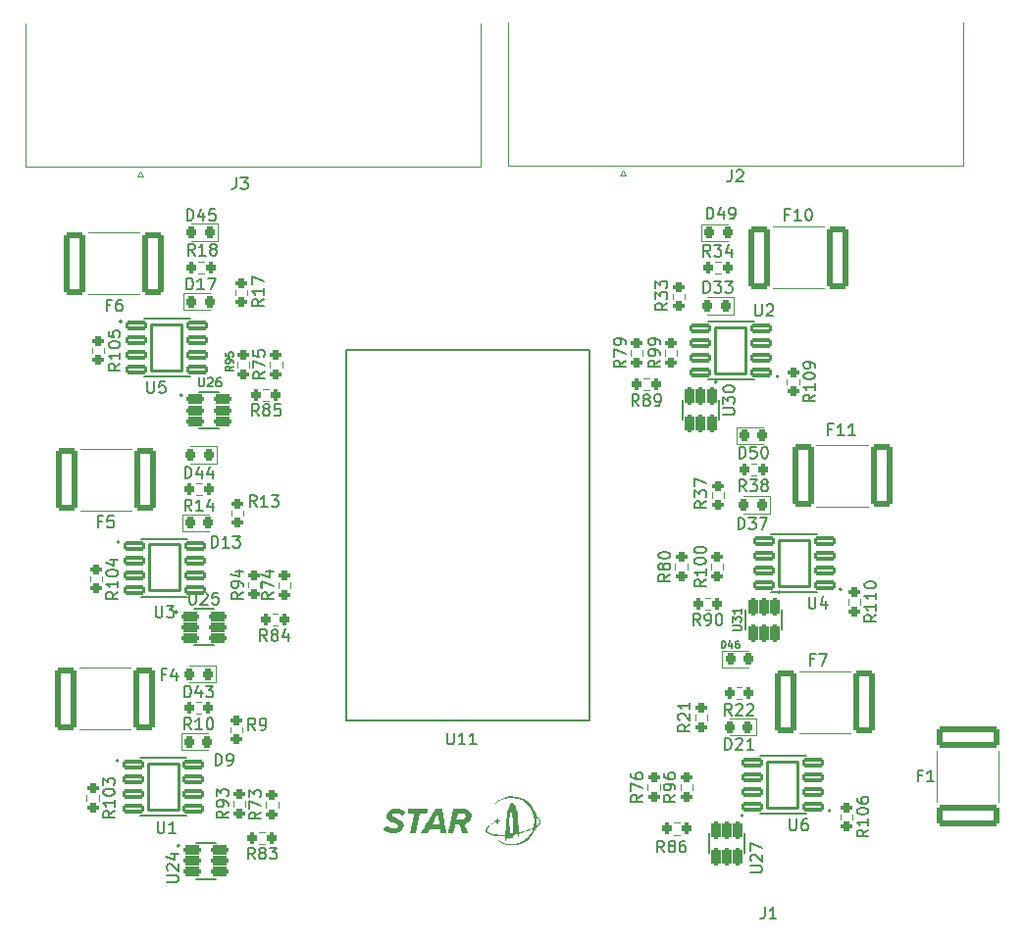
<source format=gbr>
%TF.GenerationSoftware,KiCad,Pcbnew,7.0.7*%
%TF.CreationDate,2023-10-23T22:40:38-07:00*%
%TF.ProjectId,MOSFET-board,4d4f5346-4554-42d6-926f-6172642e6b69,rev?*%
%TF.SameCoordinates,Original*%
%TF.FileFunction,Legend,Top*%
%TF.FilePolarity,Positive*%
%FSLAX46Y46*%
G04 Gerber Fmt 4.6, Leading zero omitted, Abs format (unit mm)*
G04 Created by KiCad (PCBNEW 7.0.7) date 2023-10-23 22:40:38*
%MOMM*%
%LPD*%
G01*
G04 APERTURE LIST*
G04 Aperture macros list*
%AMRoundRect*
0 Rectangle with rounded corners*
0 $1 Rounding radius*
0 $2 $3 $4 $5 $6 $7 $8 $9 X,Y pos of 4 corners*
0 Add a 4 corners polygon primitive as box body*
4,1,4,$2,$3,$4,$5,$6,$7,$8,$9,$2,$3,0*
0 Add four circle primitives for the rounded corners*
1,1,$1+$1,$2,$3*
1,1,$1+$1,$4,$5*
1,1,$1+$1,$6,$7*
1,1,$1+$1,$8,$9*
0 Add four rect primitives between the rounded corners*
20,1,$1+$1,$2,$3,$4,$5,0*
20,1,$1+$1,$4,$5,$6,$7,0*
20,1,$1+$1,$6,$7,$8,$9,0*
20,1,$1+$1,$8,$9,$2,$3,0*%
G04 Aperture macros list end*
%ADD10C,0.150000*%
%ADD11C,0.127000*%
%ADD12C,0.120000*%
%ADD13C,0.200000*%
%ADD14C,1.560000*%
%ADD15R,1.560000X1.560000*%
%ADD16RoundRect,0.250000X-0.712500X-2.475000X0.712500X-2.475000X0.712500X2.475000X-0.712500X2.475000X0*%
%ADD17RoundRect,0.200000X-0.200000X-0.275000X0.200000X-0.275000X0.200000X0.275000X-0.200000X0.275000X0*%
%ADD18RoundRect,0.200000X0.275000X-0.200000X0.275000X0.200000X-0.275000X0.200000X-0.275000X-0.200000X0*%
%ADD19RoundRect,0.141900X0.800100X0.245100X-0.800100X0.245100X-0.800100X-0.245100X0.800100X-0.245100X0*%
%ADD20RoundRect,0.102000X1.325000X2.000000X-1.325000X2.000000X-1.325000X-2.000000X1.325000X-2.000000X0*%
%ADD21RoundRect,0.200000X-0.275000X0.200000X-0.275000X-0.200000X0.275000X-0.200000X0.275000X0.200000X0*%
%ADD22C,4.000000*%
%ADD23R,1.600000X1.600000*%
%ADD24C,1.600000*%
%ADD25RoundRect,0.218750X-0.218750X-0.256250X0.218750X-0.256250X0.218750X0.256250X-0.218750X0.256250X0*%
%ADD26RoundRect,0.250000X2.475000X-0.712500X2.475000X0.712500X-2.475000X0.712500X-2.475000X-0.712500X0*%
%ADD27RoundRect,0.190500X-0.206500X0.606500X-0.206500X-0.606500X0.206500X-0.606500X0.206500X0.606500X0*%
%ADD28RoundRect,0.200000X0.200000X0.275000X-0.200000X0.275000X-0.200000X-0.275000X0.200000X-0.275000X0*%
%ADD29RoundRect,0.141900X-0.800100X-0.245100X0.800100X-0.245100X0.800100X0.245100X-0.800100X0.245100X0*%
%ADD30RoundRect,0.102000X-1.325000X-2.000000X1.325000X-2.000000X1.325000X2.000000X-1.325000X2.000000X0*%
%ADD31RoundRect,0.218750X0.218750X0.256250X-0.218750X0.256250X-0.218750X-0.256250X0.218750X-0.256250X0*%
%ADD32RoundRect,0.190500X-0.606500X-0.206500X0.606500X-0.206500X0.606500X0.206500X-0.606500X0.206500X0*%
%ADD33R,0.700000X4.300000*%
%ADD34R,0.700000X3.200000*%
%ADD35RoundRect,0.250000X0.712500X2.475000X-0.712500X2.475000X-0.712500X-2.475000X0.712500X-2.475000X0*%
G04 APERTURE END LIST*
D10*
X160813905Y-125540419D02*
X160813905Y-126349942D01*
X160813905Y-126349942D02*
X160861524Y-126445180D01*
X160861524Y-126445180D02*
X160909143Y-126492800D01*
X160909143Y-126492800D02*
X161004381Y-126540419D01*
X161004381Y-126540419D02*
X161194857Y-126540419D01*
X161194857Y-126540419D02*
X161290095Y-126492800D01*
X161290095Y-126492800D02*
X161337714Y-126445180D01*
X161337714Y-126445180D02*
X161385333Y-126349942D01*
X161385333Y-126349942D02*
X161385333Y-125540419D01*
X162385333Y-126540419D02*
X161813905Y-126540419D01*
X162099619Y-126540419D02*
X162099619Y-125540419D01*
X162099619Y-125540419D02*
X162004381Y-125683276D01*
X162004381Y-125683276D02*
X161909143Y-125778514D01*
X161909143Y-125778514D02*
X161813905Y-125826133D01*
X163337714Y-126540419D02*
X162766286Y-126540419D01*
X163052000Y-126540419D02*
X163052000Y-125540419D01*
X163052000Y-125540419D02*
X162956762Y-125683276D01*
X162956762Y-125683276D02*
X162861524Y-125778514D01*
X162861524Y-125778514D02*
X162766286Y-125826133D01*
X192491666Y-119181009D02*
X192158333Y-119181009D01*
X192158333Y-119704819D02*
X192158333Y-118704819D01*
X192158333Y-118704819D02*
X192634523Y-118704819D01*
X192920238Y-118704819D02*
X193586904Y-118704819D01*
X193586904Y-118704819D02*
X193158333Y-119704819D01*
X144547142Y-98154819D02*
X144213809Y-97678628D01*
X143975714Y-98154819D02*
X143975714Y-97154819D01*
X143975714Y-97154819D02*
X144356666Y-97154819D01*
X144356666Y-97154819D02*
X144451904Y-97202438D01*
X144451904Y-97202438D02*
X144499523Y-97250057D01*
X144499523Y-97250057D02*
X144547142Y-97345295D01*
X144547142Y-97345295D02*
X144547142Y-97488152D01*
X144547142Y-97488152D02*
X144499523Y-97583390D01*
X144499523Y-97583390D02*
X144451904Y-97631009D01*
X144451904Y-97631009D02*
X144356666Y-97678628D01*
X144356666Y-97678628D02*
X143975714Y-97678628D01*
X145118571Y-97583390D02*
X145023333Y-97535771D01*
X145023333Y-97535771D02*
X144975714Y-97488152D01*
X144975714Y-97488152D02*
X144928095Y-97392914D01*
X144928095Y-97392914D02*
X144928095Y-97345295D01*
X144928095Y-97345295D02*
X144975714Y-97250057D01*
X144975714Y-97250057D02*
X145023333Y-97202438D01*
X145023333Y-97202438D02*
X145118571Y-97154819D01*
X145118571Y-97154819D02*
X145309047Y-97154819D01*
X145309047Y-97154819D02*
X145404285Y-97202438D01*
X145404285Y-97202438D02*
X145451904Y-97250057D01*
X145451904Y-97250057D02*
X145499523Y-97345295D01*
X145499523Y-97345295D02*
X145499523Y-97392914D01*
X145499523Y-97392914D02*
X145451904Y-97488152D01*
X145451904Y-97488152D02*
X145404285Y-97535771D01*
X145404285Y-97535771D02*
X145309047Y-97583390D01*
X145309047Y-97583390D02*
X145118571Y-97583390D01*
X145118571Y-97583390D02*
X145023333Y-97631009D01*
X145023333Y-97631009D02*
X144975714Y-97678628D01*
X144975714Y-97678628D02*
X144928095Y-97773866D01*
X144928095Y-97773866D02*
X144928095Y-97964342D01*
X144928095Y-97964342D02*
X144975714Y-98059580D01*
X144975714Y-98059580D02*
X145023333Y-98107200D01*
X145023333Y-98107200D02*
X145118571Y-98154819D01*
X145118571Y-98154819D02*
X145309047Y-98154819D01*
X145309047Y-98154819D02*
X145404285Y-98107200D01*
X145404285Y-98107200D02*
X145451904Y-98059580D01*
X145451904Y-98059580D02*
X145499523Y-97964342D01*
X145499523Y-97964342D02*
X145499523Y-97773866D01*
X145499523Y-97773866D02*
X145451904Y-97678628D01*
X145451904Y-97678628D02*
X145404285Y-97631009D01*
X145404285Y-97631009D02*
X145309047Y-97583390D01*
X146404285Y-97154819D02*
X145928095Y-97154819D01*
X145928095Y-97154819D02*
X145880476Y-97631009D01*
X145880476Y-97631009D02*
X145928095Y-97583390D01*
X145928095Y-97583390D02*
X146023333Y-97535771D01*
X146023333Y-97535771D02*
X146261428Y-97535771D01*
X146261428Y-97535771D02*
X146356666Y-97583390D01*
X146356666Y-97583390D02*
X146404285Y-97631009D01*
X146404285Y-97631009D02*
X146451904Y-97726247D01*
X146451904Y-97726247D02*
X146451904Y-97964342D01*
X146451904Y-97964342D02*
X146404285Y-98059580D01*
X146404285Y-98059580D02*
X146356666Y-98107200D01*
X146356666Y-98107200D02*
X146261428Y-98154819D01*
X146261428Y-98154819D02*
X146023333Y-98154819D01*
X146023333Y-98154819D02*
X145928095Y-98107200D01*
X145928095Y-98107200D02*
X145880476Y-98059580D01*
X183149819Y-112319047D02*
X182673628Y-112652380D01*
X183149819Y-112890475D02*
X182149819Y-112890475D01*
X182149819Y-112890475D02*
X182149819Y-112509523D01*
X182149819Y-112509523D02*
X182197438Y-112414285D01*
X182197438Y-112414285D02*
X182245057Y-112366666D01*
X182245057Y-112366666D02*
X182340295Y-112319047D01*
X182340295Y-112319047D02*
X182483152Y-112319047D01*
X182483152Y-112319047D02*
X182578390Y-112366666D01*
X182578390Y-112366666D02*
X182626009Y-112414285D01*
X182626009Y-112414285D02*
X182673628Y-112509523D01*
X182673628Y-112509523D02*
X182673628Y-112890475D01*
X183149819Y-111366666D02*
X183149819Y-111938094D01*
X183149819Y-111652380D02*
X182149819Y-111652380D01*
X182149819Y-111652380D02*
X182292676Y-111747618D01*
X182292676Y-111747618D02*
X182387914Y-111842856D01*
X182387914Y-111842856D02*
X182435533Y-111938094D01*
X182149819Y-110747618D02*
X182149819Y-110652380D01*
X182149819Y-110652380D02*
X182197438Y-110557142D01*
X182197438Y-110557142D02*
X182245057Y-110509523D01*
X182245057Y-110509523D02*
X182340295Y-110461904D01*
X182340295Y-110461904D02*
X182530771Y-110414285D01*
X182530771Y-110414285D02*
X182768866Y-110414285D01*
X182768866Y-110414285D02*
X182959342Y-110461904D01*
X182959342Y-110461904D02*
X183054580Y-110509523D01*
X183054580Y-110509523D02*
X183102200Y-110557142D01*
X183102200Y-110557142D02*
X183149819Y-110652380D01*
X183149819Y-110652380D02*
X183149819Y-110747618D01*
X183149819Y-110747618D02*
X183102200Y-110842856D01*
X183102200Y-110842856D02*
X183054580Y-110890475D01*
X183054580Y-110890475D02*
X182959342Y-110938094D01*
X182959342Y-110938094D02*
X182768866Y-110985713D01*
X182768866Y-110985713D02*
X182530771Y-110985713D01*
X182530771Y-110985713D02*
X182340295Y-110938094D01*
X182340295Y-110938094D02*
X182245057Y-110890475D01*
X182245057Y-110890475D02*
X182197438Y-110842856D01*
X182197438Y-110842856D02*
X182149819Y-110747618D01*
X182149819Y-109795237D02*
X182149819Y-109699999D01*
X182149819Y-109699999D02*
X182197438Y-109604761D01*
X182197438Y-109604761D02*
X182245057Y-109557142D01*
X182245057Y-109557142D02*
X182340295Y-109509523D01*
X182340295Y-109509523D02*
X182530771Y-109461904D01*
X182530771Y-109461904D02*
X182768866Y-109461904D01*
X182768866Y-109461904D02*
X182959342Y-109509523D01*
X182959342Y-109509523D02*
X183054580Y-109557142D01*
X183054580Y-109557142D02*
X183102200Y-109604761D01*
X183102200Y-109604761D02*
X183149819Y-109699999D01*
X183149819Y-109699999D02*
X183149819Y-109795237D01*
X183149819Y-109795237D02*
X183102200Y-109890475D01*
X183102200Y-109890475D02*
X183054580Y-109938094D01*
X183054580Y-109938094D02*
X182959342Y-109985713D01*
X182959342Y-109985713D02*
X182768866Y-110033332D01*
X182768866Y-110033332D02*
X182530771Y-110033332D01*
X182530771Y-110033332D02*
X182340295Y-109985713D01*
X182340295Y-109985713D02*
X182245057Y-109938094D01*
X182245057Y-109938094D02*
X182197438Y-109890475D01*
X182197438Y-109890475D02*
X182149819Y-109795237D01*
X190388095Y-132979819D02*
X190388095Y-133789342D01*
X190388095Y-133789342D02*
X190435714Y-133884580D01*
X190435714Y-133884580D02*
X190483333Y-133932200D01*
X190483333Y-133932200D02*
X190578571Y-133979819D01*
X190578571Y-133979819D02*
X190769047Y-133979819D01*
X190769047Y-133979819D02*
X190864285Y-133932200D01*
X190864285Y-133932200D02*
X190911904Y-133884580D01*
X190911904Y-133884580D02*
X190959523Y-133789342D01*
X190959523Y-133789342D02*
X190959523Y-132979819D01*
X191864285Y-132979819D02*
X191673809Y-132979819D01*
X191673809Y-132979819D02*
X191578571Y-133027438D01*
X191578571Y-133027438D02*
X191530952Y-133075057D01*
X191530952Y-133075057D02*
X191435714Y-133217914D01*
X191435714Y-133217914D02*
X191388095Y-133408390D01*
X191388095Y-133408390D02*
X191388095Y-133789342D01*
X191388095Y-133789342D02*
X191435714Y-133884580D01*
X191435714Y-133884580D02*
X191483333Y-133932200D01*
X191483333Y-133932200D02*
X191578571Y-133979819D01*
X191578571Y-133979819D02*
X191769047Y-133979819D01*
X191769047Y-133979819D02*
X191864285Y-133932200D01*
X191864285Y-133932200D02*
X191911904Y-133884580D01*
X191911904Y-133884580D02*
X191959523Y-133789342D01*
X191959523Y-133789342D02*
X191959523Y-133551247D01*
X191959523Y-133551247D02*
X191911904Y-133456009D01*
X191911904Y-133456009D02*
X191864285Y-133408390D01*
X191864285Y-133408390D02*
X191769047Y-133360771D01*
X191769047Y-133360771D02*
X191578571Y-133360771D01*
X191578571Y-133360771D02*
X191483333Y-133408390D01*
X191483333Y-133408390D02*
X191435714Y-133456009D01*
X191435714Y-133456009D02*
X191388095Y-133551247D01*
X132384819Y-113369047D02*
X131908628Y-113702380D01*
X132384819Y-113940475D02*
X131384819Y-113940475D01*
X131384819Y-113940475D02*
X131384819Y-113559523D01*
X131384819Y-113559523D02*
X131432438Y-113464285D01*
X131432438Y-113464285D02*
X131480057Y-113416666D01*
X131480057Y-113416666D02*
X131575295Y-113369047D01*
X131575295Y-113369047D02*
X131718152Y-113369047D01*
X131718152Y-113369047D02*
X131813390Y-113416666D01*
X131813390Y-113416666D02*
X131861009Y-113464285D01*
X131861009Y-113464285D02*
X131908628Y-113559523D01*
X131908628Y-113559523D02*
X131908628Y-113940475D01*
X132384819Y-112416666D02*
X132384819Y-112988094D01*
X132384819Y-112702380D02*
X131384819Y-112702380D01*
X131384819Y-112702380D02*
X131527676Y-112797618D01*
X131527676Y-112797618D02*
X131622914Y-112892856D01*
X131622914Y-112892856D02*
X131670533Y-112988094D01*
X131384819Y-111797618D02*
X131384819Y-111702380D01*
X131384819Y-111702380D02*
X131432438Y-111607142D01*
X131432438Y-111607142D02*
X131480057Y-111559523D01*
X131480057Y-111559523D02*
X131575295Y-111511904D01*
X131575295Y-111511904D02*
X131765771Y-111464285D01*
X131765771Y-111464285D02*
X132003866Y-111464285D01*
X132003866Y-111464285D02*
X132194342Y-111511904D01*
X132194342Y-111511904D02*
X132289580Y-111559523D01*
X132289580Y-111559523D02*
X132337200Y-111607142D01*
X132337200Y-111607142D02*
X132384819Y-111702380D01*
X132384819Y-111702380D02*
X132384819Y-111797618D01*
X132384819Y-111797618D02*
X132337200Y-111892856D01*
X132337200Y-111892856D02*
X132289580Y-111940475D01*
X132289580Y-111940475D02*
X132194342Y-111988094D01*
X132194342Y-111988094D02*
X132003866Y-112035713D01*
X132003866Y-112035713D02*
X131765771Y-112035713D01*
X131765771Y-112035713D02*
X131575295Y-111988094D01*
X131575295Y-111988094D02*
X131480057Y-111940475D01*
X131480057Y-111940475D02*
X131432438Y-111892856D01*
X131432438Y-111892856D02*
X131384819Y-111797618D01*
X131718152Y-110607142D02*
X132384819Y-110607142D01*
X131337200Y-110845237D02*
X132051485Y-111083332D01*
X132051485Y-111083332D02*
X132051485Y-110464285D01*
X197834819Y-115344047D02*
X197358628Y-115677380D01*
X197834819Y-115915475D02*
X196834819Y-115915475D01*
X196834819Y-115915475D02*
X196834819Y-115534523D01*
X196834819Y-115534523D02*
X196882438Y-115439285D01*
X196882438Y-115439285D02*
X196930057Y-115391666D01*
X196930057Y-115391666D02*
X197025295Y-115344047D01*
X197025295Y-115344047D02*
X197168152Y-115344047D01*
X197168152Y-115344047D02*
X197263390Y-115391666D01*
X197263390Y-115391666D02*
X197311009Y-115439285D01*
X197311009Y-115439285D02*
X197358628Y-115534523D01*
X197358628Y-115534523D02*
X197358628Y-115915475D01*
X197834819Y-114391666D02*
X197834819Y-114963094D01*
X197834819Y-114677380D02*
X196834819Y-114677380D01*
X196834819Y-114677380D02*
X196977676Y-114772618D01*
X196977676Y-114772618D02*
X197072914Y-114867856D01*
X197072914Y-114867856D02*
X197120533Y-114963094D01*
X197834819Y-113439285D02*
X197834819Y-114010713D01*
X197834819Y-113724999D02*
X196834819Y-113724999D01*
X196834819Y-113724999D02*
X196977676Y-113820237D01*
X196977676Y-113820237D02*
X197072914Y-113915475D01*
X197072914Y-113915475D02*
X197120533Y-114010713D01*
X196834819Y-112820237D02*
X196834819Y-112724999D01*
X196834819Y-112724999D02*
X196882438Y-112629761D01*
X196882438Y-112629761D02*
X196930057Y-112582142D01*
X196930057Y-112582142D02*
X197025295Y-112534523D01*
X197025295Y-112534523D02*
X197215771Y-112486904D01*
X197215771Y-112486904D02*
X197453866Y-112486904D01*
X197453866Y-112486904D02*
X197644342Y-112534523D01*
X197644342Y-112534523D02*
X197739580Y-112582142D01*
X197739580Y-112582142D02*
X197787200Y-112629761D01*
X197787200Y-112629761D02*
X197834819Y-112724999D01*
X197834819Y-112724999D02*
X197834819Y-112820237D01*
X197834819Y-112820237D02*
X197787200Y-112915475D01*
X197787200Y-112915475D02*
X197739580Y-112963094D01*
X197739580Y-112963094D02*
X197644342Y-113010713D01*
X197644342Y-113010713D02*
X197453866Y-113058332D01*
X197453866Y-113058332D02*
X197215771Y-113058332D01*
X197215771Y-113058332D02*
X197025295Y-113010713D01*
X197025295Y-113010713D02*
X196930057Y-112963094D01*
X196930057Y-112963094D02*
X196882438Y-112915475D01*
X196882438Y-112915475D02*
X196834819Y-112820237D01*
X179804819Y-88417857D02*
X179328628Y-88751190D01*
X179804819Y-88989285D02*
X178804819Y-88989285D01*
X178804819Y-88989285D02*
X178804819Y-88608333D01*
X178804819Y-88608333D02*
X178852438Y-88513095D01*
X178852438Y-88513095D02*
X178900057Y-88465476D01*
X178900057Y-88465476D02*
X178995295Y-88417857D01*
X178995295Y-88417857D02*
X179138152Y-88417857D01*
X179138152Y-88417857D02*
X179233390Y-88465476D01*
X179233390Y-88465476D02*
X179281009Y-88513095D01*
X179281009Y-88513095D02*
X179328628Y-88608333D01*
X179328628Y-88608333D02*
X179328628Y-88989285D01*
X178804819Y-88084523D02*
X178804819Y-87465476D01*
X178804819Y-87465476D02*
X179185771Y-87798809D01*
X179185771Y-87798809D02*
X179185771Y-87655952D01*
X179185771Y-87655952D02*
X179233390Y-87560714D01*
X179233390Y-87560714D02*
X179281009Y-87513095D01*
X179281009Y-87513095D02*
X179376247Y-87465476D01*
X179376247Y-87465476D02*
X179614342Y-87465476D01*
X179614342Y-87465476D02*
X179709580Y-87513095D01*
X179709580Y-87513095D02*
X179757200Y-87560714D01*
X179757200Y-87560714D02*
X179804819Y-87655952D01*
X179804819Y-87655952D02*
X179804819Y-87941666D01*
X179804819Y-87941666D02*
X179757200Y-88036904D01*
X179757200Y-88036904D02*
X179709580Y-88084523D01*
X178804819Y-87132142D02*
X178804819Y-86513095D01*
X178804819Y-86513095D02*
X179185771Y-86846428D01*
X179185771Y-86846428D02*
X179185771Y-86703571D01*
X179185771Y-86703571D02*
X179233390Y-86608333D01*
X179233390Y-86608333D02*
X179281009Y-86560714D01*
X179281009Y-86560714D02*
X179376247Y-86513095D01*
X179376247Y-86513095D02*
X179614342Y-86513095D01*
X179614342Y-86513095D02*
X179709580Y-86560714D01*
X179709580Y-86560714D02*
X179757200Y-86608333D01*
X179757200Y-86608333D02*
X179804819Y-86703571D01*
X179804819Y-86703571D02*
X179804819Y-86989285D01*
X179804819Y-86989285D02*
X179757200Y-87084523D01*
X179757200Y-87084523D02*
X179709580Y-87132142D01*
X142591666Y-77579819D02*
X142591666Y-78294104D01*
X142591666Y-78294104D02*
X142544047Y-78436961D01*
X142544047Y-78436961D02*
X142448809Y-78532200D01*
X142448809Y-78532200D02*
X142305952Y-78579819D01*
X142305952Y-78579819D02*
X142210714Y-78579819D01*
X142972619Y-77579819D02*
X143591666Y-77579819D01*
X143591666Y-77579819D02*
X143258333Y-77960771D01*
X143258333Y-77960771D02*
X143401190Y-77960771D01*
X143401190Y-77960771D02*
X143496428Y-78008390D01*
X143496428Y-78008390D02*
X143544047Y-78056009D01*
X143544047Y-78056009D02*
X143591666Y-78151247D01*
X143591666Y-78151247D02*
X143591666Y-78389342D01*
X143591666Y-78389342D02*
X143544047Y-78484580D01*
X143544047Y-78484580D02*
X143496428Y-78532200D01*
X143496428Y-78532200D02*
X143401190Y-78579819D01*
X143401190Y-78579819D02*
X143115476Y-78579819D01*
X143115476Y-78579819D02*
X143020238Y-78532200D01*
X143020238Y-78532200D02*
X142972619Y-78484580D01*
X185357142Y-124054819D02*
X185023809Y-123578628D01*
X184785714Y-124054819D02*
X184785714Y-123054819D01*
X184785714Y-123054819D02*
X185166666Y-123054819D01*
X185166666Y-123054819D02*
X185261904Y-123102438D01*
X185261904Y-123102438D02*
X185309523Y-123150057D01*
X185309523Y-123150057D02*
X185357142Y-123245295D01*
X185357142Y-123245295D02*
X185357142Y-123388152D01*
X185357142Y-123388152D02*
X185309523Y-123483390D01*
X185309523Y-123483390D02*
X185261904Y-123531009D01*
X185261904Y-123531009D02*
X185166666Y-123578628D01*
X185166666Y-123578628D02*
X184785714Y-123578628D01*
X185738095Y-123150057D02*
X185785714Y-123102438D01*
X185785714Y-123102438D02*
X185880952Y-123054819D01*
X185880952Y-123054819D02*
X186119047Y-123054819D01*
X186119047Y-123054819D02*
X186214285Y-123102438D01*
X186214285Y-123102438D02*
X186261904Y-123150057D01*
X186261904Y-123150057D02*
X186309523Y-123245295D01*
X186309523Y-123245295D02*
X186309523Y-123340533D01*
X186309523Y-123340533D02*
X186261904Y-123483390D01*
X186261904Y-123483390D02*
X185690476Y-124054819D01*
X185690476Y-124054819D02*
X186309523Y-124054819D01*
X186690476Y-123150057D02*
X186738095Y-123102438D01*
X186738095Y-123102438D02*
X186833333Y-123054819D01*
X186833333Y-123054819D02*
X187071428Y-123054819D01*
X187071428Y-123054819D02*
X187166666Y-123102438D01*
X187166666Y-123102438D02*
X187214285Y-123150057D01*
X187214285Y-123150057D02*
X187261904Y-123245295D01*
X187261904Y-123245295D02*
X187261904Y-123340533D01*
X187261904Y-123340533D02*
X187214285Y-123483390D01*
X187214285Y-123483390D02*
X186642857Y-124054819D01*
X186642857Y-124054819D02*
X187261904Y-124054819D01*
X145064819Y-94367857D02*
X144588628Y-94701190D01*
X145064819Y-94939285D02*
X144064819Y-94939285D01*
X144064819Y-94939285D02*
X144064819Y-94558333D01*
X144064819Y-94558333D02*
X144112438Y-94463095D01*
X144112438Y-94463095D02*
X144160057Y-94415476D01*
X144160057Y-94415476D02*
X144255295Y-94367857D01*
X144255295Y-94367857D02*
X144398152Y-94367857D01*
X144398152Y-94367857D02*
X144493390Y-94415476D01*
X144493390Y-94415476D02*
X144541009Y-94463095D01*
X144541009Y-94463095D02*
X144588628Y-94558333D01*
X144588628Y-94558333D02*
X144588628Y-94939285D01*
X144064819Y-94034523D02*
X144064819Y-93367857D01*
X144064819Y-93367857D02*
X145064819Y-93796428D01*
X144064819Y-92510714D02*
X144064819Y-92986904D01*
X144064819Y-92986904D02*
X144541009Y-93034523D01*
X144541009Y-93034523D02*
X144493390Y-92986904D01*
X144493390Y-92986904D02*
X144445771Y-92891666D01*
X144445771Y-92891666D02*
X144445771Y-92653571D01*
X144445771Y-92653571D02*
X144493390Y-92558333D01*
X144493390Y-92558333D02*
X144541009Y-92510714D01*
X144541009Y-92510714D02*
X144636247Y-92463095D01*
X144636247Y-92463095D02*
X144874342Y-92463095D01*
X144874342Y-92463095D02*
X144969580Y-92510714D01*
X144969580Y-92510714D02*
X145017200Y-92558333D01*
X145017200Y-92558333D02*
X145064819Y-92653571D01*
X145064819Y-92653571D02*
X145064819Y-92891666D01*
X145064819Y-92891666D02*
X145017200Y-92986904D01*
X145017200Y-92986904D02*
X144969580Y-93034523D01*
X183228214Y-81154819D02*
X183228214Y-80154819D01*
X183228214Y-80154819D02*
X183466309Y-80154819D01*
X183466309Y-80154819D02*
X183609166Y-80202438D01*
X183609166Y-80202438D02*
X183704404Y-80297676D01*
X183704404Y-80297676D02*
X183752023Y-80392914D01*
X183752023Y-80392914D02*
X183799642Y-80583390D01*
X183799642Y-80583390D02*
X183799642Y-80726247D01*
X183799642Y-80726247D02*
X183752023Y-80916723D01*
X183752023Y-80916723D02*
X183704404Y-81011961D01*
X183704404Y-81011961D02*
X183609166Y-81107200D01*
X183609166Y-81107200D02*
X183466309Y-81154819D01*
X183466309Y-81154819D02*
X183228214Y-81154819D01*
X184656785Y-80488152D02*
X184656785Y-81154819D01*
X184418690Y-80107200D02*
X184180595Y-80821485D01*
X184180595Y-80821485D02*
X184799642Y-80821485D01*
X185228214Y-81154819D02*
X185418690Y-81154819D01*
X185418690Y-81154819D02*
X185513928Y-81107200D01*
X185513928Y-81107200D02*
X185561547Y-81059580D01*
X185561547Y-81059580D02*
X185656785Y-80916723D01*
X185656785Y-80916723D02*
X185704404Y-80726247D01*
X185704404Y-80726247D02*
X185704404Y-80345295D01*
X185704404Y-80345295D02*
X185656785Y-80250057D01*
X185656785Y-80250057D02*
X185609166Y-80202438D01*
X185609166Y-80202438D02*
X185513928Y-80154819D01*
X185513928Y-80154819D02*
X185323452Y-80154819D01*
X185323452Y-80154819D02*
X185228214Y-80202438D01*
X185228214Y-80202438D02*
X185180595Y-80250057D01*
X185180595Y-80250057D02*
X185132976Y-80345295D01*
X185132976Y-80345295D02*
X185132976Y-80583390D01*
X185132976Y-80583390D02*
X185180595Y-80678628D01*
X185180595Y-80678628D02*
X185228214Y-80726247D01*
X185228214Y-80726247D02*
X185323452Y-80773866D01*
X185323452Y-80773866D02*
X185513928Y-80773866D01*
X185513928Y-80773866D02*
X185609166Y-80726247D01*
X185609166Y-80726247D02*
X185656785Y-80678628D01*
X185656785Y-80678628D02*
X185704404Y-80583390D01*
X186010714Y-101829819D02*
X186010714Y-100829819D01*
X186010714Y-100829819D02*
X186248809Y-100829819D01*
X186248809Y-100829819D02*
X186391666Y-100877438D01*
X186391666Y-100877438D02*
X186486904Y-100972676D01*
X186486904Y-100972676D02*
X186534523Y-101067914D01*
X186534523Y-101067914D02*
X186582142Y-101258390D01*
X186582142Y-101258390D02*
X186582142Y-101401247D01*
X186582142Y-101401247D02*
X186534523Y-101591723D01*
X186534523Y-101591723D02*
X186486904Y-101686961D01*
X186486904Y-101686961D02*
X186391666Y-101782200D01*
X186391666Y-101782200D02*
X186248809Y-101829819D01*
X186248809Y-101829819D02*
X186010714Y-101829819D01*
X187486904Y-100829819D02*
X187010714Y-100829819D01*
X187010714Y-100829819D02*
X186963095Y-101306009D01*
X186963095Y-101306009D02*
X187010714Y-101258390D01*
X187010714Y-101258390D02*
X187105952Y-101210771D01*
X187105952Y-101210771D02*
X187344047Y-101210771D01*
X187344047Y-101210771D02*
X187439285Y-101258390D01*
X187439285Y-101258390D02*
X187486904Y-101306009D01*
X187486904Y-101306009D02*
X187534523Y-101401247D01*
X187534523Y-101401247D02*
X187534523Y-101639342D01*
X187534523Y-101639342D02*
X187486904Y-101734580D01*
X187486904Y-101734580D02*
X187439285Y-101782200D01*
X187439285Y-101782200D02*
X187344047Y-101829819D01*
X187344047Y-101829819D02*
X187105952Y-101829819D01*
X187105952Y-101829819D02*
X187010714Y-101782200D01*
X187010714Y-101782200D02*
X186963095Y-101734580D01*
X188153571Y-100829819D02*
X188248809Y-100829819D01*
X188248809Y-100829819D02*
X188344047Y-100877438D01*
X188344047Y-100877438D02*
X188391666Y-100925057D01*
X188391666Y-100925057D02*
X188439285Y-101020295D01*
X188439285Y-101020295D02*
X188486904Y-101210771D01*
X188486904Y-101210771D02*
X188486904Y-101448866D01*
X188486904Y-101448866D02*
X188439285Y-101639342D01*
X188439285Y-101639342D02*
X188391666Y-101734580D01*
X188391666Y-101734580D02*
X188344047Y-101782200D01*
X188344047Y-101782200D02*
X188248809Y-101829819D01*
X188248809Y-101829819D02*
X188153571Y-101829819D01*
X188153571Y-101829819D02*
X188058333Y-101782200D01*
X188058333Y-101782200D02*
X188010714Y-101734580D01*
X188010714Y-101734580D02*
X187963095Y-101639342D01*
X187963095Y-101639342D02*
X187915476Y-101448866D01*
X187915476Y-101448866D02*
X187915476Y-101210771D01*
X187915476Y-101210771D02*
X187963095Y-101020295D01*
X187963095Y-101020295D02*
X188010714Y-100925057D01*
X188010714Y-100925057D02*
X188058333Y-100877438D01*
X188058333Y-100877438D02*
X188153571Y-100829819D01*
X142325963Y-93878214D02*
X142023582Y-94089881D01*
X142325963Y-94241071D02*
X141690963Y-94241071D01*
X141690963Y-94241071D02*
X141690963Y-93999166D01*
X141690963Y-93999166D02*
X141721201Y-93938690D01*
X141721201Y-93938690D02*
X141751439Y-93908452D01*
X141751439Y-93908452D02*
X141811915Y-93878214D01*
X141811915Y-93878214D02*
X141902629Y-93878214D01*
X141902629Y-93878214D02*
X141963105Y-93908452D01*
X141963105Y-93908452D02*
X141993344Y-93938690D01*
X141993344Y-93938690D02*
X142023582Y-93999166D01*
X142023582Y-93999166D02*
X142023582Y-94241071D01*
X142325963Y-93575833D02*
X142325963Y-93454881D01*
X142325963Y-93454881D02*
X142295725Y-93394404D01*
X142295725Y-93394404D02*
X142265486Y-93364166D01*
X142265486Y-93364166D02*
X142174772Y-93303690D01*
X142174772Y-93303690D02*
X142053820Y-93273452D01*
X142053820Y-93273452D02*
X141811915Y-93273452D01*
X141811915Y-93273452D02*
X141751439Y-93303690D01*
X141751439Y-93303690D02*
X141721201Y-93333928D01*
X141721201Y-93333928D02*
X141690963Y-93394404D01*
X141690963Y-93394404D02*
X141690963Y-93515357D01*
X141690963Y-93515357D02*
X141721201Y-93575833D01*
X141721201Y-93575833D02*
X141751439Y-93606071D01*
X141751439Y-93606071D02*
X141811915Y-93636309D01*
X141811915Y-93636309D02*
X141963105Y-93636309D01*
X141963105Y-93636309D02*
X142023582Y-93606071D01*
X142023582Y-93606071D02*
X142053820Y-93575833D01*
X142053820Y-93575833D02*
X142084058Y-93515357D01*
X142084058Y-93515357D02*
X142084058Y-93394404D01*
X142084058Y-93394404D02*
X142053820Y-93333928D01*
X142053820Y-93333928D02*
X142023582Y-93303690D01*
X142023582Y-93303690D02*
X141963105Y-93273452D01*
X141690963Y-92698928D02*
X141690963Y-93001309D01*
X141690963Y-93001309D02*
X141993344Y-93031547D01*
X141993344Y-93031547D02*
X141963105Y-93001309D01*
X141963105Y-93001309D02*
X141932867Y-92940833D01*
X141932867Y-92940833D02*
X141932867Y-92789642D01*
X141932867Y-92789642D02*
X141963105Y-92729166D01*
X141963105Y-92729166D02*
X141993344Y-92698928D01*
X141993344Y-92698928D02*
X142053820Y-92668690D01*
X142053820Y-92668690D02*
X142205010Y-92668690D01*
X142205010Y-92668690D02*
X142265486Y-92698928D01*
X142265486Y-92698928D02*
X142295725Y-92729166D01*
X142295725Y-92729166D02*
X142325963Y-92789642D01*
X142325963Y-92789642D02*
X142325963Y-92940833D01*
X142325963Y-92940833D02*
X142295725Y-93001309D01*
X142295725Y-93001309D02*
X142265486Y-93031547D01*
X190315476Y-80751009D02*
X189982143Y-80751009D01*
X189982143Y-81274819D02*
X189982143Y-80274819D01*
X189982143Y-80274819D02*
X190458333Y-80274819D01*
X191363095Y-81274819D02*
X190791667Y-81274819D01*
X191077381Y-81274819D02*
X191077381Y-80274819D01*
X191077381Y-80274819D02*
X190982143Y-80417676D01*
X190982143Y-80417676D02*
X190886905Y-80512914D01*
X190886905Y-80512914D02*
X190791667Y-80560533D01*
X191982143Y-80274819D02*
X192077381Y-80274819D01*
X192077381Y-80274819D02*
X192172619Y-80322438D01*
X192172619Y-80322438D02*
X192220238Y-80370057D01*
X192220238Y-80370057D02*
X192267857Y-80465295D01*
X192267857Y-80465295D02*
X192315476Y-80655771D01*
X192315476Y-80655771D02*
X192315476Y-80893866D01*
X192315476Y-80893866D02*
X192267857Y-81084342D01*
X192267857Y-81084342D02*
X192220238Y-81179580D01*
X192220238Y-81179580D02*
X192172619Y-81227200D01*
X192172619Y-81227200D02*
X192077381Y-81274819D01*
X192077381Y-81274819D02*
X191982143Y-81274819D01*
X191982143Y-81274819D02*
X191886905Y-81227200D01*
X191886905Y-81227200D02*
X191839286Y-81179580D01*
X191839286Y-81179580D02*
X191791667Y-81084342D01*
X191791667Y-81084342D02*
X191744048Y-80893866D01*
X191744048Y-80893866D02*
X191744048Y-80655771D01*
X191744048Y-80655771D02*
X191791667Y-80465295D01*
X191791667Y-80465295D02*
X191839286Y-80370057D01*
X191839286Y-80370057D02*
X191886905Y-80322438D01*
X191886905Y-80322438D02*
X191982143Y-80274819D01*
X201761666Y-129231009D02*
X201428333Y-129231009D01*
X201428333Y-129754819D02*
X201428333Y-128754819D01*
X201428333Y-128754819D02*
X201904523Y-128754819D01*
X202809285Y-129754819D02*
X202237857Y-129754819D01*
X202523571Y-129754819D02*
X202523571Y-128754819D01*
X202523571Y-128754819D02*
X202428333Y-128897676D01*
X202428333Y-128897676D02*
X202333095Y-128992914D01*
X202333095Y-128992914D02*
X202237857Y-129040533D01*
X186979819Y-137608094D02*
X187789342Y-137608094D01*
X187789342Y-137608094D02*
X187884580Y-137560475D01*
X187884580Y-137560475D02*
X187932200Y-137512856D01*
X187932200Y-137512856D02*
X187979819Y-137417618D01*
X187979819Y-137417618D02*
X187979819Y-137227142D01*
X187979819Y-137227142D02*
X187932200Y-137131904D01*
X187932200Y-137131904D02*
X187884580Y-137084285D01*
X187884580Y-137084285D02*
X187789342Y-137036666D01*
X187789342Y-137036666D02*
X186979819Y-137036666D01*
X187075057Y-136608094D02*
X187027438Y-136560475D01*
X187027438Y-136560475D02*
X186979819Y-136465237D01*
X186979819Y-136465237D02*
X186979819Y-136227142D01*
X186979819Y-136227142D02*
X187027438Y-136131904D01*
X187027438Y-136131904D02*
X187075057Y-136084285D01*
X187075057Y-136084285D02*
X187170295Y-136036666D01*
X187170295Y-136036666D02*
X187265533Y-136036666D01*
X187265533Y-136036666D02*
X187408390Y-136084285D01*
X187408390Y-136084285D02*
X187979819Y-136655713D01*
X187979819Y-136655713D02*
X187979819Y-136036666D01*
X186979819Y-135703332D02*
X186979819Y-135036666D01*
X186979819Y-135036666D02*
X187979819Y-135465237D01*
X132574819Y-93644047D02*
X132098628Y-93977380D01*
X132574819Y-94215475D02*
X131574819Y-94215475D01*
X131574819Y-94215475D02*
X131574819Y-93834523D01*
X131574819Y-93834523D02*
X131622438Y-93739285D01*
X131622438Y-93739285D02*
X131670057Y-93691666D01*
X131670057Y-93691666D02*
X131765295Y-93644047D01*
X131765295Y-93644047D02*
X131908152Y-93644047D01*
X131908152Y-93644047D02*
X132003390Y-93691666D01*
X132003390Y-93691666D02*
X132051009Y-93739285D01*
X132051009Y-93739285D02*
X132098628Y-93834523D01*
X132098628Y-93834523D02*
X132098628Y-94215475D01*
X132574819Y-92691666D02*
X132574819Y-93263094D01*
X132574819Y-92977380D02*
X131574819Y-92977380D01*
X131574819Y-92977380D02*
X131717676Y-93072618D01*
X131717676Y-93072618D02*
X131812914Y-93167856D01*
X131812914Y-93167856D02*
X131860533Y-93263094D01*
X131574819Y-92072618D02*
X131574819Y-91977380D01*
X131574819Y-91977380D02*
X131622438Y-91882142D01*
X131622438Y-91882142D02*
X131670057Y-91834523D01*
X131670057Y-91834523D02*
X131765295Y-91786904D01*
X131765295Y-91786904D02*
X131955771Y-91739285D01*
X131955771Y-91739285D02*
X132193866Y-91739285D01*
X132193866Y-91739285D02*
X132384342Y-91786904D01*
X132384342Y-91786904D02*
X132479580Y-91834523D01*
X132479580Y-91834523D02*
X132527200Y-91882142D01*
X132527200Y-91882142D02*
X132574819Y-91977380D01*
X132574819Y-91977380D02*
X132574819Y-92072618D01*
X132574819Y-92072618D02*
X132527200Y-92167856D01*
X132527200Y-92167856D02*
X132479580Y-92215475D01*
X132479580Y-92215475D02*
X132384342Y-92263094D01*
X132384342Y-92263094D02*
X132193866Y-92310713D01*
X132193866Y-92310713D02*
X131955771Y-92310713D01*
X131955771Y-92310713D02*
X131765295Y-92263094D01*
X131765295Y-92263094D02*
X131670057Y-92215475D01*
X131670057Y-92215475D02*
X131622438Y-92167856D01*
X131622438Y-92167856D02*
X131574819Y-92072618D01*
X131574819Y-90834523D02*
X131574819Y-91310713D01*
X131574819Y-91310713D02*
X132051009Y-91358332D01*
X132051009Y-91358332D02*
X132003390Y-91310713D01*
X132003390Y-91310713D02*
X131955771Y-91215475D01*
X131955771Y-91215475D02*
X131955771Y-90977380D01*
X131955771Y-90977380D02*
X132003390Y-90882142D01*
X132003390Y-90882142D02*
X132051009Y-90834523D01*
X132051009Y-90834523D02*
X132146247Y-90786904D01*
X132146247Y-90786904D02*
X132384342Y-90786904D01*
X132384342Y-90786904D02*
X132479580Y-90834523D01*
X132479580Y-90834523D02*
X132527200Y-90882142D01*
X132527200Y-90882142D02*
X132574819Y-90977380D01*
X132574819Y-90977380D02*
X132574819Y-91215475D01*
X132574819Y-91215475D02*
X132527200Y-91310713D01*
X132527200Y-91310713D02*
X132479580Y-91358332D01*
X143174819Y-113392857D02*
X142698628Y-113726190D01*
X143174819Y-113964285D02*
X142174819Y-113964285D01*
X142174819Y-113964285D02*
X142174819Y-113583333D01*
X142174819Y-113583333D02*
X142222438Y-113488095D01*
X142222438Y-113488095D02*
X142270057Y-113440476D01*
X142270057Y-113440476D02*
X142365295Y-113392857D01*
X142365295Y-113392857D02*
X142508152Y-113392857D01*
X142508152Y-113392857D02*
X142603390Y-113440476D01*
X142603390Y-113440476D02*
X142651009Y-113488095D01*
X142651009Y-113488095D02*
X142698628Y-113583333D01*
X142698628Y-113583333D02*
X142698628Y-113964285D01*
X143174819Y-112916666D02*
X143174819Y-112726190D01*
X143174819Y-112726190D02*
X143127200Y-112630952D01*
X143127200Y-112630952D02*
X143079580Y-112583333D01*
X143079580Y-112583333D02*
X142936723Y-112488095D01*
X142936723Y-112488095D02*
X142746247Y-112440476D01*
X142746247Y-112440476D02*
X142365295Y-112440476D01*
X142365295Y-112440476D02*
X142270057Y-112488095D01*
X142270057Y-112488095D02*
X142222438Y-112535714D01*
X142222438Y-112535714D02*
X142174819Y-112630952D01*
X142174819Y-112630952D02*
X142174819Y-112821428D01*
X142174819Y-112821428D02*
X142222438Y-112916666D01*
X142222438Y-112916666D02*
X142270057Y-112964285D01*
X142270057Y-112964285D02*
X142365295Y-113011904D01*
X142365295Y-113011904D02*
X142603390Y-113011904D01*
X142603390Y-113011904D02*
X142698628Y-112964285D01*
X142698628Y-112964285D02*
X142746247Y-112916666D01*
X142746247Y-112916666D02*
X142793866Y-112821428D01*
X142793866Y-112821428D02*
X142793866Y-112630952D01*
X142793866Y-112630952D02*
X142746247Y-112535714D01*
X142746247Y-112535714D02*
X142698628Y-112488095D01*
X142698628Y-112488095D02*
X142603390Y-112440476D01*
X142508152Y-111583333D02*
X143174819Y-111583333D01*
X142127200Y-111821428D02*
X142841485Y-112059523D01*
X142841485Y-112059523D02*
X142841485Y-111440476D01*
X182657142Y-116259819D02*
X182323809Y-115783628D01*
X182085714Y-116259819D02*
X182085714Y-115259819D01*
X182085714Y-115259819D02*
X182466666Y-115259819D01*
X182466666Y-115259819D02*
X182561904Y-115307438D01*
X182561904Y-115307438D02*
X182609523Y-115355057D01*
X182609523Y-115355057D02*
X182657142Y-115450295D01*
X182657142Y-115450295D02*
X182657142Y-115593152D01*
X182657142Y-115593152D02*
X182609523Y-115688390D01*
X182609523Y-115688390D02*
X182561904Y-115736009D01*
X182561904Y-115736009D02*
X182466666Y-115783628D01*
X182466666Y-115783628D02*
X182085714Y-115783628D01*
X183133333Y-116259819D02*
X183323809Y-116259819D01*
X183323809Y-116259819D02*
X183419047Y-116212200D01*
X183419047Y-116212200D02*
X183466666Y-116164580D01*
X183466666Y-116164580D02*
X183561904Y-116021723D01*
X183561904Y-116021723D02*
X183609523Y-115831247D01*
X183609523Y-115831247D02*
X183609523Y-115450295D01*
X183609523Y-115450295D02*
X183561904Y-115355057D01*
X183561904Y-115355057D02*
X183514285Y-115307438D01*
X183514285Y-115307438D02*
X183419047Y-115259819D01*
X183419047Y-115259819D02*
X183228571Y-115259819D01*
X183228571Y-115259819D02*
X183133333Y-115307438D01*
X183133333Y-115307438D02*
X183085714Y-115355057D01*
X183085714Y-115355057D02*
X183038095Y-115450295D01*
X183038095Y-115450295D02*
X183038095Y-115688390D01*
X183038095Y-115688390D02*
X183085714Y-115783628D01*
X183085714Y-115783628D02*
X183133333Y-115831247D01*
X183133333Y-115831247D02*
X183228571Y-115878866D01*
X183228571Y-115878866D02*
X183419047Y-115878866D01*
X183419047Y-115878866D02*
X183514285Y-115831247D01*
X183514285Y-115831247D02*
X183561904Y-115783628D01*
X183561904Y-115783628D02*
X183609523Y-115688390D01*
X184228571Y-115259819D02*
X184323809Y-115259819D01*
X184323809Y-115259819D02*
X184419047Y-115307438D01*
X184419047Y-115307438D02*
X184466666Y-115355057D01*
X184466666Y-115355057D02*
X184514285Y-115450295D01*
X184514285Y-115450295D02*
X184561904Y-115640771D01*
X184561904Y-115640771D02*
X184561904Y-115878866D01*
X184561904Y-115878866D02*
X184514285Y-116069342D01*
X184514285Y-116069342D02*
X184466666Y-116164580D01*
X184466666Y-116164580D02*
X184419047Y-116212200D01*
X184419047Y-116212200D02*
X184323809Y-116259819D01*
X184323809Y-116259819D02*
X184228571Y-116259819D01*
X184228571Y-116259819D02*
X184133333Y-116212200D01*
X184133333Y-116212200D02*
X184085714Y-116164580D01*
X184085714Y-116164580D02*
X184038095Y-116069342D01*
X184038095Y-116069342D02*
X183990476Y-115878866D01*
X183990476Y-115878866D02*
X183990476Y-115640771D01*
X183990476Y-115640771D02*
X184038095Y-115450295D01*
X184038095Y-115450295D02*
X184085714Y-115355057D01*
X184085714Y-115355057D02*
X184133333Y-115307438D01*
X184133333Y-115307438D02*
X184228571Y-115259819D01*
X135809595Y-133205819D02*
X135809595Y-134015342D01*
X135809595Y-134015342D02*
X135857214Y-134110580D01*
X135857214Y-134110580D02*
X135904833Y-134158200D01*
X135904833Y-134158200D02*
X136000071Y-134205819D01*
X136000071Y-134205819D02*
X136190547Y-134205819D01*
X136190547Y-134205819D02*
X136285785Y-134158200D01*
X136285785Y-134158200D02*
X136333404Y-134110580D01*
X136333404Y-134110580D02*
X136381023Y-134015342D01*
X136381023Y-134015342D02*
X136381023Y-133205819D01*
X137381023Y-134205819D02*
X136809595Y-134205819D01*
X137095309Y-134205819D02*
X137095309Y-133205819D01*
X137095309Y-133205819D02*
X137000071Y-133348676D01*
X137000071Y-133348676D02*
X136904833Y-133443914D01*
X136904833Y-133443914D02*
X136809595Y-133491533D01*
X192038095Y-113809819D02*
X192038095Y-114619342D01*
X192038095Y-114619342D02*
X192085714Y-114714580D01*
X192085714Y-114714580D02*
X192133333Y-114762200D01*
X192133333Y-114762200D02*
X192228571Y-114809819D01*
X192228571Y-114809819D02*
X192419047Y-114809819D01*
X192419047Y-114809819D02*
X192514285Y-114762200D01*
X192514285Y-114762200D02*
X192561904Y-114714580D01*
X192561904Y-114714580D02*
X192609523Y-114619342D01*
X192609523Y-114619342D02*
X192609523Y-113809819D01*
X193514285Y-114143152D02*
X193514285Y-114809819D01*
X193276190Y-113762200D02*
X193038095Y-114476485D01*
X193038095Y-114476485D02*
X193657142Y-114476485D01*
X183532142Y-84399819D02*
X183198809Y-83923628D01*
X182960714Y-84399819D02*
X182960714Y-83399819D01*
X182960714Y-83399819D02*
X183341666Y-83399819D01*
X183341666Y-83399819D02*
X183436904Y-83447438D01*
X183436904Y-83447438D02*
X183484523Y-83495057D01*
X183484523Y-83495057D02*
X183532142Y-83590295D01*
X183532142Y-83590295D02*
X183532142Y-83733152D01*
X183532142Y-83733152D02*
X183484523Y-83828390D01*
X183484523Y-83828390D02*
X183436904Y-83876009D01*
X183436904Y-83876009D02*
X183341666Y-83923628D01*
X183341666Y-83923628D02*
X182960714Y-83923628D01*
X183865476Y-83399819D02*
X184484523Y-83399819D01*
X184484523Y-83399819D02*
X184151190Y-83780771D01*
X184151190Y-83780771D02*
X184294047Y-83780771D01*
X184294047Y-83780771D02*
X184389285Y-83828390D01*
X184389285Y-83828390D02*
X184436904Y-83876009D01*
X184436904Y-83876009D02*
X184484523Y-83971247D01*
X184484523Y-83971247D02*
X184484523Y-84209342D01*
X184484523Y-84209342D02*
X184436904Y-84304580D01*
X184436904Y-84304580D02*
X184389285Y-84352200D01*
X184389285Y-84352200D02*
X184294047Y-84399819D01*
X184294047Y-84399819D02*
X184008333Y-84399819D01*
X184008333Y-84399819D02*
X183913095Y-84352200D01*
X183913095Y-84352200D02*
X183865476Y-84304580D01*
X185341666Y-83733152D02*
X185341666Y-84399819D01*
X185103571Y-83352200D02*
X184865476Y-84066485D01*
X184865476Y-84066485D02*
X185484523Y-84066485D01*
X138185714Y-103554819D02*
X138185714Y-102554819D01*
X138185714Y-102554819D02*
X138423809Y-102554819D01*
X138423809Y-102554819D02*
X138566666Y-102602438D01*
X138566666Y-102602438D02*
X138661904Y-102697676D01*
X138661904Y-102697676D02*
X138709523Y-102792914D01*
X138709523Y-102792914D02*
X138757142Y-102983390D01*
X138757142Y-102983390D02*
X138757142Y-103126247D01*
X138757142Y-103126247D02*
X138709523Y-103316723D01*
X138709523Y-103316723D02*
X138661904Y-103411961D01*
X138661904Y-103411961D02*
X138566666Y-103507200D01*
X138566666Y-103507200D02*
X138423809Y-103554819D01*
X138423809Y-103554819D02*
X138185714Y-103554819D01*
X139614285Y-102888152D02*
X139614285Y-103554819D01*
X139376190Y-102507200D02*
X139138095Y-103221485D01*
X139138095Y-103221485D02*
X139757142Y-103221485D01*
X140566666Y-102888152D02*
X140566666Y-103554819D01*
X140328571Y-102507200D02*
X140090476Y-103221485D01*
X140090476Y-103221485D02*
X140709523Y-103221485D01*
X139386571Y-94862715D02*
X139386571Y-95479572D01*
X139386571Y-95479572D02*
X139422857Y-95552144D01*
X139422857Y-95552144D02*
X139459143Y-95588430D01*
X139459143Y-95588430D02*
X139531714Y-95624715D01*
X139531714Y-95624715D02*
X139676857Y-95624715D01*
X139676857Y-95624715D02*
X139749428Y-95588430D01*
X139749428Y-95588430D02*
X139785714Y-95552144D01*
X139785714Y-95552144D02*
X139822000Y-95479572D01*
X139822000Y-95479572D02*
X139822000Y-94862715D01*
X140148571Y-94935287D02*
X140184857Y-94899001D01*
X140184857Y-94899001D02*
X140257429Y-94862715D01*
X140257429Y-94862715D02*
X140438857Y-94862715D01*
X140438857Y-94862715D02*
X140511429Y-94899001D01*
X140511429Y-94899001D02*
X140547714Y-94935287D01*
X140547714Y-94935287D02*
X140584000Y-95007858D01*
X140584000Y-95007858D02*
X140584000Y-95080430D01*
X140584000Y-95080430D02*
X140547714Y-95189287D01*
X140547714Y-95189287D02*
X140112286Y-95624715D01*
X140112286Y-95624715D02*
X140584000Y-95624715D01*
X141237143Y-94862715D02*
X141092000Y-94862715D01*
X141092000Y-94862715D02*
X141019428Y-94899001D01*
X141019428Y-94899001D02*
X140983143Y-94935287D01*
X140983143Y-94935287D02*
X140910571Y-95044144D01*
X140910571Y-95044144D02*
X140874285Y-95189287D01*
X140874285Y-95189287D02*
X140874285Y-95479572D01*
X140874285Y-95479572D02*
X140910571Y-95552144D01*
X140910571Y-95552144D02*
X140946857Y-95588430D01*
X140946857Y-95588430D02*
X141019428Y-95624715D01*
X141019428Y-95624715D02*
X141164571Y-95624715D01*
X141164571Y-95624715D02*
X141237143Y-95588430D01*
X141237143Y-95588430D02*
X141273428Y-95552144D01*
X141273428Y-95552144D02*
X141309714Y-95479572D01*
X141309714Y-95479572D02*
X141309714Y-95298144D01*
X141309714Y-95298144D02*
X141273428Y-95225572D01*
X141273428Y-95225572D02*
X141237143Y-95189287D01*
X141237143Y-95189287D02*
X141164571Y-95153001D01*
X141164571Y-95153001D02*
X141019428Y-95153001D01*
X141019428Y-95153001D02*
X140946857Y-95189287D01*
X140946857Y-95189287D02*
X140910571Y-95225572D01*
X140910571Y-95225572D02*
X140874285Y-95298144D01*
X184624819Y-98078094D02*
X185434342Y-98078094D01*
X185434342Y-98078094D02*
X185529580Y-98030475D01*
X185529580Y-98030475D02*
X185577200Y-97982856D01*
X185577200Y-97982856D02*
X185624819Y-97887618D01*
X185624819Y-97887618D02*
X185624819Y-97697142D01*
X185624819Y-97697142D02*
X185577200Y-97601904D01*
X185577200Y-97601904D02*
X185529580Y-97554285D01*
X185529580Y-97554285D02*
X185434342Y-97506666D01*
X185434342Y-97506666D02*
X184624819Y-97506666D01*
X184624819Y-97125713D02*
X184624819Y-96506666D01*
X184624819Y-96506666D02*
X185005771Y-96839999D01*
X185005771Y-96839999D02*
X185005771Y-96697142D01*
X185005771Y-96697142D02*
X185053390Y-96601904D01*
X185053390Y-96601904D02*
X185101009Y-96554285D01*
X185101009Y-96554285D02*
X185196247Y-96506666D01*
X185196247Y-96506666D02*
X185434342Y-96506666D01*
X185434342Y-96506666D02*
X185529580Y-96554285D01*
X185529580Y-96554285D02*
X185577200Y-96601904D01*
X185577200Y-96601904D02*
X185624819Y-96697142D01*
X185624819Y-96697142D02*
X185624819Y-96982856D01*
X185624819Y-96982856D02*
X185577200Y-97078094D01*
X185577200Y-97078094D02*
X185529580Y-97125713D01*
X184624819Y-95887618D02*
X184624819Y-95792380D01*
X184624819Y-95792380D02*
X184672438Y-95697142D01*
X184672438Y-95697142D02*
X184720057Y-95649523D01*
X184720057Y-95649523D02*
X184815295Y-95601904D01*
X184815295Y-95601904D02*
X185005771Y-95554285D01*
X185005771Y-95554285D02*
X185243866Y-95554285D01*
X185243866Y-95554285D02*
X185434342Y-95601904D01*
X185434342Y-95601904D02*
X185529580Y-95649523D01*
X185529580Y-95649523D02*
X185577200Y-95697142D01*
X185577200Y-95697142D02*
X185624819Y-95792380D01*
X185624819Y-95792380D02*
X185624819Y-95887618D01*
X185624819Y-95887618D02*
X185577200Y-95982856D01*
X185577200Y-95982856D02*
X185529580Y-96030475D01*
X185529580Y-96030475D02*
X185434342Y-96078094D01*
X185434342Y-96078094D02*
X185243866Y-96125713D01*
X185243866Y-96125713D02*
X185005771Y-96125713D01*
X185005771Y-96125713D02*
X184815295Y-96078094D01*
X184815295Y-96078094D02*
X184720057Y-96030475D01*
X184720057Y-96030475D02*
X184672438Y-95982856D01*
X184672438Y-95982856D02*
X184624819Y-95887618D01*
X145257142Y-117604819D02*
X144923809Y-117128628D01*
X144685714Y-117604819D02*
X144685714Y-116604819D01*
X144685714Y-116604819D02*
X145066666Y-116604819D01*
X145066666Y-116604819D02*
X145161904Y-116652438D01*
X145161904Y-116652438D02*
X145209523Y-116700057D01*
X145209523Y-116700057D02*
X145257142Y-116795295D01*
X145257142Y-116795295D02*
X145257142Y-116938152D01*
X145257142Y-116938152D02*
X145209523Y-117033390D01*
X145209523Y-117033390D02*
X145161904Y-117081009D01*
X145161904Y-117081009D02*
X145066666Y-117128628D01*
X145066666Y-117128628D02*
X144685714Y-117128628D01*
X145828571Y-117033390D02*
X145733333Y-116985771D01*
X145733333Y-116985771D02*
X145685714Y-116938152D01*
X145685714Y-116938152D02*
X145638095Y-116842914D01*
X145638095Y-116842914D02*
X145638095Y-116795295D01*
X145638095Y-116795295D02*
X145685714Y-116700057D01*
X145685714Y-116700057D02*
X145733333Y-116652438D01*
X145733333Y-116652438D02*
X145828571Y-116604819D01*
X145828571Y-116604819D02*
X146019047Y-116604819D01*
X146019047Y-116604819D02*
X146114285Y-116652438D01*
X146114285Y-116652438D02*
X146161904Y-116700057D01*
X146161904Y-116700057D02*
X146209523Y-116795295D01*
X146209523Y-116795295D02*
X146209523Y-116842914D01*
X146209523Y-116842914D02*
X146161904Y-116938152D01*
X146161904Y-116938152D02*
X146114285Y-116985771D01*
X146114285Y-116985771D02*
X146019047Y-117033390D01*
X146019047Y-117033390D02*
X145828571Y-117033390D01*
X145828571Y-117033390D02*
X145733333Y-117081009D01*
X145733333Y-117081009D02*
X145685714Y-117128628D01*
X145685714Y-117128628D02*
X145638095Y-117223866D01*
X145638095Y-117223866D02*
X145638095Y-117414342D01*
X145638095Y-117414342D02*
X145685714Y-117509580D01*
X145685714Y-117509580D02*
X145733333Y-117557200D01*
X145733333Y-117557200D02*
X145828571Y-117604819D01*
X145828571Y-117604819D02*
X146019047Y-117604819D01*
X146019047Y-117604819D02*
X146114285Y-117557200D01*
X146114285Y-117557200D02*
X146161904Y-117509580D01*
X146161904Y-117509580D02*
X146209523Y-117414342D01*
X146209523Y-117414342D02*
X146209523Y-117223866D01*
X146209523Y-117223866D02*
X146161904Y-117128628D01*
X146161904Y-117128628D02*
X146114285Y-117081009D01*
X146114285Y-117081009D02*
X146019047Y-117033390D01*
X147066666Y-116938152D02*
X147066666Y-117604819D01*
X146828571Y-116557200D02*
X146590476Y-117271485D01*
X146590476Y-117271485D02*
X147209523Y-117271485D01*
X144357892Y-106021069D02*
X144024559Y-105544878D01*
X143786464Y-106021069D02*
X143786464Y-105021069D01*
X143786464Y-105021069D02*
X144167416Y-105021069D01*
X144167416Y-105021069D02*
X144262654Y-105068688D01*
X144262654Y-105068688D02*
X144310273Y-105116307D01*
X144310273Y-105116307D02*
X144357892Y-105211545D01*
X144357892Y-105211545D02*
X144357892Y-105354402D01*
X144357892Y-105354402D02*
X144310273Y-105449640D01*
X144310273Y-105449640D02*
X144262654Y-105497259D01*
X144262654Y-105497259D02*
X144167416Y-105544878D01*
X144167416Y-105544878D02*
X143786464Y-105544878D01*
X145310273Y-106021069D02*
X144738845Y-106021069D01*
X145024559Y-106021069D02*
X145024559Y-105021069D01*
X145024559Y-105021069D02*
X144929321Y-105163926D01*
X144929321Y-105163926D02*
X144834083Y-105259164D01*
X144834083Y-105259164D02*
X144738845Y-105306783D01*
X145643607Y-105021069D02*
X146262654Y-105021069D01*
X146262654Y-105021069D02*
X145929321Y-105402021D01*
X145929321Y-105402021D02*
X146072178Y-105402021D01*
X146072178Y-105402021D02*
X146167416Y-105449640D01*
X146167416Y-105449640D02*
X146215035Y-105497259D01*
X146215035Y-105497259D02*
X146262654Y-105592497D01*
X146262654Y-105592497D02*
X146262654Y-105830592D01*
X146262654Y-105830592D02*
X146215035Y-105925830D01*
X146215035Y-105925830D02*
X146167416Y-105973450D01*
X146167416Y-105973450D02*
X146072178Y-106021069D01*
X146072178Y-106021069D02*
X145786464Y-106021069D01*
X145786464Y-106021069D02*
X145691226Y-105973450D01*
X145691226Y-105973450D02*
X145643607Y-105925830D01*
X179174819Y-93367857D02*
X178698628Y-93701190D01*
X179174819Y-93939285D02*
X178174819Y-93939285D01*
X178174819Y-93939285D02*
X178174819Y-93558333D01*
X178174819Y-93558333D02*
X178222438Y-93463095D01*
X178222438Y-93463095D02*
X178270057Y-93415476D01*
X178270057Y-93415476D02*
X178365295Y-93367857D01*
X178365295Y-93367857D02*
X178508152Y-93367857D01*
X178508152Y-93367857D02*
X178603390Y-93415476D01*
X178603390Y-93415476D02*
X178651009Y-93463095D01*
X178651009Y-93463095D02*
X178698628Y-93558333D01*
X178698628Y-93558333D02*
X178698628Y-93939285D01*
X179174819Y-92891666D02*
X179174819Y-92701190D01*
X179174819Y-92701190D02*
X179127200Y-92605952D01*
X179127200Y-92605952D02*
X179079580Y-92558333D01*
X179079580Y-92558333D02*
X178936723Y-92463095D01*
X178936723Y-92463095D02*
X178746247Y-92415476D01*
X178746247Y-92415476D02*
X178365295Y-92415476D01*
X178365295Y-92415476D02*
X178270057Y-92463095D01*
X178270057Y-92463095D02*
X178222438Y-92510714D01*
X178222438Y-92510714D02*
X178174819Y-92605952D01*
X178174819Y-92605952D02*
X178174819Y-92796428D01*
X178174819Y-92796428D02*
X178222438Y-92891666D01*
X178222438Y-92891666D02*
X178270057Y-92939285D01*
X178270057Y-92939285D02*
X178365295Y-92986904D01*
X178365295Y-92986904D02*
X178603390Y-92986904D01*
X178603390Y-92986904D02*
X178698628Y-92939285D01*
X178698628Y-92939285D02*
X178746247Y-92891666D01*
X178746247Y-92891666D02*
X178793866Y-92796428D01*
X178793866Y-92796428D02*
X178793866Y-92605952D01*
X178793866Y-92605952D02*
X178746247Y-92510714D01*
X178746247Y-92510714D02*
X178698628Y-92463095D01*
X178698628Y-92463095D02*
X178603390Y-92415476D01*
X179174819Y-91939285D02*
X179174819Y-91748809D01*
X179174819Y-91748809D02*
X179127200Y-91653571D01*
X179127200Y-91653571D02*
X179079580Y-91605952D01*
X179079580Y-91605952D02*
X178936723Y-91510714D01*
X178936723Y-91510714D02*
X178746247Y-91463095D01*
X178746247Y-91463095D02*
X178365295Y-91463095D01*
X178365295Y-91463095D02*
X178270057Y-91510714D01*
X178270057Y-91510714D02*
X178222438Y-91558333D01*
X178222438Y-91558333D02*
X178174819Y-91653571D01*
X178174819Y-91653571D02*
X178174819Y-91844047D01*
X178174819Y-91844047D02*
X178222438Y-91939285D01*
X178222438Y-91939285D02*
X178270057Y-91986904D01*
X178270057Y-91986904D02*
X178365295Y-92034523D01*
X178365295Y-92034523D02*
X178603390Y-92034523D01*
X178603390Y-92034523D02*
X178698628Y-91986904D01*
X178698628Y-91986904D02*
X178746247Y-91939285D01*
X178746247Y-91939285D02*
X178793866Y-91844047D01*
X178793866Y-91844047D02*
X178793866Y-91653571D01*
X178793866Y-91653571D02*
X178746247Y-91558333D01*
X178746247Y-91558333D02*
X178698628Y-91510714D01*
X178698628Y-91510714D02*
X178603390Y-91463095D01*
X181754819Y-124817857D02*
X181278628Y-125151190D01*
X181754819Y-125389285D02*
X180754819Y-125389285D01*
X180754819Y-125389285D02*
X180754819Y-125008333D01*
X180754819Y-125008333D02*
X180802438Y-124913095D01*
X180802438Y-124913095D02*
X180850057Y-124865476D01*
X180850057Y-124865476D02*
X180945295Y-124817857D01*
X180945295Y-124817857D02*
X181088152Y-124817857D01*
X181088152Y-124817857D02*
X181183390Y-124865476D01*
X181183390Y-124865476D02*
X181231009Y-124913095D01*
X181231009Y-124913095D02*
X181278628Y-125008333D01*
X181278628Y-125008333D02*
X181278628Y-125389285D01*
X180850057Y-124436904D02*
X180802438Y-124389285D01*
X180802438Y-124389285D02*
X180754819Y-124294047D01*
X180754819Y-124294047D02*
X180754819Y-124055952D01*
X180754819Y-124055952D02*
X180802438Y-123960714D01*
X180802438Y-123960714D02*
X180850057Y-123913095D01*
X180850057Y-123913095D02*
X180945295Y-123865476D01*
X180945295Y-123865476D02*
X181040533Y-123865476D01*
X181040533Y-123865476D02*
X181183390Y-123913095D01*
X181183390Y-123913095D02*
X181754819Y-124484523D01*
X181754819Y-124484523D02*
X181754819Y-123865476D01*
X181754819Y-122913095D02*
X181754819Y-123484523D01*
X181754819Y-123198809D02*
X180754819Y-123198809D01*
X180754819Y-123198809D02*
X180897676Y-123294047D01*
X180897676Y-123294047D02*
X180992914Y-123389285D01*
X180992914Y-123389285D02*
X181040533Y-123484523D01*
X138707142Y-125259819D02*
X138373809Y-124783628D01*
X138135714Y-125259819D02*
X138135714Y-124259819D01*
X138135714Y-124259819D02*
X138516666Y-124259819D01*
X138516666Y-124259819D02*
X138611904Y-124307438D01*
X138611904Y-124307438D02*
X138659523Y-124355057D01*
X138659523Y-124355057D02*
X138707142Y-124450295D01*
X138707142Y-124450295D02*
X138707142Y-124593152D01*
X138707142Y-124593152D02*
X138659523Y-124688390D01*
X138659523Y-124688390D02*
X138611904Y-124736009D01*
X138611904Y-124736009D02*
X138516666Y-124783628D01*
X138516666Y-124783628D02*
X138135714Y-124783628D01*
X139659523Y-125259819D02*
X139088095Y-125259819D01*
X139373809Y-125259819D02*
X139373809Y-124259819D01*
X139373809Y-124259819D02*
X139278571Y-124402676D01*
X139278571Y-124402676D02*
X139183333Y-124497914D01*
X139183333Y-124497914D02*
X139088095Y-124545533D01*
X140278571Y-124259819D02*
X140373809Y-124259819D01*
X140373809Y-124259819D02*
X140469047Y-124307438D01*
X140469047Y-124307438D02*
X140516666Y-124355057D01*
X140516666Y-124355057D02*
X140564285Y-124450295D01*
X140564285Y-124450295D02*
X140611904Y-124640771D01*
X140611904Y-124640771D02*
X140611904Y-124878866D01*
X140611904Y-124878866D02*
X140564285Y-125069342D01*
X140564285Y-125069342D02*
X140516666Y-125164580D01*
X140516666Y-125164580D02*
X140469047Y-125212200D01*
X140469047Y-125212200D02*
X140373809Y-125259819D01*
X140373809Y-125259819D02*
X140278571Y-125259819D01*
X140278571Y-125259819D02*
X140183333Y-125212200D01*
X140183333Y-125212200D02*
X140135714Y-125164580D01*
X140135714Y-125164580D02*
X140088095Y-125069342D01*
X140088095Y-125069342D02*
X140040476Y-124878866D01*
X140040476Y-124878866D02*
X140040476Y-124640771D01*
X140040476Y-124640771D02*
X140088095Y-124450295D01*
X140088095Y-124450295D02*
X140135714Y-124355057D01*
X140135714Y-124355057D02*
X140183333Y-124307438D01*
X140183333Y-124307438D02*
X140278571Y-124259819D01*
X182960714Y-87529819D02*
X182960714Y-86529819D01*
X182960714Y-86529819D02*
X183198809Y-86529819D01*
X183198809Y-86529819D02*
X183341666Y-86577438D01*
X183341666Y-86577438D02*
X183436904Y-86672676D01*
X183436904Y-86672676D02*
X183484523Y-86767914D01*
X183484523Y-86767914D02*
X183532142Y-86958390D01*
X183532142Y-86958390D02*
X183532142Y-87101247D01*
X183532142Y-87101247D02*
X183484523Y-87291723D01*
X183484523Y-87291723D02*
X183436904Y-87386961D01*
X183436904Y-87386961D02*
X183341666Y-87482200D01*
X183341666Y-87482200D02*
X183198809Y-87529819D01*
X183198809Y-87529819D02*
X182960714Y-87529819D01*
X183865476Y-86529819D02*
X184484523Y-86529819D01*
X184484523Y-86529819D02*
X184151190Y-86910771D01*
X184151190Y-86910771D02*
X184294047Y-86910771D01*
X184294047Y-86910771D02*
X184389285Y-86958390D01*
X184389285Y-86958390D02*
X184436904Y-87006009D01*
X184436904Y-87006009D02*
X184484523Y-87101247D01*
X184484523Y-87101247D02*
X184484523Y-87339342D01*
X184484523Y-87339342D02*
X184436904Y-87434580D01*
X184436904Y-87434580D02*
X184389285Y-87482200D01*
X184389285Y-87482200D02*
X184294047Y-87529819D01*
X184294047Y-87529819D02*
X184008333Y-87529819D01*
X184008333Y-87529819D02*
X183913095Y-87482200D01*
X183913095Y-87482200D02*
X183865476Y-87434580D01*
X184817857Y-86529819D02*
X185436904Y-86529819D01*
X185436904Y-86529819D02*
X185103571Y-86910771D01*
X185103571Y-86910771D02*
X185246428Y-86910771D01*
X185246428Y-86910771D02*
X185341666Y-86958390D01*
X185341666Y-86958390D02*
X185389285Y-87006009D01*
X185389285Y-87006009D02*
X185436904Y-87101247D01*
X185436904Y-87101247D02*
X185436904Y-87339342D01*
X185436904Y-87339342D02*
X185389285Y-87434580D01*
X185389285Y-87434580D02*
X185341666Y-87482200D01*
X185341666Y-87482200D02*
X185246428Y-87529819D01*
X185246428Y-87529819D02*
X184960714Y-87529819D01*
X184960714Y-87529819D02*
X184865476Y-87482200D01*
X184865476Y-87482200D02*
X184817857Y-87434580D01*
X180049819Y-111842857D02*
X179573628Y-112176190D01*
X180049819Y-112414285D02*
X179049819Y-112414285D01*
X179049819Y-112414285D02*
X179049819Y-112033333D01*
X179049819Y-112033333D02*
X179097438Y-111938095D01*
X179097438Y-111938095D02*
X179145057Y-111890476D01*
X179145057Y-111890476D02*
X179240295Y-111842857D01*
X179240295Y-111842857D02*
X179383152Y-111842857D01*
X179383152Y-111842857D02*
X179478390Y-111890476D01*
X179478390Y-111890476D02*
X179526009Y-111938095D01*
X179526009Y-111938095D02*
X179573628Y-112033333D01*
X179573628Y-112033333D02*
X179573628Y-112414285D01*
X179478390Y-111271428D02*
X179430771Y-111366666D01*
X179430771Y-111366666D02*
X179383152Y-111414285D01*
X179383152Y-111414285D02*
X179287914Y-111461904D01*
X179287914Y-111461904D02*
X179240295Y-111461904D01*
X179240295Y-111461904D02*
X179145057Y-111414285D01*
X179145057Y-111414285D02*
X179097438Y-111366666D01*
X179097438Y-111366666D02*
X179049819Y-111271428D01*
X179049819Y-111271428D02*
X179049819Y-111080952D01*
X179049819Y-111080952D02*
X179097438Y-110985714D01*
X179097438Y-110985714D02*
X179145057Y-110938095D01*
X179145057Y-110938095D02*
X179240295Y-110890476D01*
X179240295Y-110890476D02*
X179287914Y-110890476D01*
X179287914Y-110890476D02*
X179383152Y-110938095D01*
X179383152Y-110938095D02*
X179430771Y-110985714D01*
X179430771Y-110985714D02*
X179478390Y-111080952D01*
X179478390Y-111080952D02*
X179478390Y-111271428D01*
X179478390Y-111271428D02*
X179526009Y-111366666D01*
X179526009Y-111366666D02*
X179573628Y-111414285D01*
X179573628Y-111414285D02*
X179668866Y-111461904D01*
X179668866Y-111461904D02*
X179859342Y-111461904D01*
X179859342Y-111461904D02*
X179954580Y-111414285D01*
X179954580Y-111414285D02*
X180002200Y-111366666D01*
X180002200Y-111366666D02*
X180049819Y-111271428D01*
X180049819Y-111271428D02*
X180049819Y-111080952D01*
X180049819Y-111080952D02*
X180002200Y-110985714D01*
X180002200Y-110985714D02*
X179954580Y-110938095D01*
X179954580Y-110938095D02*
X179859342Y-110890476D01*
X179859342Y-110890476D02*
X179668866Y-110890476D01*
X179668866Y-110890476D02*
X179573628Y-110938095D01*
X179573628Y-110938095D02*
X179526009Y-110985714D01*
X179526009Y-110985714D02*
X179478390Y-111080952D01*
X179049819Y-110271428D02*
X179049819Y-110176190D01*
X179049819Y-110176190D02*
X179097438Y-110080952D01*
X179097438Y-110080952D02*
X179145057Y-110033333D01*
X179145057Y-110033333D02*
X179240295Y-109985714D01*
X179240295Y-109985714D02*
X179430771Y-109938095D01*
X179430771Y-109938095D02*
X179668866Y-109938095D01*
X179668866Y-109938095D02*
X179859342Y-109985714D01*
X179859342Y-109985714D02*
X179954580Y-110033333D01*
X179954580Y-110033333D02*
X180002200Y-110080952D01*
X180002200Y-110080952D02*
X180049819Y-110176190D01*
X180049819Y-110176190D02*
X180049819Y-110271428D01*
X180049819Y-110271428D02*
X180002200Y-110366666D01*
X180002200Y-110366666D02*
X179954580Y-110414285D01*
X179954580Y-110414285D02*
X179859342Y-110461904D01*
X179859342Y-110461904D02*
X179668866Y-110509523D01*
X179668866Y-110509523D02*
X179430771Y-110509523D01*
X179430771Y-110509523D02*
X179240295Y-110461904D01*
X179240295Y-110461904D02*
X179145057Y-110414285D01*
X179145057Y-110414285D02*
X179097438Y-110366666D01*
X179097438Y-110366666D02*
X179049819Y-110271428D01*
X187388095Y-88529819D02*
X187388095Y-89339342D01*
X187388095Y-89339342D02*
X187435714Y-89434580D01*
X187435714Y-89434580D02*
X187483333Y-89482200D01*
X187483333Y-89482200D02*
X187578571Y-89529819D01*
X187578571Y-89529819D02*
X187769047Y-89529819D01*
X187769047Y-89529819D02*
X187864285Y-89482200D01*
X187864285Y-89482200D02*
X187911904Y-89434580D01*
X187911904Y-89434580D02*
X187959523Y-89339342D01*
X187959523Y-89339342D02*
X187959523Y-88529819D01*
X188388095Y-88625057D02*
X188435714Y-88577438D01*
X188435714Y-88577438D02*
X188530952Y-88529819D01*
X188530952Y-88529819D02*
X188769047Y-88529819D01*
X188769047Y-88529819D02*
X188864285Y-88577438D01*
X188864285Y-88577438D02*
X188911904Y-88625057D01*
X188911904Y-88625057D02*
X188959523Y-88720295D01*
X188959523Y-88720295D02*
X188959523Y-88815533D01*
X188959523Y-88815533D02*
X188911904Y-88958390D01*
X188911904Y-88958390D02*
X188340476Y-89529819D01*
X188340476Y-89529819D02*
X188959523Y-89529819D01*
X136604819Y-138438094D02*
X137414342Y-138438094D01*
X137414342Y-138438094D02*
X137509580Y-138390475D01*
X137509580Y-138390475D02*
X137557200Y-138342856D01*
X137557200Y-138342856D02*
X137604819Y-138247618D01*
X137604819Y-138247618D02*
X137604819Y-138057142D01*
X137604819Y-138057142D02*
X137557200Y-137961904D01*
X137557200Y-137961904D02*
X137509580Y-137914285D01*
X137509580Y-137914285D02*
X137414342Y-137866666D01*
X137414342Y-137866666D02*
X136604819Y-137866666D01*
X136700057Y-137438094D02*
X136652438Y-137390475D01*
X136652438Y-137390475D02*
X136604819Y-137295237D01*
X136604819Y-137295237D02*
X136604819Y-137057142D01*
X136604819Y-137057142D02*
X136652438Y-136961904D01*
X136652438Y-136961904D02*
X136700057Y-136914285D01*
X136700057Y-136914285D02*
X136795295Y-136866666D01*
X136795295Y-136866666D02*
X136890533Y-136866666D01*
X136890533Y-136866666D02*
X137033390Y-136914285D01*
X137033390Y-136914285D02*
X137604819Y-137485713D01*
X137604819Y-137485713D02*
X137604819Y-136866666D01*
X136938152Y-136009523D02*
X137604819Y-136009523D01*
X136557200Y-136247618D02*
X137271485Y-136485713D01*
X137271485Y-136485713D02*
X137271485Y-135866666D01*
X185432715Y-116713428D02*
X186049572Y-116713428D01*
X186049572Y-116713428D02*
X186122144Y-116677142D01*
X186122144Y-116677142D02*
X186158430Y-116640857D01*
X186158430Y-116640857D02*
X186194715Y-116568285D01*
X186194715Y-116568285D02*
X186194715Y-116423142D01*
X186194715Y-116423142D02*
X186158430Y-116350571D01*
X186158430Y-116350571D02*
X186122144Y-116314285D01*
X186122144Y-116314285D02*
X186049572Y-116277999D01*
X186049572Y-116277999D02*
X185432715Y-116277999D01*
X185432715Y-115987713D02*
X185432715Y-115515999D01*
X185432715Y-115515999D02*
X185723001Y-115769999D01*
X185723001Y-115769999D02*
X185723001Y-115661142D01*
X185723001Y-115661142D02*
X185759287Y-115588571D01*
X185759287Y-115588571D02*
X185795572Y-115552285D01*
X185795572Y-115552285D02*
X185868144Y-115515999D01*
X185868144Y-115515999D02*
X186049572Y-115515999D01*
X186049572Y-115515999D02*
X186122144Y-115552285D01*
X186122144Y-115552285D02*
X186158430Y-115588571D01*
X186158430Y-115588571D02*
X186194715Y-115661142D01*
X186194715Y-115661142D02*
X186194715Y-115878856D01*
X186194715Y-115878856D02*
X186158430Y-115951428D01*
X186158430Y-115951428D02*
X186122144Y-115987713D01*
X186194715Y-114790285D02*
X186194715Y-115225714D01*
X186194715Y-115007999D02*
X185432715Y-115007999D01*
X185432715Y-115007999D02*
X185541572Y-115080571D01*
X185541572Y-115080571D02*
X185614144Y-115153142D01*
X185614144Y-115153142D02*
X185650430Y-115225714D01*
X188216826Y-140595819D02*
X188216826Y-141310104D01*
X188216826Y-141310104D02*
X188169207Y-141452961D01*
X188169207Y-141452961D02*
X188073969Y-141548200D01*
X188073969Y-141548200D02*
X187931112Y-141595819D01*
X187931112Y-141595819D02*
X187835874Y-141595819D01*
X189216826Y-141595819D02*
X188645398Y-141595819D01*
X188931112Y-141595819D02*
X188931112Y-140595819D01*
X188931112Y-140595819D02*
X188835874Y-140738676D01*
X188835874Y-140738676D02*
X188740636Y-140833914D01*
X188740636Y-140833914D02*
X188645398Y-140881533D01*
X138757142Y-106384819D02*
X138423809Y-105908628D01*
X138185714Y-106384819D02*
X138185714Y-105384819D01*
X138185714Y-105384819D02*
X138566666Y-105384819D01*
X138566666Y-105384819D02*
X138661904Y-105432438D01*
X138661904Y-105432438D02*
X138709523Y-105480057D01*
X138709523Y-105480057D02*
X138757142Y-105575295D01*
X138757142Y-105575295D02*
X138757142Y-105718152D01*
X138757142Y-105718152D02*
X138709523Y-105813390D01*
X138709523Y-105813390D02*
X138661904Y-105861009D01*
X138661904Y-105861009D02*
X138566666Y-105908628D01*
X138566666Y-105908628D02*
X138185714Y-105908628D01*
X139709523Y-106384819D02*
X139138095Y-106384819D01*
X139423809Y-106384819D02*
X139423809Y-105384819D01*
X139423809Y-105384819D02*
X139328571Y-105527676D01*
X139328571Y-105527676D02*
X139233333Y-105622914D01*
X139233333Y-105622914D02*
X139138095Y-105670533D01*
X140566666Y-105718152D02*
X140566666Y-106384819D01*
X140328571Y-105337200D02*
X140090476Y-106051485D01*
X140090476Y-106051485D02*
X140709523Y-106051485D01*
X144233583Y-125296069D02*
X143900250Y-124819878D01*
X143662155Y-125296069D02*
X143662155Y-124296069D01*
X143662155Y-124296069D02*
X144043107Y-124296069D01*
X144043107Y-124296069D02*
X144138345Y-124343688D01*
X144138345Y-124343688D02*
X144185964Y-124391307D01*
X144185964Y-124391307D02*
X144233583Y-124486545D01*
X144233583Y-124486545D02*
X144233583Y-124629402D01*
X144233583Y-124629402D02*
X144185964Y-124724640D01*
X144185964Y-124724640D02*
X144138345Y-124772259D01*
X144138345Y-124772259D02*
X144043107Y-124819878D01*
X144043107Y-124819878D02*
X143662155Y-124819878D01*
X144709774Y-125296069D02*
X144900250Y-125296069D01*
X144900250Y-125296069D02*
X144995488Y-125248450D01*
X144995488Y-125248450D02*
X145043107Y-125200830D01*
X145043107Y-125200830D02*
X145138345Y-125057973D01*
X145138345Y-125057973D02*
X145185964Y-124867497D01*
X145185964Y-124867497D02*
X145185964Y-124486545D01*
X145185964Y-124486545D02*
X145138345Y-124391307D01*
X145138345Y-124391307D02*
X145090726Y-124343688D01*
X145090726Y-124343688D02*
X144995488Y-124296069D01*
X144995488Y-124296069D02*
X144805012Y-124296069D01*
X144805012Y-124296069D02*
X144709774Y-124343688D01*
X144709774Y-124343688D02*
X144662155Y-124391307D01*
X144662155Y-124391307D02*
X144614536Y-124486545D01*
X144614536Y-124486545D02*
X144614536Y-124724640D01*
X144614536Y-124724640D02*
X144662155Y-124819878D01*
X144662155Y-124819878D02*
X144709774Y-124867497D01*
X144709774Y-124867497D02*
X144805012Y-124915116D01*
X144805012Y-124915116D02*
X144995488Y-124915116D01*
X144995488Y-124915116D02*
X145090726Y-124867497D01*
X145090726Y-124867497D02*
X145138345Y-124819878D01*
X145138345Y-124819878D02*
X145185964Y-124724640D01*
X185935714Y-107954819D02*
X185935714Y-106954819D01*
X185935714Y-106954819D02*
X186173809Y-106954819D01*
X186173809Y-106954819D02*
X186316666Y-107002438D01*
X186316666Y-107002438D02*
X186411904Y-107097676D01*
X186411904Y-107097676D02*
X186459523Y-107192914D01*
X186459523Y-107192914D02*
X186507142Y-107383390D01*
X186507142Y-107383390D02*
X186507142Y-107526247D01*
X186507142Y-107526247D02*
X186459523Y-107716723D01*
X186459523Y-107716723D02*
X186411904Y-107811961D01*
X186411904Y-107811961D02*
X186316666Y-107907200D01*
X186316666Y-107907200D02*
X186173809Y-107954819D01*
X186173809Y-107954819D02*
X185935714Y-107954819D01*
X186840476Y-106954819D02*
X187459523Y-106954819D01*
X187459523Y-106954819D02*
X187126190Y-107335771D01*
X187126190Y-107335771D02*
X187269047Y-107335771D01*
X187269047Y-107335771D02*
X187364285Y-107383390D01*
X187364285Y-107383390D02*
X187411904Y-107431009D01*
X187411904Y-107431009D02*
X187459523Y-107526247D01*
X187459523Y-107526247D02*
X187459523Y-107764342D01*
X187459523Y-107764342D02*
X187411904Y-107859580D01*
X187411904Y-107859580D02*
X187364285Y-107907200D01*
X187364285Y-107907200D02*
X187269047Y-107954819D01*
X187269047Y-107954819D02*
X186983333Y-107954819D01*
X186983333Y-107954819D02*
X186888095Y-107907200D01*
X186888095Y-107907200D02*
X186840476Y-107859580D01*
X187792857Y-106954819D02*
X188459523Y-106954819D01*
X188459523Y-106954819D02*
X188030952Y-107954819D01*
X194040476Y-99311009D02*
X193707143Y-99311009D01*
X193707143Y-99834819D02*
X193707143Y-98834819D01*
X193707143Y-98834819D02*
X194183333Y-98834819D01*
X195088095Y-99834819D02*
X194516667Y-99834819D01*
X194802381Y-99834819D02*
X194802381Y-98834819D01*
X194802381Y-98834819D02*
X194707143Y-98977676D01*
X194707143Y-98977676D02*
X194611905Y-99072914D01*
X194611905Y-99072914D02*
X194516667Y-99120533D01*
X196040476Y-99834819D02*
X195469048Y-99834819D01*
X195754762Y-99834819D02*
X195754762Y-98834819D01*
X195754762Y-98834819D02*
X195659524Y-98977676D01*
X195659524Y-98977676D02*
X195564286Y-99072914D01*
X195564286Y-99072914D02*
X195469048Y-99120533D01*
X138135714Y-122479819D02*
X138135714Y-121479819D01*
X138135714Y-121479819D02*
X138373809Y-121479819D01*
X138373809Y-121479819D02*
X138516666Y-121527438D01*
X138516666Y-121527438D02*
X138611904Y-121622676D01*
X138611904Y-121622676D02*
X138659523Y-121717914D01*
X138659523Y-121717914D02*
X138707142Y-121908390D01*
X138707142Y-121908390D02*
X138707142Y-122051247D01*
X138707142Y-122051247D02*
X138659523Y-122241723D01*
X138659523Y-122241723D02*
X138611904Y-122336961D01*
X138611904Y-122336961D02*
X138516666Y-122432200D01*
X138516666Y-122432200D02*
X138373809Y-122479819D01*
X138373809Y-122479819D02*
X138135714Y-122479819D01*
X139564285Y-121813152D02*
X139564285Y-122479819D01*
X139326190Y-121432200D02*
X139088095Y-122146485D01*
X139088095Y-122146485D02*
X139707142Y-122146485D01*
X139992857Y-121479819D02*
X140611904Y-121479819D01*
X140611904Y-121479819D02*
X140278571Y-121860771D01*
X140278571Y-121860771D02*
X140421428Y-121860771D01*
X140421428Y-121860771D02*
X140516666Y-121908390D01*
X140516666Y-121908390D02*
X140564285Y-121956009D01*
X140564285Y-121956009D02*
X140611904Y-122051247D01*
X140611904Y-122051247D02*
X140611904Y-122289342D01*
X140611904Y-122289342D02*
X140564285Y-122384580D01*
X140564285Y-122384580D02*
X140516666Y-122432200D01*
X140516666Y-122432200D02*
X140421428Y-122479819D01*
X140421428Y-122479819D02*
X140135714Y-122479819D01*
X140135714Y-122479819D02*
X140040476Y-122432200D01*
X140040476Y-122432200D02*
X139992857Y-122384580D01*
X132109819Y-132294047D02*
X131633628Y-132627380D01*
X132109819Y-132865475D02*
X131109819Y-132865475D01*
X131109819Y-132865475D02*
X131109819Y-132484523D01*
X131109819Y-132484523D02*
X131157438Y-132389285D01*
X131157438Y-132389285D02*
X131205057Y-132341666D01*
X131205057Y-132341666D02*
X131300295Y-132294047D01*
X131300295Y-132294047D02*
X131443152Y-132294047D01*
X131443152Y-132294047D02*
X131538390Y-132341666D01*
X131538390Y-132341666D02*
X131586009Y-132389285D01*
X131586009Y-132389285D02*
X131633628Y-132484523D01*
X131633628Y-132484523D02*
X131633628Y-132865475D01*
X132109819Y-131341666D02*
X132109819Y-131913094D01*
X132109819Y-131627380D02*
X131109819Y-131627380D01*
X131109819Y-131627380D02*
X131252676Y-131722618D01*
X131252676Y-131722618D02*
X131347914Y-131817856D01*
X131347914Y-131817856D02*
X131395533Y-131913094D01*
X131109819Y-130722618D02*
X131109819Y-130627380D01*
X131109819Y-130627380D02*
X131157438Y-130532142D01*
X131157438Y-130532142D02*
X131205057Y-130484523D01*
X131205057Y-130484523D02*
X131300295Y-130436904D01*
X131300295Y-130436904D02*
X131490771Y-130389285D01*
X131490771Y-130389285D02*
X131728866Y-130389285D01*
X131728866Y-130389285D02*
X131919342Y-130436904D01*
X131919342Y-130436904D02*
X132014580Y-130484523D01*
X132014580Y-130484523D02*
X132062200Y-130532142D01*
X132062200Y-130532142D02*
X132109819Y-130627380D01*
X132109819Y-130627380D02*
X132109819Y-130722618D01*
X132109819Y-130722618D02*
X132062200Y-130817856D01*
X132062200Y-130817856D02*
X132014580Y-130865475D01*
X132014580Y-130865475D02*
X131919342Y-130913094D01*
X131919342Y-130913094D02*
X131728866Y-130960713D01*
X131728866Y-130960713D02*
X131490771Y-130960713D01*
X131490771Y-130960713D02*
X131300295Y-130913094D01*
X131300295Y-130913094D02*
X131205057Y-130865475D01*
X131205057Y-130865475D02*
X131157438Y-130817856D01*
X131157438Y-130817856D02*
X131109819Y-130722618D01*
X131109819Y-130055951D02*
X131109819Y-129436904D01*
X131109819Y-129436904D02*
X131490771Y-129770237D01*
X131490771Y-129770237D02*
X131490771Y-129627380D01*
X131490771Y-129627380D02*
X131538390Y-129532142D01*
X131538390Y-129532142D02*
X131586009Y-129484523D01*
X131586009Y-129484523D02*
X131681247Y-129436904D01*
X131681247Y-129436904D02*
X131919342Y-129436904D01*
X131919342Y-129436904D02*
X132014580Y-129484523D01*
X132014580Y-129484523D02*
X132062200Y-129532142D01*
X132062200Y-129532142D02*
X132109819Y-129627380D01*
X132109819Y-129627380D02*
X132109819Y-129913094D01*
X132109819Y-129913094D02*
X132062200Y-130008332D01*
X132062200Y-130008332D02*
X132014580Y-130055951D01*
X180499819Y-130892857D02*
X180023628Y-131226190D01*
X180499819Y-131464285D02*
X179499819Y-131464285D01*
X179499819Y-131464285D02*
X179499819Y-131083333D01*
X179499819Y-131083333D02*
X179547438Y-130988095D01*
X179547438Y-130988095D02*
X179595057Y-130940476D01*
X179595057Y-130940476D02*
X179690295Y-130892857D01*
X179690295Y-130892857D02*
X179833152Y-130892857D01*
X179833152Y-130892857D02*
X179928390Y-130940476D01*
X179928390Y-130940476D02*
X179976009Y-130988095D01*
X179976009Y-130988095D02*
X180023628Y-131083333D01*
X180023628Y-131083333D02*
X180023628Y-131464285D01*
X180499819Y-130416666D02*
X180499819Y-130226190D01*
X180499819Y-130226190D02*
X180452200Y-130130952D01*
X180452200Y-130130952D02*
X180404580Y-130083333D01*
X180404580Y-130083333D02*
X180261723Y-129988095D01*
X180261723Y-129988095D02*
X180071247Y-129940476D01*
X180071247Y-129940476D02*
X179690295Y-129940476D01*
X179690295Y-129940476D02*
X179595057Y-129988095D01*
X179595057Y-129988095D02*
X179547438Y-130035714D01*
X179547438Y-130035714D02*
X179499819Y-130130952D01*
X179499819Y-130130952D02*
X179499819Y-130321428D01*
X179499819Y-130321428D02*
X179547438Y-130416666D01*
X179547438Y-130416666D02*
X179595057Y-130464285D01*
X179595057Y-130464285D02*
X179690295Y-130511904D01*
X179690295Y-130511904D02*
X179928390Y-130511904D01*
X179928390Y-130511904D02*
X180023628Y-130464285D01*
X180023628Y-130464285D02*
X180071247Y-130416666D01*
X180071247Y-130416666D02*
X180118866Y-130321428D01*
X180118866Y-130321428D02*
X180118866Y-130130952D01*
X180118866Y-130130952D02*
X180071247Y-130035714D01*
X180071247Y-130035714D02*
X180023628Y-129988095D01*
X180023628Y-129988095D02*
X179928390Y-129940476D01*
X179499819Y-129083333D02*
X179499819Y-129273809D01*
X179499819Y-129273809D02*
X179547438Y-129369047D01*
X179547438Y-129369047D02*
X179595057Y-129416666D01*
X179595057Y-129416666D02*
X179737914Y-129511904D01*
X179737914Y-129511904D02*
X179928390Y-129559523D01*
X179928390Y-129559523D02*
X180309342Y-129559523D01*
X180309342Y-129559523D02*
X180404580Y-129511904D01*
X180404580Y-129511904D02*
X180452200Y-129464285D01*
X180452200Y-129464285D02*
X180499819Y-129369047D01*
X180499819Y-129369047D02*
X180499819Y-129178571D01*
X180499819Y-129178571D02*
X180452200Y-129083333D01*
X180452200Y-129083333D02*
X180404580Y-129035714D01*
X180404580Y-129035714D02*
X180309342Y-128988095D01*
X180309342Y-128988095D02*
X180071247Y-128988095D01*
X180071247Y-128988095D02*
X179976009Y-129035714D01*
X179976009Y-129035714D02*
X179928390Y-129083333D01*
X179928390Y-129083333D02*
X179880771Y-129178571D01*
X179880771Y-129178571D02*
X179880771Y-129369047D01*
X179880771Y-129369047D02*
X179928390Y-129464285D01*
X179928390Y-129464285D02*
X179976009Y-129511904D01*
X179976009Y-129511904D02*
X180071247Y-129559523D01*
X177674819Y-130892857D02*
X177198628Y-131226190D01*
X177674819Y-131464285D02*
X176674819Y-131464285D01*
X176674819Y-131464285D02*
X176674819Y-131083333D01*
X176674819Y-131083333D02*
X176722438Y-130988095D01*
X176722438Y-130988095D02*
X176770057Y-130940476D01*
X176770057Y-130940476D02*
X176865295Y-130892857D01*
X176865295Y-130892857D02*
X177008152Y-130892857D01*
X177008152Y-130892857D02*
X177103390Y-130940476D01*
X177103390Y-130940476D02*
X177151009Y-130988095D01*
X177151009Y-130988095D02*
X177198628Y-131083333D01*
X177198628Y-131083333D02*
X177198628Y-131464285D01*
X176674819Y-130559523D02*
X176674819Y-129892857D01*
X176674819Y-129892857D02*
X177674819Y-130321428D01*
X176674819Y-129083333D02*
X176674819Y-129273809D01*
X176674819Y-129273809D02*
X176722438Y-129369047D01*
X176722438Y-129369047D02*
X176770057Y-129416666D01*
X176770057Y-129416666D02*
X176912914Y-129511904D01*
X176912914Y-129511904D02*
X177103390Y-129559523D01*
X177103390Y-129559523D02*
X177484342Y-129559523D01*
X177484342Y-129559523D02*
X177579580Y-129511904D01*
X177579580Y-129511904D02*
X177627200Y-129464285D01*
X177627200Y-129464285D02*
X177674819Y-129369047D01*
X177674819Y-129369047D02*
X177674819Y-129178571D01*
X177674819Y-129178571D02*
X177627200Y-129083333D01*
X177627200Y-129083333D02*
X177579580Y-129035714D01*
X177579580Y-129035714D02*
X177484342Y-128988095D01*
X177484342Y-128988095D02*
X177246247Y-128988095D01*
X177246247Y-128988095D02*
X177151009Y-129035714D01*
X177151009Y-129035714D02*
X177103390Y-129083333D01*
X177103390Y-129083333D02*
X177055771Y-129178571D01*
X177055771Y-129178571D02*
X177055771Y-129369047D01*
X177055771Y-129369047D02*
X177103390Y-129464285D01*
X177103390Y-129464285D02*
X177151009Y-129511904D01*
X177151009Y-129511904D02*
X177246247Y-129559523D01*
X145799819Y-113417857D02*
X145323628Y-113751190D01*
X145799819Y-113989285D02*
X144799819Y-113989285D01*
X144799819Y-113989285D02*
X144799819Y-113608333D01*
X144799819Y-113608333D02*
X144847438Y-113513095D01*
X144847438Y-113513095D02*
X144895057Y-113465476D01*
X144895057Y-113465476D02*
X144990295Y-113417857D01*
X144990295Y-113417857D02*
X145133152Y-113417857D01*
X145133152Y-113417857D02*
X145228390Y-113465476D01*
X145228390Y-113465476D02*
X145276009Y-113513095D01*
X145276009Y-113513095D02*
X145323628Y-113608333D01*
X145323628Y-113608333D02*
X145323628Y-113989285D01*
X144799819Y-113084523D02*
X144799819Y-112417857D01*
X144799819Y-112417857D02*
X145799819Y-112846428D01*
X145133152Y-111608333D02*
X145799819Y-111608333D01*
X144752200Y-111846428D02*
X145466485Y-112084523D01*
X145466485Y-112084523D02*
X145466485Y-111465476D01*
X176199819Y-93367857D02*
X175723628Y-93701190D01*
X176199819Y-93939285D02*
X175199819Y-93939285D01*
X175199819Y-93939285D02*
X175199819Y-93558333D01*
X175199819Y-93558333D02*
X175247438Y-93463095D01*
X175247438Y-93463095D02*
X175295057Y-93415476D01*
X175295057Y-93415476D02*
X175390295Y-93367857D01*
X175390295Y-93367857D02*
X175533152Y-93367857D01*
X175533152Y-93367857D02*
X175628390Y-93415476D01*
X175628390Y-93415476D02*
X175676009Y-93463095D01*
X175676009Y-93463095D02*
X175723628Y-93558333D01*
X175723628Y-93558333D02*
X175723628Y-93939285D01*
X175199819Y-93034523D02*
X175199819Y-92367857D01*
X175199819Y-92367857D02*
X176199819Y-92796428D01*
X176199819Y-91939285D02*
X176199819Y-91748809D01*
X176199819Y-91748809D02*
X176152200Y-91653571D01*
X176152200Y-91653571D02*
X176104580Y-91605952D01*
X176104580Y-91605952D02*
X175961723Y-91510714D01*
X175961723Y-91510714D02*
X175771247Y-91463095D01*
X175771247Y-91463095D02*
X175390295Y-91463095D01*
X175390295Y-91463095D02*
X175295057Y-91510714D01*
X175295057Y-91510714D02*
X175247438Y-91558333D01*
X175247438Y-91558333D02*
X175199819Y-91653571D01*
X175199819Y-91653571D02*
X175199819Y-91844047D01*
X175199819Y-91844047D02*
X175247438Y-91939285D01*
X175247438Y-91939285D02*
X175295057Y-91986904D01*
X175295057Y-91986904D02*
X175390295Y-92034523D01*
X175390295Y-92034523D02*
X175628390Y-92034523D01*
X175628390Y-92034523D02*
X175723628Y-91986904D01*
X175723628Y-91986904D02*
X175771247Y-91939285D01*
X175771247Y-91939285D02*
X175818866Y-91844047D01*
X175818866Y-91844047D02*
X175818866Y-91653571D01*
X175818866Y-91653571D02*
X175771247Y-91558333D01*
X175771247Y-91558333D02*
X175723628Y-91510714D01*
X175723628Y-91510714D02*
X175628390Y-91463095D01*
X186607142Y-104679819D02*
X186273809Y-104203628D01*
X186035714Y-104679819D02*
X186035714Y-103679819D01*
X186035714Y-103679819D02*
X186416666Y-103679819D01*
X186416666Y-103679819D02*
X186511904Y-103727438D01*
X186511904Y-103727438D02*
X186559523Y-103775057D01*
X186559523Y-103775057D02*
X186607142Y-103870295D01*
X186607142Y-103870295D02*
X186607142Y-104013152D01*
X186607142Y-104013152D02*
X186559523Y-104108390D01*
X186559523Y-104108390D02*
X186511904Y-104156009D01*
X186511904Y-104156009D02*
X186416666Y-104203628D01*
X186416666Y-104203628D02*
X186035714Y-104203628D01*
X186940476Y-103679819D02*
X187559523Y-103679819D01*
X187559523Y-103679819D02*
X187226190Y-104060771D01*
X187226190Y-104060771D02*
X187369047Y-104060771D01*
X187369047Y-104060771D02*
X187464285Y-104108390D01*
X187464285Y-104108390D02*
X187511904Y-104156009D01*
X187511904Y-104156009D02*
X187559523Y-104251247D01*
X187559523Y-104251247D02*
X187559523Y-104489342D01*
X187559523Y-104489342D02*
X187511904Y-104584580D01*
X187511904Y-104584580D02*
X187464285Y-104632200D01*
X187464285Y-104632200D02*
X187369047Y-104679819D01*
X187369047Y-104679819D02*
X187083333Y-104679819D01*
X187083333Y-104679819D02*
X186988095Y-104632200D01*
X186988095Y-104632200D02*
X186940476Y-104584580D01*
X188130952Y-104108390D02*
X188035714Y-104060771D01*
X188035714Y-104060771D02*
X187988095Y-104013152D01*
X187988095Y-104013152D02*
X187940476Y-103917914D01*
X187940476Y-103917914D02*
X187940476Y-103870295D01*
X187940476Y-103870295D02*
X187988095Y-103775057D01*
X187988095Y-103775057D02*
X188035714Y-103727438D01*
X188035714Y-103727438D02*
X188130952Y-103679819D01*
X188130952Y-103679819D02*
X188321428Y-103679819D01*
X188321428Y-103679819D02*
X188416666Y-103727438D01*
X188416666Y-103727438D02*
X188464285Y-103775057D01*
X188464285Y-103775057D02*
X188511904Y-103870295D01*
X188511904Y-103870295D02*
X188511904Y-103917914D01*
X188511904Y-103917914D02*
X188464285Y-104013152D01*
X188464285Y-104013152D02*
X188416666Y-104060771D01*
X188416666Y-104060771D02*
X188321428Y-104108390D01*
X188321428Y-104108390D02*
X188130952Y-104108390D01*
X188130952Y-104108390D02*
X188035714Y-104156009D01*
X188035714Y-104156009D02*
X187988095Y-104203628D01*
X187988095Y-104203628D02*
X187940476Y-104298866D01*
X187940476Y-104298866D02*
X187940476Y-104489342D01*
X187940476Y-104489342D02*
X187988095Y-104584580D01*
X187988095Y-104584580D02*
X188035714Y-104632200D01*
X188035714Y-104632200D02*
X188130952Y-104679819D01*
X188130952Y-104679819D02*
X188321428Y-104679819D01*
X188321428Y-104679819D02*
X188416666Y-104632200D01*
X188416666Y-104632200D02*
X188464285Y-104584580D01*
X188464285Y-104584580D02*
X188511904Y-104489342D01*
X188511904Y-104489342D02*
X188511904Y-104298866D01*
X188511904Y-104298866D02*
X188464285Y-104203628D01*
X188464285Y-104203628D02*
X188416666Y-104156009D01*
X188416666Y-104156009D02*
X188321428Y-104108390D01*
X192559819Y-96344047D02*
X192083628Y-96677380D01*
X192559819Y-96915475D02*
X191559819Y-96915475D01*
X191559819Y-96915475D02*
X191559819Y-96534523D01*
X191559819Y-96534523D02*
X191607438Y-96439285D01*
X191607438Y-96439285D02*
X191655057Y-96391666D01*
X191655057Y-96391666D02*
X191750295Y-96344047D01*
X191750295Y-96344047D02*
X191893152Y-96344047D01*
X191893152Y-96344047D02*
X191988390Y-96391666D01*
X191988390Y-96391666D02*
X192036009Y-96439285D01*
X192036009Y-96439285D02*
X192083628Y-96534523D01*
X192083628Y-96534523D02*
X192083628Y-96915475D01*
X192559819Y-95391666D02*
X192559819Y-95963094D01*
X192559819Y-95677380D02*
X191559819Y-95677380D01*
X191559819Y-95677380D02*
X191702676Y-95772618D01*
X191702676Y-95772618D02*
X191797914Y-95867856D01*
X191797914Y-95867856D02*
X191845533Y-95963094D01*
X191559819Y-94772618D02*
X191559819Y-94677380D01*
X191559819Y-94677380D02*
X191607438Y-94582142D01*
X191607438Y-94582142D02*
X191655057Y-94534523D01*
X191655057Y-94534523D02*
X191750295Y-94486904D01*
X191750295Y-94486904D02*
X191940771Y-94439285D01*
X191940771Y-94439285D02*
X192178866Y-94439285D01*
X192178866Y-94439285D02*
X192369342Y-94486904D01*
X192369342Y-94486904D02*
X192464580Y-94534523D01*
X192464580Y-94534523D02*
X192512200Y-94582142D01*
X192512200Y-94582142D02*
X192559819Y-94677380D01*
X192559819Y-94677380D02*
X192559819Y-94772618D01*
X192559819Y-94772618D02*
X192512200Y-94867856D01*
X192512200Y-94867856D02*
X192464580Y-94915475D01*
X192464580Y-94915475D02*
X192369342Y-94963094D01*
X192369342Y-94963094D02*
X192178866Y-95010713D01*
X192178866Y-95010713D02*
X191940771Y-95010713D01*
X191940771Y-95010713D02*
X191750295Y-94963094D01*
X191750295Y-94963094D02*
X191655057Y-94915475D01*
X191655057Y-94915475D02*
X191607438Y-94867856D01*
X191607438Y-94867856D02*
X191559819Y-94772618D01*
X192559819Y-93963094D02*
X192559819Y-93772618D01*
X192559819Y-93772618D02*
X192512200Y-93677380D01*
X192512200Y-93677380D02*
X192464580Y-93629761D01*
X192464580Y-93629761D02*
X192321723Y-93534523D01*
X192321723Y-93534523D02*
X192131247Y-93486904D01*
X192131247Y-93486904D02*
X191750295Y-93486904D01*
X191750295Y-93486904D02*
X191655057Y-93534523D01*
X191655057Y-93534523D02*
X191607438Y-93582142D01*
X191607438Y-93582142D02*
X191559819Y-93677380D01*
X191559819Y-93677380D02*
X191559819Y-93867856D01*
X191559819Y-93867856D02*
X191607438Y-93963094D01*
X191607438Y-93963094D02*
X191655057Y-94010713D01*
X191655057Y-94010713D02*
X191750295Y-94058332D01*
X191750295Y-94058332D02*
X191988390Y-94058332D01*
X191988390Y-94058332D02*
X192083628Y-94010713D01*
X192083628Y-94010713D02*
X192131247Y-93963094D01*
X192131247Y-93963094D02*
X192178866Y-93867856D01*
X192178866Y-93867856D02*
X192178866Y-93677380D01*
X192178866Y-93677380D02*
X192131247Y-93582142D01*
X192131247Y-93582142D02*
X192083628Y-93534523D01*
X192083628Y-93534523D02*
X191988390Y-93486904D01*
X144969819Y-88092857D02*
X144493628Y-88426190D01*
X144969819Y-88664285D02*
X143969819Y-88664285D01*
X143969819Y-88664285D02*
X143969819Y-88283333D01*
X143969819Y-88283333D02*
X144017438Y-88188095D01*
X144017438Y-88188095D02*
X144065057Y-88140476D01*
X144065057Y-88140476D02*
X144160295Y-88092857D01*
X144160295Y-88092857D02*
X144303152Y-88092857D01*
X144303152Y-88092857D02*
X144398390Y-88140476D01*
X144398390Y-88140476D02*
X144446009Y-88188095D01*
X144446009Y-88188095D02*
X144493628Y-88283333D01*
X144493628Y-88283333D02*
X144493628Y-88664285D01*
X144969819Y-87140476D02*
X144969819Y-87711904D01*
X144969819Y-87426190D02*
X143969819Y-87426190D01*
X143969819Y-87426190D02*
X144112676Y-87521428D01*
X144112676Y-87521428D02*
X144207914Y-87616666D01*
X144207914Y-87616666D02*
X144255533Y-87711904D01*
X143969819Y-86807142D02*
X143969819Y-86140476D01*
X143969819Y-86140476D02*
X144969819Y-86569047D01*
X144724819Y-132392857D02*
X144248628Y-132726190D01*
X144724819Y-132964285D02*
X143724819Y-132964285D01*
X143724819Y-132964285D02*
X143724819Y-132583333D01*
X143724819Y-132583333D02*
X143772438Y-132488095D01*
X143772438Y-132488095D02*
X143820057Y-132440476D01*
X143820057Y-132440476D02*
X143915295Y-132392857D01*
X143915295Y-132392857D02*
X144058152Y-132392857D01*
X144058152Y-132392857D02*
X144153390Y-132440476D01*
X144153390Y-132440476D02*
X144201009Y-132488095D01*
X144201009Y-132488095D02*
X144248628Y-132583333D01*
X144248628Y-132583333D02*
X144248628Y-132964285D01*
X143724819Y-132059523D02*
X143724819Y-131392857D01*
X143724819Y-131392857D02*
X144724819Y-131821428D01*
X143724819Y-131107142D02*
X143724819Y-130488095D01*
X143724819Y-130488095D02*
X144105771Y-130821428D01*
X144105771Y-130821428D02*
X144105771Y-130678571D01*
X144105771Y-130678571D02*
X144153390Y-130583333D01*
X144153390Y-130583333D02*
X144201009Y-130535714D01*
X144201009Y-130535714D02*
X144296247Y-130488095D01*
X144296247Y-130488095D02*
X144534342Y-130488095D01*
X144534342Y-130488095D02*
X144629580Y-130535714D01*
X144629580Y-130535714D02*
X144677200Y-130583333D01*
X144677200Y-130583333D02*
X144724819Y-130678571D01*
X144724819Y-130678571D02*
X144724819Y-130964285D01*
X144724819Y-130964285D02*
X144677200Y-131059523D01*
X144677200Y-131059523D02*
X144629580Y-131107142D01*
X177357142Y-97309819D02*
X177023809Y-96833628D01*
X176785714Y-97309819D02*
X176785714Y-96309819D01*
X176785714Y-96309819D02*
X177166666Y-96309819D01*
X177166666Y-96309819D02*
X177261904Y-96357438D01*
X177261904Y-96357438D02*
X177309523Y-96405057D01*
X177309523Y-96405057D02*
X177357142Y-96500295D01*
X177357142Y-96500295D02*
X177357142Y-96643152D01*
X177357142Y-96643152D02*
X177309523Y-96738390D01*
X177309523Y-96738390D02*
X177261904Y-96786009D01*
X177261904Y-96786009D02*
X177166666Y-96833628D01*
X177166666Y-96833628D02*
X176785714Y-96833628D01*
X177928571Y-96738390D02*
X177833333Y-96690771D01*
X177833333Y-96690771D02*
X177785714Y-96643152D01*
X177785714Y-96643152D02*
X177738095Y-96547914D01*
X177738095Y-96547914D02*
X177738095Y-96500295D01*
X177738095Y-96500295D02*
X177785714Y-96405057D01*
X177785714Y-96405057D02*
X177833333Y-96357438D01*
X177833333Y-96357438D02*
X177928571Y-96309819D01*
X177928571Y-96309819D02*
X178119047Y-96309819D01*
X178119047Y-96309819D02*
X178214285Y-96357438D01*
X178214285Y-96357438D02*
X178261904Y-96405057D01*
X178261904Y-96405057D02*
X178309523Y-96500295D01*
X178309523Y-96500295D02*
X178309523Y-96547914D01*
X178309523Y-96547914D02*
X178261904Y-96643152D01*
X178261904Y-96643152D02*
X178214285Y-96690771D01*
X178214285Y-96690771D02*
X178119047Y-96738390D01*
X178119047Y-96738390D02*
X177928571Y-96738390D01*
X177928571Y-96738390D02*
X177833333Y-96786009D01*
X177833333Y-96786009D02*
X177785714Y-96833628D01*
X177785714Y-96833628D02*
X177738095Y-96928866D01*
X177738095Y-96928866D02*
X177738095Y-97119342D01*
X177738095Y-97119342D02*
X177785714Y-97214580D01*
X177785714Y-97214580D02*
X177833333Y-97262200D01*
X177833333Y-97262200D02*
X177928571Y-97309819D01*
X177928571Y-97309819D02*
X178119047Y-97309819D01*
X178119047Y-97309819D02*
X178214285Y-97262200D01*
X178214285Y-97262200D02*
X178261904Y-97214580D01*
X178261904Y-97214580D02*
X178309523Y-97119342D01*
X178309523Y-97119342D02*
X178309523Y-96928866D01*
X178309523Y-96928866D02*
X178261904Y-96833628D01*
X178261904Y-96833628D02*
X178214285Y-96786009D01*
X178214285Y-96786009D02*
X178119047Y-96738390D01*
X178785714Y-97309819D02*
X178976190Y-97309819D01*
X178976190Y-97309819D02*
X179071428Y-97262200D01*
X179071428Y-97262200D02*
X179119047Y-97214580D01*
X179119047Y-97214580D02*
X179214285Y-97071723D01*
X179214285Y-97071723D02*
X179261904Y-96881247D01*
X179261904Y-96881247D02*
X179261904Y-96500295D01*
X179261904Y-96500295D02*
X179214285Y-96405057D01*
X179214285Y-96405057D02*
X179166666Y-96357438D01*
X179166666Y-96357438D02*
X179071428Y-96309819D01*
X179071428Y-96309819D02*
X178880952Y-96309819D01*
X178880952Y-96309819D02*
X178785714Y-96357438D01*
X178785714Y-96357438D02*
X178738095Y-96405057D01*
X178738095Y-96405057D02*
X178690476Y-96500295D01*
X178690476Y-96500295D02*
X178690476Y-96738390D01*
X178690476Y-96738390D02*
X178738095Y-96833628D01*
X178738095Y-96833628D02*
X178785714Y-96881247D01*
X178785714Y-96881247D02*
X178880952Y-96928866D01*
X178880952Y-96928866D02*
X179071428Y-96928866D01*
X179071428Y-96928866D02*
X179166666Y-96881247D01*
X179166666Y-96881247D02*
X179214285Y-96833628D01*
X179214285Y-96833628D02*
X179261904Y-96738390D01*
X185360666Y-76930819D02*
X185360666Y-77645104D01*
X185360666Y-77645104D02*
X185313047Y-77787961D01*
X185313047Y-77787961D02*
X185217809Y-77883200D01*
X185217809Y-77883200D02*
X185074952Y-77930819D01*
X185074952Y-77930819D02*
X184979714Y-77930819D01*
X185789238Y-77026057D02*
X185836857Y-76978438D01*
X185836857Y-76978438D02*
X185932095Y-76930819D01*
X185932095Y-76930819D02*
X186170190Y-76930819D01*
X186170190Y-76930819D02*
X186265428Y-76978438D01*
X186265428Y-76978438D02*
X186313047Y-77026057D01*
X186313047Y-77026057D02*
X186360666Y-77121295D01*
X186360666Y-77121295D02*
X186360666Y-77216533D01*
X186360666Y-77216533D02*
X186313047Y-77359390D01*
X186313047Y-77359390D02*
X185741619Y-77930819D01*
X185741619Y-77930819D02*
X186360666Y-77930819D01*
X138300714Y-87254819D02*
X138300714Y-86254819D01*
X138300714Y-86254819D02*
X138538809Y-86254819D01*
X138538809Y-86254819D02*
X138681666Y-86302438D01*
X138681666Y-86302438D02*
X138776904Y-86397676D01*
X138776904Y-86397676D02*
X138824523Y-86492914D01*
X138824523Y-86492914D02*
X138872142Y-86683390D01*
X138872142Y-86683390D02*
X138872142Y-86826247D01*
X138872142Y-86826247D02*
X138824523Y-87016723D01*
X138824523Y-87016723D02*
X138776904Y-87111961D01*
X138776904Y-87111961D02*
X138681666Y-87207200D01*
X138681666Y-87207200D02*
X138538809Y-87254819D01*
X138538809Y-87254819D02*
X138300714Y-87254819D01*
X139824523Y-87254819D02*
X139253095Y-87254819D01*
X139538809Y-87254819D02*
X139538809Y-86254819D01*
X139538809Y-86254819D02*
X139443571Y-86397676D01*
X139443571Y-86397676D02*
X139348333Y-86492914D01*
X139348333Y-86492914D02*
X139253095Y-86540533D01*
X140157857Y-86254819D02*
X140824523Y-86254819D01*
X140824523Y-86254819D02*
X140395952Y-87254819D01*
X138350714Y-81304819D02*
X138350714Y-80304819D01*
X138350714Y-80304819D02*
X138588809Y-80304819D01*
X138588809Y-80304819D02*
X138731666Y-80352438D01*
X138731666Y-80352438D02*
X138826904Y-80447676D01*
X138826904Y-80447676D02*
X138874523Y-80542914D01*
X138874523Y-80542914D02*
X138922142Y-80733390D01*
X138922142Y-80733390D02*
X138922142Y-80876247D01*
X138922142Y-80876247D02*
X138874523Y-81066723D01*
X138874523Y-81066723D02*
X138826904Y-81161961D01*
X138826904Y-81161961D02*
X138731666Y-81257200D01*
X138731666Y-81257200D02*
X138588809Y-81304819D01*
X138588809Y-81304819D02*
X138350714Y-81304819D01*
X139779285Y-80638152D02*
X139779285Y-81304819D01*
X139541190Y-80257200D02*
X139303095Y-80971485D01*
X139303095Y-80971485D02*
X139922142Y-80971485D01*
X140779285Y-80304819D02*
X140303095Y-80304819D01*
X140303095Y-80304819D02*
X140255476Y-80781009D01*
X140255476Y-80781009D02*
X140303095Y-80733390D01*
X140303095Y-80733390D02*
X140398333Y-80685771D01*
X140398333Y-80685771D02*
X140636428Y-80685771D01*
X140636428Y-80685771D02*
X140731666Y-80733390D01*
X140731666Y-80733390D02*
X140779285Y-80781009D01*
X140779285Y-80781009D02*
X140826904Y-80876247D01*
X140826904Y-80876247D02*
X140826904Y-81114342D01*
X140826904Y-81114342D02*
X140779285Y-81209580D01*
X140779285Y-81209580D02*
X140731666Y-81257200D01*
X140731666Y-81257200D02*
X140636428Y-81304819D01*
X140636428Y-81304819D02*
X140398333Y-81304819D01*
X140398333Y-81304819D02*
X140303095Y-81257200D01*
X140303095Y-81257200D02*
X140255476Y-81209580D01*
X138551905Y-113444819D02*
X138551905Y-114254342D01*
X138551905Y-114254342D02*
X138599524Y-114349580D01*
X138599524Y-114349580D02*
X138647143Y-114397200D01*
X138647143Y-114397200D02*
X138742381Y-114444819D01*
X138742381Y-114444819D02*
X138932857Y-114444819D01*
X138932857Y-114444819D02*
X139028095Y-114397200D01*
X139028095Y-114397200D02*
X139075714Y-114349580D01*
X139075714Y-114349580D02*
X139123333Y-114254342D01*
X139123333Y-114254342D02*
X139123333Y-113444819D01*
X139551905Y-113540057D02*
X139599524Y-113492438D01*
X139599524Y-113492438D02*
X139694762Y-113444819D01*
X139694762Y-113444819D02*
X139932857Y-113444819D01*
X139932857Y-113444819D02*
X140028095Y-113492438D01*
X140028095Y-113492438D02*
X140075714Y-113540057D01*
X140075714Y-113540057D02*
X140123333Y-113635295D01*
X140123333Y-113635295D02*
X140123333Y-113730533D01*
X140123333Y-113730533D02*
X140075714Y-113873390D01*
X140075714Y-113873390D02*
X139504286Y-114444819D01*
X139504286Y-114444819D02*
X140123333Y-114444819D01*
X141028095Y-113444819D02*
X140551905Y-113444819D01*
X140551905Y-113444819D02*
X140504286Y-113921009D01*
X140504286Y-113921009D02*
X140551905Y-113873390D01*
X140551905Y-113873390D02*
X140647143Y-113825771D01*
X140647143Y-113825771D02*
X140885238Y-113825771D01*
X140885238Y-113825771D02*
X140980476Y-113873390D01*
X140980476Y-113873390D02*
X141028095Y-113921009D01*
X141028095Y-113921009D02*
X141075714Y-114016247D01*
X141075714Y-114016247D02*
X141075714Y-114254342D01*
X141075714Y-114254342D02*
X141028095Y-114349580D01*
X141028095Y-114349580D02*
X140980476Y-114397200D01*
X140980476Y-114397200D02*
X140885238Y-114444819D01*
X140885238Y-114444819D02*
X140647143Y-114444819D01*
X140647143Y-114444819D02*
X140551905Y-114397200D01*
X140551905Y-114397200D02*
X140504286Y-114349580D01*
X135648095Y-114564819D02*
X135648095Y-115374342D01*
X135648095Y-115374342D02*
X135695714Y-115469580D01*
X135695714Y-115469580D02*
X135743333Y-115517200D01*
X135743333Y-115517200D02*
X135838571Y-115564819D01*
X135838571Y-115564819D02*
X136029047Y-115564819D01*
X136029047Y-115564819D02*
X136124285Y-115517200D01*
X136124285Y-115517200D02*
X136171904Y-115469580D01*
X136171904Y-115469580D02*
X136219523Y-115374342D01*
X136219523Y-115374342D02*
X136219523Y-114564819D01*
X136600476Y-114564819D02*
X137219523Y-114564819D01*
X137219523Y-114564819D02*
X136886190Y-114945771D01*
X136886190Y-114945771D02*
X137029047Y-114945771D01*
X137029047Y-114945771D02*
X137124285Y-114993390D01*
X137124285Y-114993390D02*
X137171904Y-115041009D01*
X137171904Y-115041009D02*
X137219523Y-115136247D01*
X137219523Y-115136247D02*
X137219523Y-115374342D01*
X137219523Y-115374342D02*
X137171904Y-115469580D01*
X137171904Y-115469580D02*
X137124285Y-115517200D01*
X137124285Y-115517200D02*
X137029047Y-115564819D01*
X137029047Y-115564819D02*
X136743333Y-115564819D01*
X136743333Y-115564819D02*
X136648095Y-115517200D01*
X136648095Y-115517200D02*
X136600476Y-115469580D01*
X136492166Y-120474009D02*
X136158833Y-120474009D01*
X136158833Y-120997819D02*
X136158833Y-119997819D01*
X136158833Y-119997819D02*
X136635023Y-119997819D01*
X137444547Y-120331152D02*
X137444547Y-120997819D01*
X137206452Y-119950200D02*
X136968357Y-120664485D01*
X136968357Y-120664485D02*
X137587404Y-120664485D01*
X183179819Y-105542857D02*
X182703628Y-105876190D01*
X183179819Y-106114285D02*
X182179819Y-106114285D01*
X182179819Y-106114285D02*
X182179819Y-105733333D01*
X182179819Y-105733333D02*
X182227438Y-105638095D01*
X182227438Y-105638095D02*
X182275057Y-105590476D01*
X182275057Y-105590476D02*
X182370295Y-105542857D01*
X182370295Y-105542857D02*
X182513152Y-105542857D01*
X182513152Y-105542857D02*
X182608390Y-105590476D01*
X182608390Y-105590476D02*
X182656009Y-105638095D01*
X182656009Y-105638095D02*
X182703628Y-105733333D01*
X182703628Y-105733333D02*
X182703628Y-106114285D01*
X182179819Y-105209523D02*
X182179819Y-104590476D01*
X182179819Y-104590476D02*
X182560771Y-104923809D01*
X182560771Y-104923809D02*
X182560771Y-104780952D01*
X182560771Y-104780952D02*
X182608390Y-104685714D01*
X182608390Y-104685714D02*
X182656009Y-104638095D01*
X182656009Y-104638095D02*
X182751247Y-104590476D01*
X182751247Y-104590476D02*
X182989342Y-104590476D01*
X182989342Y-104590476D02*
X183084580Y-104638095D01*
X183084580Y-104638095D02*
X183132200Y-104685714D01*
X183132200Y-104685714D02*
X183179819Y-104780952D01*
X183179819Y-104780952D02*
X183179819Y-105066666D01*
X183179819Y-105066666D02*
X183132200Y-105161904D01*
X183132200Y-105161904D02*
X183084580Y-105209523D01*
X182179819Y-104257142D02*
X182179819Y-103590476D01*
X182179819Y-103590476D02*
X183179819Y-104019047D01*
X140459064Y-109538469D02*
X140459064Y-108538469D01*
X140459064Y-108538469D02*
X140697159Y-108538469D01*
X140697159Y-108538469D02*
X140840016Y-108586088D01*
X140840016Y-108586088D02*
X140935254Y-108681326D01*
X140935254Y-108681326D02*
X140982873Y-108776564D01*
X140982873Y-108776564D02*
X141030492Y-108967040D01*
X141030492Y-108967040D02*
X141030492Y-109109897D01*
X141030492Y-109109897D02*
X140982873Y-109300373D01*
X140982873Y-109300373D02*
X140935254Y-109395611D01*
X140935254Y-109395611D02*
X140840016Y-109490850D01*
X140840016Y-109490850D02*
X140697159Y-109538469D01*
X140697159Y-109538469D02*
X140459064Y-109538469D01*
X141982873Y-109538469D02*
X141411445Y-109538469D01*
X141697159Y-109538469D02*
X141697159Y-108538469D01*
X141697159Y-108538469D02*
X141601921Y-108681326D01*
X141601921Y-108681326D02*
X141506683Y-108776564D01*
X141506683Y-108776564D02*
X141411445Y-108824183D01*
X142316207Y-108538469D02*
X142935254Y-108538469D01*
X142935254Y-108538469D02*
X142601921Y-108919421D01*
X142601921Y-108919421D02*
X142744778Y-108919421D01*
X142744778Y-108919421D02*
X142840016Y-108967040D01*
X142840016Y-108967040D02*
X142887635Y-109014659D01*
X142887635Y-109014659D02*
X142935254Y-109109897D01*
X142935254Y-109109897D02*
X142935254Y-109347992D01*
X142935254Y-109347992D02*
X142887635Y-109443230D01*
X142887635Y-109443230D02*
X142840016Y-109490850D01*
X142840016Y-109490850D02*
X142744778Y-109538469D01*
X142744778Y-109538469D02*
X142459064Y-109538469D01*
X142459064Y-109538469D02*
X142363826Y-109490850D01*
X142363826Y-109490850D02*
X142316207Y-109443230D01*
X184488928Y-118225963D02*
X184488928Y-117590963D01*
X184488928Y-117590963D02*
X184640118Y-117590963D01*
X184640118Y-117590963D02*
X184730833Y-117621201D01*
X184730833Y-117621201D02*
X184791309Y-117681677D01*
X184791309Y-117681677D02*
X184821547Y-117742153D01*
X184821547Y-117742153D02*
X184851785Y-117863105D01*
X184851785Y-117863105D02*
X184851785Y-117953820D01*
X184851785Y-117953820D02*
X184821547Y-118074772D01*
X184821547Y-118074772D02*
X184791309Y-118135248D01*
X184791309Y-118135248D02*
X184730833Y-118195725D01*
X184730833Y-118195725D02*
X184640118Y-118225963D01*
X184640118Y-118225963D02*
X184488928Y-118225963D01*
X185396071Y-117802629D02*
X185396071Y-118225963D01*
X185244880Y-117560725D02*
X185093690Y-118014296D01*
X185093690Y-118014296D02*
X185486785Y-118014296D01*
X186000833Y-117590963D02*
X185879880Y-117590963D01*
X185879880Y-117590963D02*
X185819404Y-117621201D01*
X185819404Y-117621201D02*
X185789166Y-117651439D01*
X185789166Y-117651439D02*
X185728690Y-117742153D01*
X185728690Y-117742153D02*
X185698452Y-117863105D01*
X185698452Y-117863105D02*
X185698452Y-118105010D01*
X185698452Y-118105010D02*
X185728690Y-118165486D01*
X185728690Y-118165486D02*
X185758928Y-118195725D01*
X185758928Y-118195725D02*
X185819404Y-118225963D01*
X185819404Y-118225963D02*
X185940357Y-118225963D01*
X185940357Y-118225963D02*
X186000833Y-118195725D01*
X186000833Y-118195725D02*
X186031071Y-118165486D01*
X186031071Y-118165486D02*
X186061309Y-118105010D01*
X186061309Y-118105010D02*
X186061309Y-117953820D01*
X186061309Y-117953820D02*
X186031071Y-117893344D01*
X186031071Y-117893344D02*
X186000833Y-117863105D01*
X186000833Y-117863105D02*
X185940357Y-117832867D01*
X185940357Y-117832867D02*
X185819404Y-117832867D01*
X185819404Y-117832867D02*
X185758928Y-117863105D01*
X185758928Y-117863105D02*
X185728690Y-117893344D01*
X185728690Y-117893344D02*
X185698452Y-117953820D01*
X131734785Y-88591010D02*
X131401452Y-88591010D01*
X131401452Y-89114820D02*
X131401452Y-88114820D01*
X131401452Y-88114820D02*
X131877642Y-88114820D01*
X132687166Y-88114820D02*
X132496690Y-88114820D01*
X132496690Y-88114820D02*
X132401452Y-88162439D01*
X132401452Y-88162439D02*
X132353833Y-88210058D01*
X132353833Y-88210058D02*
X132258595Y-88352915D01*
X132258595Y-88352915D02*
X132210976Y-88543391D01*
X132210976Y-88543391D02*
X132210976Y-88924343D01*
X132210976Y-88924343D02*
X132258595Y-89019581D01*
X132258595Y-89019581D02*
X132306214Y-89067201D01*
X132306214Y-89067201D02*
X132401452Y-89114820D01*
X132401452Y-89114820D02*
X132591928Y-89114820D01*
X132591928Y-89114820D02*
X132687166Y-89067201D01*
X132687166Y-89067201D02*
X132734785Y-89019581D01*
X132734785Y-89019581D02*
X132782404Y-88924343D01*
X132782404Y-88924343D02*
X132782404Y-88686248D01*
X132782404Y-88686248D02*
X132734785Y-88591010D01*
X132734785Y-88591010D02*
X132687166Y-88543391D01*
X132687166Y-88543391D02*
X132591928Y-88495772D01*
X132591928Y-88495772D02*
X132401452Y-88495772D01*
X132401452Y-88495772D02*
X132306214Y-88543391D01*
X132306214Y-88543391D02*
X132258595Y-88591010D01*
X132258595Y-88591010D02*
X132210976Y-88686248D01*
X184785714Y-127004819D02*
X184785714Y-126004819D01*
X184785714Y-126004819D02*
X185023809Y-126004819D01*
X185023809Y-126004819D02*
X185166666Y-126052438D01*
X185166666Y-126052438D02*
X185261904Y-126147676D01*
X185261904Y-126147676D02*
X185309523Y-126242914D01*
X185309523Y-126242914D02*
X185357142Y-126433390D01*
X185357142Y-126433390D02*
X185357142Y-126576247D01*
X185357142Y-126576247D02*
X185309523Y-126766723D01*
X185309523Y-126766723D02*
X185261904Y-126861961D01*
X185261904Y-126861961D02*
X185166666Y-126957200D01*
X185166666Y-126957200D02*
X185023809Y-127004819D01*
X185023809Y-127004819D02*
X184785714Y-127004819D01*
X185738095Y-126100057D02*
X185785714Y-126052438D01*
X185785714Y-126052438D02*
X185880952Y-126004819D01*
X185880952Y-126004819D02*
X186119047Y-126004819D01*
X186119047Y-126004819D02*
X186214285Y-126052438D01*
X186214285Y-126052438D02*
X186261904Y-126100057D01*
X186261904Y-126100057D02*
X186309523Y-126195295D01*
X186309523Y-126195295D02*
X186309523Y-126290533D01*
X186309523Y-126290533D02*
X186261904Y-126433390D01*
X186261904Y-126433390D02*
X185690476Y-127004819D01*
X185690476Y-127004819D02*
X186309523Y-127004819D01*
X187261904Y-127004819D02*
X186690476Y-127004819D01*
X186976190Y-127004819D02*
X186976190Y-126004819D01*
X186976190Y-126004819D02*
X186880952Y-126147676D01*
X186880952Y-126147676D02*
X186785714Y-126242914D01*
X186785714Y-126242914D02*
X186690476Y-126290533D01*
X139022142Y-84304819D02*
X138688809Y-83828628D01*
X138450714Y-84304819D02*
X138450714Y-83304819D01*
X138450714Y-83304819D02*
X138831666Y-83304819D01*
X138831666Y-83304819D02*
X138926904Y-83352438D01*
X138926904Y-83352438D02*
X138974523Y-83400057D01*
X138974523Y-83400057D02*
X139022142Y-83495295D01*
X139022142Y-83495295D02*
X139022142Y-83638152D01*
X139022142Y-83638152D02*
X138974523Y-83733390D01*
X138974523Y-83733390D02*
X138926904Y-83781009D01*
X138926904Y-83781009D02*
X138831666Y-83828628D01*
X138831666Y-83828628D02*
X138450714Y-83828628D01*
X139974523Y-84304819D02*
X139403095Y-84304819D01*
X139688809Y-84304819D02*
X139688809Y-83304819D01*
X139688809Y-83304819D02*
X139593571Y-83447676D01*
X139593571Y-83447676D02*
X139498333Y-83542914D01*
X139498333Y-83542914D02*
X139403095Y-83590533D01*
X140545952Y-83733390D02*
X140450714Y-83685771D01*
X140450714Y-83685771D02*
X140403095Y-83638152D01*
X140403095Y-83638152D02*
X140355476Y-83542914D01*
X140355476Y-83542914D02*
X140355476Y-83495295D01*
X140355476Y-83495295D02*
X140403095Y-83400057D01*
X140403095Y-83400057D02*
X140450714Y-83352438D01*
X140450714Y-83352438D02*
X140545952Y-83304819D01*
X140545952Y-83304819D02*
X140736428Y-83304819D01*
X140736428Y-83304819D02*
X140831666Y-83352438D01*
X140831666Y-83352438D02*
X140879285Y-83400057D01*
X140879285Y-83400057D02*
X140926904Y-83495295D01*
X140926904Y-83495295D02*
X140926904Y-83542914D01*
X140926904Y-83542914D02*
X140879285Y-83638152D01*
X140879285Y-83638152D02*
X140831666Y-83685771D01*
X140831666Y-83685771D02*
X140736428Y-83733390D01*
X140736428Y-83733390D02*
X140545952Y-83733390D01*
X140545952Y-83733390D02*
X140450714Y-83781009D01*
X140450714Y-83781009D02*
X140403095Y-83828628D01*
X140403095Y-83828628D02*
X140355476Y-83923866D01*
X140355476Y-83923866D02*
X140355476Y-84114342D01*
X140355476Y-84114342D02*
X140403095Y-84209580D01*
X140403095Y-84209580D02*
X140450714Y-84257200D01*
X140450714Y-84257200D02*
X140545952Y-84304819D01*
X140545952Y-84304819D02*
X140736428Y-84304819D01*
X140736428Y-84304819D02*
X140831666Y-84257200D01*
X140831666Y-84257200D02*
X140879285Y-84209580D01*
X140879285Y-84209580D02*
X140926904Y-84114342D01*
X140926904Y-84114342D02*
X140926904Y-83923866D01*
X140926904Y-83923866D02*
X140879285Y-83828628D01*
X140879285Y-83828628D02*
X140831666Y-83781009D01*
X140831666Y-83781009D02*
X140736428Y-83733390D01*
X134928095Y-95179819D02*
X134928095Y-95989342D01*
X134928095Y-95989342D02*
X134975714Y-96084580D01*
X134975714Y-96084580D02*
X135023333Y-96132200D01*
X135023333Y-96132200D02*
X135118571Y-96179819D01*
X135118571Y-96179819D02*
X135309047Y-96179819D01*
X135309047Y-96179819D02*
X135404285Y-96132200D01*
X135404285Y-96132200D02*
X135451904Y-96084580D01*
X135451904Y-96084580D02*
X135499523Y-95989342D01*
X135499523Y-95989342D02*
X135499523Y-95179819D01*
X136451904Y-95179819D02*
X135975714Y-95179819D01*
X135975714Y-95179819D02*
X135928095Y-95656009D01*
X135928095Y-95656009D02*
X135975714Y-95608390D01*
X135975714Y-95608390D02*
X136070952Y-95560771D01*
X136070952Y-95560771D02*
X136309047Y-95560771D01*
X136309047Y-95560771D02*
X136404285Y-95608390D01*
X136404285Y-95608390D02*
X136451904Y-95656009D01*
X136451904Y-95656009D02*
X136499523Y-95751247D01*
X136499523Y-95751247D02*
X136499523Y-95989342D01*
X136499523Y-95989342D02*
X136451904Y-96084580D01*
X136451904Y-96084580D02*
X136404285Y-96132200D01*
X136404285Y-96132200D02*
X136309047Y-96179819D01*
X136309047Y-96179819D02*
X136070952Y-96179819D01*
X136070952Y-96179819D02*
X135975714Y-96132200D01*
X135975714Y-96132200D02*
X135928095Y-96084580D01*
X179532142Y-135854819D02*
X179198809Y-135378628D01*
X178960714Y-135854819D02*
X178960714Y-134854819D01*
X178960714Y-134854819D02*
X179341666Y-134854819D01*
X179341666Y-134854819D02*
X179436904Y-134902438D01*
X179436904Y-134902438D02*
X179484523Y-134950057D01*
X179484523Y-134950057D02*
X179532142Y-135045295D01*
X179532142Y-135045295D02*
X179532142Y-135188152D01*
X179532142Y-135188152D02*
X179484523Y-135283390D01*
X179484523Y-135283390D02*
X179436904Y-135331009D01*
X179436904Y-135331009D02*
X179341666Y-135378628D01*
X179341666Y-135378628D02*
X178960714Y-135378628D01*
X180103571Y-135283390D02*
X180008333Y-135235771D01*
X180008333Y-135235771D02*
X179960714Y-135188152D01*
X179960714Y-135188152D02*
X179913095Y-135092914D01*
X179913095Y-135092914D02*
X179913095Y-135045295D01*
X179913095Y-135045295D02*
X179960714Y-134950057D01*
X179960714Y-134950057D02*
X180008333Y-134902438D01*
X180008333Y-134902438D02*
X180103571Y-134854819D01*
X180103571Y-134854819D02*
X180294047Y-134854819D01*
X180294047Y-134854819D02*
X180389285Y-134902438D01*
X180389285Y-134902438D02*
X180436904Y-134950057D01*
X180436904Y-134950057D02*
X180484523Y-135045295D01*
X180484523Y-135045295D02*
X180484523Y-135092914D01*
X180484523Y-135092914D02*
X180436904Y-135188152D01*
X180436904Y-135188152D02*
X180389285Y-135235771D01*
X180389285Y-135235771D02*
X180294047Y-135283390D01*
X180294047Y-135283390D02*
X180103571Y-135283390D01*
X180103571Y-135283390D02*
X180008333Y-135331009D01*
X180008333Y-135331009D02*
X179960714Y-135378628D01*
X179960714Y-135378628D02*
X179913095Y-135473866D01*
X179913095Y-135473866D02*
X179913095Y-135664342D01*
X179913095Y-135664342D02*
X179960714Y-135759580D01*
X179960714Y-135759580D02*
X180008333Y-135807200D01*
X180008333Y-135807200D02*
X180103571Y-135854819D01*
X180103571Y-135854819D02*
X180294047Y-135854819D01*
X180294047Y-135854819D02*
X180389285Y-135807200D01*
X180389285Y-135807200D02*
X180436904Y-135759580D01*
X180436904Y-135759580D02*
X180484523Y-135664342D01*
X180484523Y-135664342D02*
X180484523Y-135473866D01*
X180484523Y-135473866D02*
X180436904Y-135378628D01*
X180436904Y-135378628D02*
X180389285Y-135331009D01*
X180389285Y-135331009D02*
X180294047Y-135283390D01*
X181341666Y-134854819D02*
X181151190Y-134854819D01*
X181151190Y-134854819D02*
X181055952Y-134902438D01*
X181055952Y-134902438D02*
X181008333Y-134950057D01*
X181008333Y-134950057D02*
X180913095Y-135092914D01*
X180913095Y-135092914D02*
X180865476Y-135283390D01*
X180865476Y-135283390D02*
X180865476Y-135664342D01*
X180865476Y-135664342D02*
X180913095Y-135759580D01*
X180913095Y-135759580D02*
X180960714Y-135807200D01*
X180960714Y-135807200D02*
X181055952Y-135854819D01*
X181055952Y-135854819D02*
X181246428Y-135854819D01*
X181246428Y-135854819D02*
X181341666Y-135807200D01*
X181341666Y-135807200D02*
X181389285Y-135759580D01*
X181389285Y-135759580D02*
X181436904Y-135664342D01*
X181436904Y-135664342D02*
X181436904Y-135426247D01*
X181436904Y-135426247D02*
X181389285Y-135331009D01*
X181389285Y-135331009D02*
X181341666Y-135283390D01*
X181341666Y-135283390D02*
X181246428Y-135235771D01*
X181246428Y-135235771D02*
X181055952Y-135235771D01*
X181055952Y-135235771D02*
X180960714Y-135283390D01*
X180960714Y-135283390D02*
X180913095Y-135331009D01*
X180913095Y-135331009D02*
X180865476Y-135426247D01*
X197184819Y-133919047D02*
X196708628Y-134252380D01*
X197184819Y-134490475D02*
X196184819Y-134490475D01*
X196184819Y-134490475D02*
X196184819Y-134109523D01*
X196184819Y-134109523D02*
X196232438Y-134014285D01*
X196232438Y-134014285D02*
X196280057Y-133966666D01*
X196280057Y-133966666D02*
X196375295Y-133919047D01*
X196375295Y-133919047D02*
X196518152Y-133919047D01*
X196518152Y-133919047D02*
X196613390Y-133966666D01*
X196613390Y-133966666D02*
X196661009Y-134014285D01*
X196661009Y-134014285D02*
X196708628Y-134109523D01*
X196708628Y-134109523D02*
X196708628Y-134490475D01*
X197184819Y-132966666D02*
X197184819Y-133538094D01*
X197184819Y-133252380D02*
X196184819Y-133252380D01*
X196184819Y-133252380D02*
X196327676Y-133347618D01*
X196327676Y-133347618D02*
X196422914Y-133442856D01*
X196422914Y-133442856D02*
X196470533Y-133538094D01*
X196184819Y-132347618D02*
X196184819Y-132252380D01*
X196184819Y-132252380D02*
X196232438Y-132157142D01*
X196232438Y-132157142D02*
X196280057Y-132109523D01*
X196280057Y-132109523D02*
X196375295Y-132061904D01*
X196375295Y-132061904D02*
X196565771Y-132014285D01*
X196565771Y-132014285D02*
X196803866Y-132014285D01*
X196803866Y-132014285D02*
X196994342Y-132061904D01*
X196994342Y-132061904D02*
X197089580Y-132109523D01*
X197089580Y-132109523D02*
X197137200Y-132157142D01*
X197137200Y-132157142D02*
X197184819Y-132252380D01*
X197184819Y-132252380D02*
X197184819Y-132347618D01*
X197184819Y-132347618D02*
X197137200Y-132442856D01*
X197137200Y-132442856D02*
X197089580Y-132490475D01*
X197089580Y-132490475D02*
X196994342Y-132538094D01*
X196994342Y-132538094D02*
X196803866Y-132585713D01*
X196803866Y-132585713D02*
X196565771Y-132585713D01*
X196565771Y-132585713D02*
X196375295Y-132538094D01*
X196375295Y-132538094D02*
X196280057Y-132490475D01*
X196280057Y-132490475D02*
X196232438Y-132442856D01*
X196232438Y-132442856D02*
X196184819Y-132347618D01*
X196184819Y-131157142D02*
X196184819Y-131347618D01*
X196184819Y-131347618D02*
X196232438Y-131442856D01*
X196232438Y-131442856D02*
X196280057Y-131490475D01*
X196280057Y-131490475D02*
X196422914Y-131585713D01*
X196422914Y-131585713D02*
X196613390Y-131633332D01*
X196613390Y-131633332D02*
X196994342Y-131633332D01*
X196994342Y-131633332D02*
X197089580Y-131585713D01*
X197089580Y-131585713D02*
X197137200Y-131538094D01*
X197137200Y-131538094D02*
X197184819Y-131442856D01*
X197184819Y-131442856D02*
X197184819Y-131252380D01*
X197184819Y-131252380D02*
X197137200Y-131157142D01*
X197137200Y-131157142D02*
X197089580Y-131109523D01*
X197089580Y-131109523D02*
X196994342Y-131061904D01*
X196994342Y-131061904D02*
X196756247Y-131061904D01*
X196756247Y-131061904D02*
X196661009Y-131109523D01*
X196661009Y-131109523D02*
X196613390Y-131157142D01*
X196613390Y-131157142D02*
X196565771Y-131252380D01*
X196565771Y-131252380D02*
X196565771Y-131442856D01*
X196565771Y-131442856D02*
X196613390Y-131538094D01*
X196613390Y-131538094D02*
X196661009Y-131585713D01*
X196661009Y-131585713D02*
X196756247Y-131633332D01*
X144207142Y-136454819D02*
X143873809Y-135978628D01*
X143635714Y-136454819D02*
X143635714Y-135454819D01*
X143635714Y-135454819D02*
X144016666Y-135454819D01*
X144016666Y-135454819D02*
X144111904Y-135502438D01*
X144111904Y-135502438D02*
X144159523Y-135550057D01*
X144159523Y-135550057D02*
X144207142Y-135645295D01*
X144207142Y-135645295D02*
X144207142Y-135788152D01*
X144207142Y-135788152D02*
X144159523Y-135883390D01*
X144159523Y-135883390D02*
X144111904Y-135931009D01*
X144111904Y-135931009D02*
X144016666Y-135978628D01*
X144016666Y-135978628D02*
X143635714Y-135978628D01*
X144778571Y-135883390D02*
X144683333Y-135835771D01*
X144683333Y-135835771D02*
X144635714Y-135788152D01*
X144635714Y-135788152D02*
X144588095Y-135692914D01*
X144588095Y-135692914D02*
X144588095Y-135645295D01*
X144588095Y-135645295D02*
X144635714Y-135550057D01*
X144635714Y-135550057D02*
X144683333Y-135502438D01*
X144683333Y-135502438D02*
X144778571Y-135454819D01*
X144778571Y-135454819D02*
X144969047Y-135454819D01*
X144969047Y-135454819D02*
X145064285Y-135502438D01*
X145064285Y-135502438D02*
X145111904Y-135550057D01*
X145111904Y-135550057D02*
X145159523Y-135645295D01*
X145159523Y-135645295D02*
X145159523Y-135692914D01*
X145159523Y-135692914D02*
X145111904Y-135788152D01*
X145111904Y-135788152D02*
X145064285Y-135835771D01*
X145064285Y-135835771D02*
X144969047Y-135883390D01*
X144969047Y-135883390D02*
X144778571Y-135883390D01*
X144778571Y-135883390D02*
X144683333Y-135931009D01*
X144683333Y-135931009D02*
X144635714Y-135978628D01*
X144635714Y-135978628D02*
X144588095Y-136073866D01*
X144588095Y-136073866D02*
X144588095Y-136264342D01*
X144588095Y-136264342D02*
X144635714Y-136359580D01*
X144635714Y-136359580D02*
X144683333Y-136407200D01*
X144683333Y-136407200D02*
X144778571Y-136454819D01*
X144778571Y-136454819D02*
X144969047Y-136454819D01*
X144969047Y-136454819D02*
X145064285Y-136407200D01*
X145064285Y-136407200D02*
X145111904Y-136359580D01*
X145111904Y-136359580D02*
X145159523Y-136264342D01*
X145159523Y-136264342D02*
X145159523Y-136073866D01*
X145159523Y-136073866D02*
X145111904Y-135978628D01*
X145111904Y-135978628D02*
X145064285Y-135931009D01*
X145064285Y-135931009D02*
X144969047Y-135883390D01*
X145492857Y-135454819D02*
X146111904Y-135454819D01*
X146111904Y-135454819D02*
X145778571Y-135835771D01*
X145778571Y-135835771D02*
X145921428Y-135835771D01*
X145921428Y-135835771D02*
X146016666Y-135883390D01*
X146016666Y-135883390D02*
X146064285Y-135931009D01*
X146064285Y-135931009D02*
X146111904Y-136026247D01*
X146111904Y-136026247D02*
X146111904Y-136264342D01*
X146111904Y-136264342D02*
X146064285Y-136359580D01*
X146064285Y-136359580D02*
X146016666Y-136407200D01*
X146016666Y-136407200D02*
X145921428Y-136454819D01*
X145921428Y-136454819D02*
X145635714Y-136454819D01*
X145635714Y-136454819D02*
X145540476Y-136407200D01*
X145540476Y-136407200D02*
X145492857Y-136359580D01*
X140811805Y-128363819D02*
X140811805Y-127363819D01*
X140811805Y-127363819D02*
X141049900Y-127363819D01*
X141049900Y-127363819D02*
X141192757Y-127411438D01*
X141192757Y-127411438D02*
X141287995Y-127506676D01*
X141287995Y-127506676D02*
X141335614Y-127601914D01*
X141335614Y-127601914D02*
X141383233Y-127792390D01*
X141383233Y-127792390D02*
X141383233Y-127935247D01*
X141383233Y-127935247D02*
X141335614Y-128125723D01*
X141335614Y-128125723D02*
X141287995Y-128220961D01*
X141287995Y-128220961D02*
X141192757Y-128316200D01*
X141192757Y-128316200D02*
X141049900Y-128363819D01*
X141049900Y-128363819D02*
X140811805Y-128363819D01*
X141859424Y-128363819D02*
X142049900Y-128363819D01*
X142049900Y-128363819D02*
X142145138Y-128316200D01*
X142145138Y-128316200D02*
X142192757Y-128268580D01*
X142192757Y-128268580D02*
X142287995Y-128125723D01*
X142287995Y-128125723D02*
X142335614Y-127935247D01*
X142335614Y-127935247D02*
X142335614Y-127554295D01*
X142335614Y-127554295D02*
X142287995Y-127459057D01*
X142287995Y-127459057D02*
X142240376Y-127411438D01*
X142240376Y-127411438D02*
X142145138Y-127363819D01*
X142145138Y-127363819D02*
X141954662Y-127363819D01*
X141954662Y-127363819D02*
X141859424Y-127411438D01*
X141859424Y-127411438D02*
X141811805Y-127459057D01*
X141811805Y-127459057D02*
X141764186Y-127554295D01*
X141764186Y-127554295D02*
X141764186Y-127792390D01*
X141764186Y-127792390D02*
X141811805Y-127887628D01*
X141811805Y-127887628D02*
X141859424Y-127935247D01*
X141859424Y-127935247D02*
X141954662Y-127982866D01*
X141954662Y-127982866D02*
X142145138Y-127982866D01*
X142145138Y-127982866D02*
X142240376Y-127935247D01*
X142240376Y-127935247D02*
X142287995Y-127887628D01*
X142287995Y-127887628D02*
X142335614Y-127792390D01*
X130996666Y-107291009D02*
X130663333Y-107291009D01*
X130663333Y-107814819D02*
X130663333Y-106814819D01*
X130663333Y-106814819D02*
X131139523Y-106814819D01*
X131996666Y-106814819D02*
X131520476Y-106814819D01*
X131520476Y-106814819D02*
X131472857Y-107291009D01*
X131472857Y-107291009D02*
X131520476Y-107243390D01*
X131520476Y-107243390D02*
X131615714Y-107195771D01*
X131615714Y-107195771D02*
X131853809Y-107195771D01*
X131853809Y-107195771D02*
X131949047Y-107243390D01*
X131949047Y-107243390D02*
X131996666Y-107291009D01*
X131996666Y-107291009D02*
X132044285Y-107386247D01*
X132044285Y-107386247D02*
X132044285Y-107624342D01*
X132044285Y-107624342D02*
X131996666Y-107719580D01*
X131996666Y-107719580D02*
X131949047Y-107767200D01*
X131949047Y-107767200D02*
X131853809Y-107814819D01*
X131853809Y-107814819D02*
X131615714Y-107814819D01*
X131615714Y-107814819D02*
X131520476Y-107767200D01*
X131520476Y-107767200D02*
X131472857Y-107719580D01*
X141899819Y-132317857D02*
X141423628Y-132651190D01*
X141899819Y-132889285D02*
X140899819Y-132889285D01*
X140899819Y-132889285D02*
X140899819Y-132508333D01*
X140899819Y-132508333D02*
X140947438Y-132413095D01*
X140947438Y-132413095D02*
X140995057Y-132365476D01*
X140995057Y-132365476D02*
X141090295Y-132317857D01*
X141090295Y-132317857D02*
X141233152Y-132317857D01*
X141233152Y-132317857D02*
X141328390Y-132365476D01*
X141328390Y-132365476D02*
X141376009Y-132413095D01*
X141376009Y-132413095D02*
X141423628Y-132508333D01*
X141423628Y-132508333D02*
X141423628Y-132889285D01*
X141899819Y-131841666D02*
X141899819Y-131651190D01*
X141899819Y-131651190D02*
X141852200Y-131555952D01*
X141852200Y-131555952D02*
X141804580Y-131508333D01*
X141804580Y-131508333D02*
X141661723Y-131413095D01*
X141661723Y-131413095D02*
X141471247Y-131365476D01*
X141471247Y-131365476D02*
X141090295Y-131365476D01*
X141090295Y-131365476D02*
X140995057Y-131413095D01*
X140995057Y-131413095D02*
X140947438Y-131460714D01*
X140947438Y-131460714D02*
X140899819Y-131555952D01*
X140899819Y-131555952D02*
X140899819Y-131746428D01*
X140899819Y-131746428D02*
X140947438Y-131841666D01*
X140947438Y-131841666D02*
X140995057Y-131889285D01*
X140995057Y-131889285D02*
X141090295Y-131936904D01*
X141090295Y-131936904D02*
X141328390Y-131936904D01*
X141328390Y-131936904D02*
X141423628Y-131889285D01*
X141423628Y-131889285D02*
X141471247Y-131841666D01*
X141471247Y-131841666D02*
X141518866Y-131746428D01*
X141518866Y-131746428D02*
X141518866Y-131555952D01*
X141518866Y-131555952D02*
X141471247Y-131460714D01*
X141471247Y-131460714D02*
X141423628Y-131413095D01*
X141423628Y-131413095D02*
X141328390Y-131365476D01*
X140899819Y-131032142D02*
X140899819Y-130413095D01*
X140899819Y-130413095D02*
X141280771Y-130746428D01*
X141280771Y-130746428D02*
X141280771Y-130603571D01*
X141280771Y-130603571D02*
X141328390Y-130508333D01*
X141328390Y-130508333D02*
X141376009Y-130460714D01*
X141376009Y-130460714D02*
X141471247Y-130413095D01*
X141471247Y-130413095D02*
X141709342Y-130413095D01*
X141709342Y-130413095D02*
X141804580Y-130460714D01*
X141804580Y-130460714D02*
X141852200Y-130508333D01*
X141852200Y-130508333D02*
X141899819Y-130603571D01*
X141899819Y-130603571D02*
X141899819Y-130889285D01*
X141899819Y-130889285D02*
X141852200Y-130984523D01*
X141852200Y-130984523D02*
X141804580Y-131032142D01*
D11*
%TO.C,U11*%
X152072500Y-92445500D02*
X152072500Y-124445500D01*
X152072500Y-124445500D02*
X173072500Y-124445500D01*
X173062500Y-92445500D02*
X152072500Y-92445500D01*
X173062500Y-92445500D02*
X173062500Y-124445500D01*
D12*
%TO.C,F7*%
X191246248Y-120205000D02*
X195653752Y-120205000D01*
X191246248Y-125545000D02*
X195653752Y-125545000D01*
%TO.C,R85*%
X144927742Y-95827500D02*
X145402258Y-95827500D01*
X144927742Y-96872500D02*
X145402258Y-96872500D01*
%TO.C,R100*%
X183602500Y-111437258D02*
X183602500Y-110962742D01*
X184647500Y-111437258D02*
X184647500Y-110962742D01*
D11*
%TO.C,U6*%
X191793000Y-132529000D02*
X187793000Y-132529000D01*
X191793000Y-127521500D02*
X187793000Y-127521500D01*
D13*
X193893000Y-132275000D02*
G75*
G03*
X193893000Y-132275000I-100000J0D01*
G01*
D12*
%TO.C,R104*%
X131022500Y-112012742D02*
X131022500Y-112487258D01*
X129977500Y-112012742D02*
X129977500Y-112487258D01*
%TO.C,R110*%
X196472500Y-113987742D02*
X196472500Y-114462258D01*
X195427500Y-113987742D02*
X195427500Y-114462258D01*
%TO.C,R33*%
X181322500Y-87612742D02*
X181322500Y-88087258D01*
X180277500Y-87612742D02*
X180277500Y-88087258D01*
%TO.C,J3*%
X163698000Y-76600331D02*
X124378000Y-76600331D01*
X163698000Y-64260331D02*
X163698000Y-76600331D01*
X134593000Y-77494669D02*
X134093000Y-77494669D01*
X134343000Y-77061656D02*
X134593000Y-77494669D01*
X134093000Y-77494669D02*
X134343000Y-77061656D01*
X124378000Y-76600331D02*
X124378000Y-64260331D01*
%TO.C,R22*%
X185787742Y-121602500D02*
X186262258Y-121602500D01*
X185787742Y-122647500D02*
X186262258Y-122647500D01*
%TO.C,R75*%
X145517500Y-93962258D02*
X145517500Y-93487742D01*
X146562500Y-93962258D02*
X146562500Y-93487742D01*
%TO.C,D49*%
X182745000Y-81615000D02*
X182745000Y-83085000D01*
X182745000Y-83085000D02*
X185030000Y-83085000D01*
X185030000Y-81615000D02*
X182745000Y-81615000D01*
%TO.C,D50*%
X185765000Y-99140000D02*
X185765000Y-100610000D01*
X185765000Y-100610000D02*
X188050000Y-100610000D01*
X188050000Y-99140000D02*
X185765000Y-99140000D01*
%TO.C,R95*%
X142667500Y-93987258D02*
X142667500Y-93512742D01*
X143712500Y-93987258D02*
X143712500Y-93512742D01*
%TO.C,F10*%
X188921248Y-81830000D02*
X193328752Y-81830000D01*
X188921248Y-87170000D02*
X193328752Y-87170000D01*
%TO.C,F1*%
X203105000Y-131503752D02*
X203105000Y-127096248D01*
X208445000Y-131503752D02*
X208445000Y-127096248D01*
D11*
%TO.C,U27*%
X186509000Y-134245000D02*
X186509000Y-135945000D01*
X183391000Y-135945000D02*
X183391000Y-134245000D01*
D13*
X186350000Y-132695000D02*
G75*
G03*
X186350000Y-132695000I-100000J0D01*
G01*
D12*
%TO.C,R105*%
X131212500Y-92287742D02*
X131212500Y-92762258D01*
X130167500Y-92287742D02*
X130167500Y-92762258D01*
%TO.C,R94*%
X143627500Y-112987258D02*
X143627500Y-112512742D01*
X144672500Y-112987258D02*
X144672500Y-112512742D01*
%TO.C,R90*%
X183537258Y-114897500D02*
X183062742Y-114897500D01*
X183537258Y-113852500D02*
X183062742Y-113852500D01*
D11*
%TO.C,U1*%
X134317500Y-127691000D02*
X138317500Y-127691000D01*
X134317500Y-132698500D02*
X138317500Y-132698500D01*
D13*
X132417500Y-127945000D02*
G75*
G03*
X132417500Y-127945000I-100000J0D01*
G01*
D11*
%TO.C,U4*%
X192765000Y-113404000D02*
X188765000Y-113404000D01*
X192765000Y-108396500D02*
X188765000Y-108396500D01*
D13*
X194865000Y-113150000D02*
G75*
G03*
X194865000Y-113150000I-100000J0D01*
G01*
D12*
%TO.C,R34*%
X183937742Y-84852500D02*
X184412258Y-84852500D01*
X183937742Y-85897500D02*
X184412258Y-85897500D01*
%TO.C,D44*%
X140910000Y-102260000D02*
X140910000Y-100790000D01*
X140910000Y-100790000D02*
X138625000Y-100790000D01*
X138625000Y-102260000D02*
X140910000Y-102260000D01*
D11*
%TO.C,U26*%
X139415000Y-96131000D02*
X141115000Y-96131000D01*
X141115000Y-99249000D02*
X139415000Y-99249000D01*
D13*
X137965000Y-96390000D02*
G75*
G03*
X137965000Y-96390000I-100000J0D01*
G01*
D11*
%TO.C,U30*%
X184259000Y-96805000D02*
X184259000Y-98505000D01*
X181141000Y-98505000D02*
X181141000Y-96805000D01*
D13*
X184100000Y-95255000D02*
G75*
G03*
X184100000Y-95255000I-100000J0D01*
G01*
D12*
%TO.C,R84*%
X145712742Y-115252500D02*
X146187258Y-115252500D01*
X145712742Y-116297500D02*
X146187258Y-116297500D01*
%TO.C,R13*%
X143237250Y-106344992D02*
X143237250Y-106819508D01*
X142192250Y-106344992D02*
X142192250Y-106819508D01*
%TO.C,R99*%
X179627500Y-92962258D02*
X179627500Y-92487742D01*
X180672500Y-92962258D02*
X180672500Y-92487742D01*
%TO.C,G\u002A\u002A\u002A*%
G36*
X159132145Y-132241953D02*
G01*
X159105979Y-132381822D01*
X159076286Y-132466620D01*
X159024665Y-132511005D01*
X158932714Y-132529637D01*
X158782032Y-132537178D01*
X158760577Y-132537978D01*
X158455156Y-132549531D01*
X158276563Y-133373046D01*
X158097969Y-134196561D01*
X157856620Y-134196562D01*
X157615272Y-134196562D01*
X157785457Y-133432578D01*
X157838095Y-133193251D01*
X157884292Y-132977417D01*
X157921344Y-132798196D01*
X157946544Y-132668705D01*
X157957187Y-132602064D01*
X157957353Y-132599140D01*
X157947916Y-132562563D01*
X157906574Y-132541465D01*
X157817156Y-132531844D01*
X157676744Y-132529687D01*
X157394425Y-132529687D01*
X157422639Y-132341171D01*
X157442835Y-132224191D01*
X157461978Y-132141851D01*
X157469175Y-132122890D01*
X157512559Y-132114040D01*
X157623395Y-132106237D01*
X157789761Y-132099897D01*
X157999738Y-132095435D01*
X158241404Y-132093266D01*
X158323009Y-132093125D01*
X159158521Y-132093125D01*
X159132145Y-132241953D01*
G37*
G36*
X160240871Y-132095528D02*
G01*
X160329103Y-132104721D01*
X160374413Y-132126827D01*
X160395008Y-132167084D01*
X160398848Y-132182421D01*
X160411110Y-132246946D01*
X160433903Y-132376960D01*
X160465042Y-132559605D01*
X160502342Y-132782019D01*
X160543618Y-133031344D01*
X160558995Y-133125000D01*
X160601363Y-133382392D01*
X160640678Y-133618945D01*
X160674712Y-133821423D01*
X160701233Y-133976592D01*
X160718013Y-134071218D01*
X160721138Y-134087421D01*
X160743494Y-134196562D01*
X160482372Y-134196562D01*
X160221250Y-134196562D01*
X160221250Y-134080745D01*
X160218427Y-133980849D01*
X160201333Y-133913192D01*
X160157027Y-133871495D01*
X160072572Y-133849480D01*
X159935027Y-133840866D01*
X159731453Y-133839375D01*
X159723884Y-133839375D01*
X159274697Y-133839375D01*
X159181820Y-134008046D01*
X159088943Y-134176718D01*
X158817717Y-134188543D01*
X158666731Y-134189824D01*
X158579050Y-134178594D01*
X158560355Y-134160408D01*
X158583762Y-134117553D01*
X158643267Y-134015667D01*
X158733647Y-133863490D01*
X158849680Y-133669762D01*
X158986144Y-133443225D01*
X158986583Y-133442500D01*
X159500089Y-133442500D01*
X159820982Y-133442500D01*
X159994655Y-133438357D01*
X160097941Y-133425043D01*
X160139436Y-133401224D01*
X160141163Y-133392890D01*
X160134886Y-133325179D01*
X160119258Y-133207598D01*
X160097540Y-133060677D01*
X160072993Y-132904945D01*
X160048877Y-132760934D01*
X160028452Y-132649173D01*
X160014978Y-132590193D01*
X160013030Y-132586050D01*
X159986736Y-132611837D01*
X159924584Y-132706391D01*
X159826309Y-132870148D01*
X159691648Y-133103540D01*
X159595167Y-133273828D01*
X159500089Y-133442500D01*
X158986583Y-133442500D01*
X159137816Y-133192617D01*
X159189375Y-133107672D01*
X159804531Y-132094896D01*
X160091509Y-132094010D01*
X160240871Y-132095528D01*
G37*
G36*
X156642330Y-132089405D02*
G01*
X156878501Y-132156765D01*
X157073706Y-132267836D01*
X157086946Y-132278657D01*
X157162556Y-132348611D01*
X157202920Y-132398294D01*
X157205000Y-132405110D01*
X157181797Y-132449165D01*
X157122855Y-132530428D01*
X157083768Y-132579303D01*
X156962535Y-132726379D01*
X156802366Y-132620384D01*
X156654970Y-132547870D01*
X156488007Y-132503652D01*
X156325128Y-132490160D01*
X156189986Y-132509828D01*
X156118703Y-132550091D01*
X156067961Y-132612434D01*
X156055479Y-132668585D01*
X156088158Y-132724944D01*
X156172899Y-132787912D01*
X156316604Y-132863888D01*
X156526173Y-132959272D01*
X156589727Y-132986928D01*
X156817940Y-133106587D01*
X156970991Y-133238521D01*
X157052853Y-133388857D01*
X157067501Y-133563724D01*
X157044352Y-133687963D01*
X156951825Y-133889062D01*
X156799773Y-134047902D01*
X156598482Y-134160006D01*
X156358234Y-134220893D01*
X156089315Y-134226083D01*
X155884774Y-134193067D01*
X155701598Y-134133234D01*
X155527421Y-134047847D01*
X155392804Y-133952634D01*
X155366290Y-133926274D01*
X155322325Y-133850040D01*
X155335250Y-133768832D01*
X155409726Y-133668841D01*
X155474950Y-133604253D01*
X155577813Y-133508038D01*
X155667651Y-133592437D01*
X155806956Y-133689741D01*
X155976033Y-133758820D01*
X156153949Y-133796415D01*
X156319766Y-133799266D01*
X156452549Y-133764113D01*
X156507796Y-133723265D01*
X156558698Y-133656522D01*
X156574523Y-133597941D01*
X156548263Y-133540862D01*
X156472908Y-133478625D01*
X156341450Y-133404572D01*
X156146878Y-133312041D01*
X156010733Y-133250999D01*
X155805588Y-133141313D01*
X155670972Y-133020717D01*
X155598038Y-132878320D01*
X155577813Y-132717945D01*
X155615323Y-132513344D01*
X155726390Y-132335787D01*
X155908819Y-132188613D01*
X155936536Y-132172516D01*
X156146497Y-132094987D01*
X156390045Y-132068048D01*
X156642330Y-132089405D01*
G37*
G36*
X162165175Y-132098076D02*
G01*
X162374680Y-132113014D01*
X162510567Y-132138183D01*
X162536175Y-132147259D01*
X162691693Y-132248207D01*
X162819878Y-132397199D01*
X162897299Y-132565742D01*
X162903712Y-132594215D01*
X162903433Y-132791498D01*
X162840118Y-132991322D01*
X162726267Y-133171843D01*
X162574380Y-133311218D01*
X162459833Y-133369888D01*
X162366426Y-133416353D01*
X162343124Y-133466613D01*
X162347104Y-133480615D01*
X162384681Y-133577425D01*
X162433796Y-133708017D01*
X162487168Y-133852474D01*
X162537521Y-133990883D01*
X162577574Y-134103327D01*
X162600051Y-134169892D01*
X162602500Y-134179426D01*
X162566312Y-134188203D01*
X162471729Y-134194382D01*
X162347804Y-134196562D01*
X162093108Y-134196562D01*
X161967500Y-133819531D01*
X161841892Y-133442500D01*
X161689089Y-133442500D01*
X161619411Y-133442812D01*
X161571080Y-133452472D01*
X161536518Y-133484564D01*
X161508147Y-133552173D01*
X161478388Y-133668382D01*
X161439663Y-133846276D01*
X161430482Y-133888984D01*
X161364220Y-134196562D01*
X161125450Y-134196562D01*
X160993009Y-134193692D01*
X160923586Y-134181686D01*
X160900924Y-134155447D01*
X160903871Y-134127109D01*
X160916837Y-134070475D01*
X160944287Y-133947611D01*
X160983719Y-133769823D01*
X161032629Y-133548418D01*
X161088515Y-133294700D01*
X161136703Y-133075422D01*
X161143245Y-133045625D01*
X161617472Y-133045625D01*
X161906196Y-133045625D01*
X162073687Y-133040664D01*
X162186259Y-133022434D01*
X162267938Y-132985908D01*
X162299492Y-132963369D01*
X162381691Y-132858500D01*
X162407594Y-132734502D01*
X162376152Y-132617717D01*
X162315857Y-132551781D01*
X162234303Y-132518728D01*
X162115592Y-132497390D01*
X161982665Y-132488243D01*
X161858464Y-132491762D01*
X161765932Y-132508422D01*
X161728011Y-132538697D01*
X161727961Y-132539609D01*
X161718434Y-132603151D01*
X161695272Y-132715937D01*
X161672010Y-132817421D01*
X161617472Y-133045625D01*
X161143245Y-133045625D01*
X161352344Y-132093189D01*
X161879478Y-132093157D01*
X162165175Y-132098076D01*
G37*
G36*
X166658684Y-131042494D02*
G01*
X166919217Y-131095624D01*
X167180705Y-131174028D01*
X167400362Y-131264673D01*
X167651913Y-131420429D01*
X167893458Y-131629030D01*
X168111931Y-131874028D01*
X168294265Y-132138975D01*
X168427393Y-132407423D01*
X168495071Y-132642694D01*
X168527734Y-132757416D01*
X168583187Y-132813266D01*
X168609218Y-132822307D01*
X168692866Y-132864717D01*
X168789340Y-132941932D01*
X168809681Y-132962166D01*
X168891895Y-133086312D01*
X168901640Y-133215943D01*
X168837707Y-133356483D01*
X168698884Y-133513357D01*
X168683582Y-133527628D01*
X168522273Y-133711340D01*
X168411734Y-133907520D01*
X168221341Y-134275147D01*
X167972776Y-134592895D01*
X167672686Y-134855159D01*
X167327722Y-135056333D01*
X166944532Y-135190812D01*
X166868906Y-135208160D01*
X166585740Y-135253461D01*
X166329291Y-135258376D01*
X166057887Y-135222810D01*
X165975938Y-135206103D01*
X165665455Y-135110126D01*
X165364828Y-134964344D01*
X165104999Y-134784316D01*
X165061408Y-134746260D01*
X164987091Y-134677397D01*
X164954743Y-134642806D01*
X164969549Y-134644750D01*
X165036694Y-134685495D01*
X165161364Y-134767303D01*
X165259625Y-134832824D01*
X165586085Y-135005038D01*
X165938044Y-135108352D01*
X166303828Y-135143997D01*
X166671761Y-135113205D01*
X167030170Y-135017207D01*
X167367378Y-134857235D01*
X167671713Y-134634520D01*
X167739192Y-134571251D01*
X167852481Y-134447161D01*
X167966722Y-134301106D01*
X168069743Y-134151318D01*
X168149376Y-134016028D01*
X168193447Y-133913466D01*
X168198438Y-133883346D01*
X168167671Y-133868058D01*
X168080117Y-133898419D01*
X168049609Y-133913268D01*
X167950030Y-133956779D01*
X167804626Y-134011845D01*
X167632919Y-134072051D01*
X167454435Y-134130978D01*
X167288696Y-134182211D01*
X167155228Y-134219333D01*
X167073553Y-134235927D01*
X167066869Y-134236250D01*
X167020003Y-134271655D01*
X167007813Y-134352066D01*
X166997692Y-134463867D01*
X166978175Y-134540582D01*
X166957004Y-134568838D01*
X166940117Y-134528843D01*
X166928565Y-134454531D01*
X166911016Y-134353521D01*
X166879757Y-134311120D01*
X166815101Y-134306788D01*
X166789531Y-134309461D01*
X166701117Y-134329906D01*
X166657157Y-134359317D01*
X166620314Y-134379597D01*
X166612154Y-134375907D01*
X166577524Y-134394410D01*
X166535311Y-134465670D01*
X166531001Y-134475730D01*
X166480324Y-134578451D01*
X166445703Y-134611002D01*
X166432464Y-134572297D01*
X166440017Y-134494311D01*
X166449787Y-134402913D01*
X166433789Y-134371588D01*
X166397978Y-134378605D01*
X166342043Y-134425215D01*
X166333125Y-134454240D01*
X166315878Y-134523589D01*
X166275438Y-134616180D01*
X166217752Y-134727371D01*
X166176220Y-134618133D01*
X166146048Y-134527104D01*
X166134688Y-134471791D01*
X166120708Y-134430003D01*
X166089125Y-134446151D01*
X166055476Y-134506046D01*
X166040631Y-134557703D01*
X165997033Y-134674341D01*
X165925037Y-134788762D01*
X165920747Y-134793954D01*
X165857676Y-134865384D01*
X165826366Y-134879797D01*
X165807938Y-134841298D01*
X165802024Y-134819766D01*
X165785416Y-134718241D01*
X165778042Y-134595345D01*
X165778032Y-134593437D01*
X165777480Y-134454531D01*
X165346513Y-134448335D01*
X164995052Y-134428843D01*
X164696420Y-134382571D01*
X164455125Y-134311588D01*
X164275672Y-134217965D01*
X164162568Y-134103771D01*
X164120322Y-133971077D01*
X164129337Y-133889284D01*
X164190852Y-133770166D01*
X164312999Y-133634128D01*
X164482490Y-133493164D01*
X164686035Y-133359269D01*
X164765917Y-133314666D01*
X164900113Y-133241638D01*
X164970975Y-133196991D01*
X164986064Y-133173417D01*
X164952946Y-133163610D01*
X164924219Y-133161736D01*
X164852371Y-133157121D01*
X164847099Y-133148054D01*
X164912761Y-133127977D01*
X164953984Y-133116955D01*
X165052769Y-133082026D01*
X165094921Y-133033533D01*
X165102813Y-132964649D01*
X165115547Y-132866582D01*
X165144170Y-132830911D01*
X165174313Y-132862427D01*
X165189539Y-132935730D01*
X165213703Y-133033159D01*
X165278701Y-133087437D01*
X165330536Y-133107005D01*
X165459041Y-133148542D01*
X165330536Y-133186380D01*
X165237802Y-133227974D01*
X165197916Y-133298367D01*
X165189539Y-133353956D01*
X165166739Y-133440655D01*
X165133692Y-133455540D01*
X165107758Y-133401217D01*
X165102813Y-133340939D01*
X165095454Y-133267402D01*
X165081837Y-133244062D01*
X165012921Y-133265383D01*
X164900214Y-133321206D01*
X164764098Y-133399324D01*
X164624959Y-133487529D01*
X164503179Y-133573613D01*
X164430406Y-133634212D01*
X164308211Y-133781029D01*
X164262689Y-133914086D01*
X164292121Y-134032056D01*
X164394783Y-134133614D01*
X164568957Y-134217434D01*
X164812919Y-134282190D01*
X165124949Y-134326557D01*
X165350859Y-134343193D01*
X165817188Y-134367430D01*
X165818134Y-134232387D01*
X165829553Y-134101173D01*
X165856289Y-133956920D01*
X165860907Y-133938593D01*
X165877030Y-133844829D01*
X165894296Y-133689379D01*
X165911137Y-133489889D01*
X165925985Y-133264002D01*
X165927030Y-133243874D01*
X166178957Y-133243874D01*
X166183218Y-133480086D01*
X166198749Y-133703278D01*
X166211342Y-133807817D01*
X166240701Y-134006690D01*
X166264894Y-134139803D01*
X166288402Y-134220186D01*
X166315704Y-134260864D01*
X166351281Y-134274866D01*
X166372328Y-134275937D01*
X166413848Y-134263373D01*
X166441590Y-134214764D01*
X166449085Y-134177475D01*
X166748053Y-134177475D01*
X166783842Y-134195969D01*
X166804263Y-134196562D01*
X166860746Y-134177661D01*
X166860562Y-134117187D01*
X166838107Y-134053088D01*
X166825986Y-134037812D01*
X166798970Y-134068051D01*
X166769688Y-134117187D01*
X166748053Y-134177475D01*
X166449085Y-134177475D01*
X166461897Y-134113738D01*
X166473978Y-134013470D01*
X166486616Y-133828958D01*
X166490075Y-133612600D01*
X166485433Y-133377442D01*
X166484658Y-133361441D01*
X166630781Y-133361441D01*
X166631860Y-133609645D01*
X166634883Y-133824197D01*
X166639529Y-133994909D01*
X166645477Y-134111594D01*
X166652406Y-134164065D01*
X166656047Y-134163288D01*
X166672099Y-134095189D01*
X166693964Y-133969951D01*
X166718018Y-133809247D01*
X166729557Y-133723723D01*
X166756713Y-133270568D01*
X166715207Y-132845684D01*
X166677921Y-132675642D01*
X166662589Y-132624485D01*
X166650913Y-132611122D01*
X166642419Y-132642451D01*
X166636633Y-132725368D01*
X166633081Y-132866773D01*
X166631289Y-133073562D01*
X166630782Y-133352634D01*
X166630781Y-133361441D01*
X166484658Y-133361441D01*
X166473769Y-133136528D01*
X166456162Y-132902904D01*
X166433692Y-132689615D01*
X166407438Y-132509707D01*
X166378480Y-132376225D01*
X166347895Y-132302215D01*
X166331528Y-132291562D01*
X166290119Y-132329003D01*
X166253708Y-132432535D01*
X166223341Y-132588973D01*
X166200064Y-132785132D01*
X166184921Y-133007828D01*
X166178957Y-133243874D01*
X165927030Y-133243874D01*
X165933199Y-133125000D01*
X165948196Y-132849496D01*
X165965594Y-132636487D01*
X165987607Y-132469091D01*
X166016449Y-132330427D01*
X166053842Y-132205063D01*
X166116020Y-132044077D01*
X166191553Y-131880408D01*
X166271232Y-131730609D01*
X166345845Y-131611230D01*
X166406181Y-131538825D01*
X166432415Y-131524782D01*
X166480860Y-131558596D01*
X166548449Y-131651242D01*
X166626786Y-131787112D01*
X166707474Y-131950593D01*
X166782118Y-132126075D01*
X166834130Y-132271718D01*
X166878928Y-132424734D01*
X166909572Y-132568787D01*
X166929096Y-132727037D01*
X166940537Y-132922646D01*
X166945974Y-133125000D01*
X166953990Y-133352473D01*
X166968394Y-133576949D01*
X166987522Y-133783160D01*
X167009709Y-133955836D01*
X167033290Y-134079711D01*
X167056598Y-134139515D01*
X167056616Y-134139532D01*
X167098000Y-134133680D01*
X167197442Y-134106077D01*
X167338453Y-134062228D01*
X167504542Y-134007641D01*
X167679219Y-133947821D01*
X167845994Y-133888272D01*
X167988377Y-133834501D01*
X168067637Y-133801975D01*
X168186448Y-133746003D01*
X168252273Y-133694495D01*
X168286138Y-133623227D01*
X168305728Y-133527690D01*
X168323418Y-133302022D01*
X168547931Y-133302022D01*
X168548621Y-133421231D01*
X168553906Y-133501290D01*
X168561248Y-133521875D01*
X168601530Y-133494271D01*
X168668767Y-133425472D01*
X168691003Y-133399767D01*
X168773875Y-133259525D01*
X168795231Y-133120856D01*
X168754981Y-133001836D01*
X168693293Y-132941945D01*
X168618625Y-132900161D01*
X168578744Y-132891234D01*
X168578558Y-132891420D01*
X168567150Y-132938362D01*
X168557824Y-133037700D01*
X168551208Y-133166549D01*
X168547931Y-133302022D01*
X168323418Y-133302022D01*
X168336904Y-133129990D01*
X168296098Y-132750039D01*
X168189317Y-132394595D01*
X168022567Y-132070414D01*
X167801853Y-131784253D01*
X167533182Y-131542869D01*
X167222560Y-131353019D01*
X166875993Y-131221460D01*
X166499487Y-131154948D01*
X166194219Y-131152233D01*
X165805852Y-131212946D01*
X165453376Y-131344367D01*
X165259625Y-131456863D01*
X165100035Y-131562960D01*
X165000937Y-131626686D01*
X164957172Y-131650282D01*
X164963581Y-131635989D01*
X165015007Y-131586051D01*
X165062395Y-131542577D01*
X165304293Y-131364294D01*
X165597892Y-131213904D01*
X165917630Y-131101101D01*
X166237947Y-131035582D01*
X166432344Y-131022940D01*
X166658684Y-131042494D01*
G37*
%TO.C,R21*%
X183297500Y-123987742D02*
X183297500Y-124462258D01*
X182252500Y-123987742D02*
X182252500Y-124462258D01*
%TO.C,R10*%
X139587258Y-123897500D02*
X139112742Y-123897500D01*
X139587258Y-122852500D02*
X139112742Y-122852500D01*
%TO.C,D33*%
X185535000Y-89410000D02*
X185535000Y-87940000D01*
X185535000Y-87940000D02*
X183250000Y-87940000D01*
X183250000Y-89410000D02*
X185535000Y-89410000D01*
%TO.C,R80*%
X180502500Y-111437258D02*
X180502500Y-110962742D01*
X181547500Y-111437258D02*
X181547500Y-110962742D01*
D11*
%TO.C,U2*%
X187315000Y-95034000D02*
X183315000Y-95034000D01*
X187315000Y-90026500D02*
X183315000Y-90026500D01*
D13*
X189415000Y-94780000D02*
G75*
G03*
X189415000Y-94780000I-100000J0D01*
G01*
D11*
%TO.C,U24*%
X139155000Y-135041000D02*
X140855000Y-135041000D01*
X140855000Y-138159000D02*
X139155000Y-138159000D01*
D13*
X137705000Y-135300000D02*
G75*
G03*
X137705000Y-135300000I-100000J0D01*
G01*
D11*
%TO.C,U31*%
X189709000Y-114937500D02*
X189709000Y-116637500D01*
X186591000Y-116637500D02*
X186591000Y-114937500D01*
D13*
X189550000Y-113387500D02*
G75*
G03*
X189550000Y-113387500I-100000J0D01*
G01*
D12*
%TO.C,R14*%
X139637258Y-105022500D02*
X139162742Y-105022500D01*
X139637258Y-103977500D02*
X139162742Y-103977500D01*
%TO.C,R9*%
X143144750Y-125048992D02*
X143144750Y-125523508D01*
X142099750Y-125048992D02*
X142099750Y-125523508D01*
%TO.C,D37*%
X188660000Y-106585000D02*
X188660000Y-105115000D01*
X188660000Y-105115000D02*
X186375000Y-105115000D01*
X186375000Y-106585000D02*
X188660000Y-106585000D01*
%TO.C,F11*%
X192696248Y-100660000D02*
X197103752Y-100660000D01*
X192696248Y-106000000D02*
X197103752Y-106000000D01*
%TO.C,D43*%
X140835000Y-121210000D02*
X140835000Y-119740000D01*
X140835000Y-119740000D02*
X138550000Y-119740000D01*
X138550000Y-121210000D02*
X140835000Y-121210000D01*
%TO.C,R103*%
X130747500Y-130937742D02*
X130747500Y-131412258D01*
X129702500Y-130937742D02*
X129702500Y-131412258D01*
%TO.C,R96*%
X180952500Y-130487258D02*
X180952500Y-130012742D01*
X181997500Y-130487258D02*
X181997500Y-130012742D01*
%TO.C,R76*%
X178127500Y-130487258D02*
X178127500Y-130012742D01*
X179172500Y-130487258D02*
X179172500Y-130012742D01*
%TO.C,R74*%
X146252500Y-113012258D02*
X146252500Y-112537742D01*
X147297500Y-113012258D02*
X147297500Y-112537742D01*
%TO.C,R79*%
X176652500Y-92962258D02*
X176652500Y-92487742D01*
X177697500Y-92962258D02*
X177697500Y-92487742D01*
%TO.C,R38*%
X187037742Y-102302500D02*
X187512258Y-102302500D01*
X187037742Y-103347500D02*
X187512258Y-103347500D01*
%TO.C,R109*%
X191197500Y-94987742D02*
X191197500Y-95462258D01*
X190152500Y-94987742D02*
X190152500Y-95462258D01*
%TO.C,R17*%
X143587500Y-87287742D02*
X143587500Y-87762258D01*
X142542500Y-87287742D02*
X142542500Y-87762258D01*
%TO.C,R73*%
X145177500Y-131987258D02*
X145177500Y-131512742D01*
X146222500Y-131987258D02*
X146222500Y-131512742D01*
%TO.C,R89*%
X178237258Y-95947500D02*
X177762742Y-95947500D01*
X178237258Y-94902500D02*
X177762742Y-94902500D01*
%TO.C,J2*%
X205354000Y-76536000D02*
X166034000Y-76536000D01*
X205354000Y-64196000D02*
X205354000Y-76536000D01*
X176249000Y-77430338D02*
X175749000Y-77430338D01*
X175999000Y-76997325D02*
X176249000Y-77430338D01*
X175749000Y-77430338D02*
X175999000Y-76997325D01*
X166034000Y-76536000D02*
X166034000Y-64196000D01*
%TO.C,D17*%
X138055000Y-87565000D02*
X138055000Y-89035000D01*
X138055000Y-89035000D02*
X140340000Y-89035000D01*
X140340000Y-87565000D02*
X138055000Y-87565000D01*
%TO.C,D45*%
X141025000Y-83060000D02*
X141025000Y-81590000D01*
X141025000Y-81590000D02*
X138740000Y-81590000D01*
X138740000Y-83060000D02*
X141025000Y-83060000D01*
D11*
%TO.C,U25*%
X138955000Y-114851000D02*
X140655000Y-114851000D01*
X140655000Y-117969000D02*
X138955000Y-117969000D01*
D13*
X137505000Y-115110000D02*
G75*
G03*
X137505000Y-115110000I-100000J0D01*
G01*
D11*
%TO.C,U3*%
X134410000Y-108796000D02*
X138410000Y-108796000D01*
X134410000Y-113803500D02*
X138410000Y-113803500D01*
D13*
X132510000Y-109050000D02*
G75*
G03*
X132510000Y-109050000I-100000J0D01*
G01*
D12*
%TO.C,F4*%
X133441252Y-125245000D02*
X129033748Y-125245000D01*
X133441252Y-119905000D02*
X129033748Y-119905000D01*
%TO.C,R37*%
X184722500Y-104787742D02*
X184722500Y-105262258D01*
X183677500Y-104787742D02*
X183677500Y-105262258D01*
%TO.C,D13*%
X137927750Y-106672250D02*
X137927750Y-108142250D01*
X137927750Y-108142250D02*
X140212750Y-108142250D01*
X140212750Y-106672250D02*
X137927750Y-106672250D01*
%TO.C,D46*%
X184552500Y-118440000D02*
X184552500Y-119910000D01*
X184552500Y-119910000D02*
X186837500Y-119910000D01*
X186837500Y-118440000D02*
X184552500Y-118440000D01*
%TO.C,F6*%
X134271871Y-87650001D02*
X129864367Y-87650001D01*
X134271871Y-82310001D02*
X129864367Y-82310001D01*
%TO.C,D21*%
X187460000Y-125785000D02*
X187460000Y-124315000D01*
X187460000Y-124315000D02*
X185175000Y-124315000D01*
X185175000Y-125785000D02*
X187460000Y-125785000D01*
%TO.C,R18*%
X139827258Y-85872500D02*
X139352742Y-85872500D01*
X139827258Y-84827500D02*
X139352742Y-84827500D01*
D11*
%TO.C,U5*%
X134625000Y-89771000D02*
X138625000Y-89771000D01*
X134625000Y-94778500D02*
X138625000Y-94778500D01*
D13*
X132725000Y-90025000D02*
G75*
G03*
X132725000Y-90025000I-100000J0D01*
G01*
D12*
%TO.C,R86*%
X180862258Y-134347500D02*
X180387742Y-134347500D01*
X180862258Y-133302500D02*
X180387742Y-133302500D01*
%TO.C,R106*%
X195822500Y-132562742D02*
X195822500Y-133037258D01*
X194777500Y-132562742D02*
X194777500Y-133037258D01*
%TO.C,R83*%
X144587742Y-134102500D02*
X145062258Y-134102500D01*
X144587742Y-135147500D02*
X145062258Y-135147500D01*
%TO.C,D9*%
X137835250Y-125567250D02*
X137835250Y-127037250D01*
X137835250Y-127037250D02*
X140120250Y-127037250D01*
X140120250Y-125567250D02*
X137835250Y-125567250D01*
%TO.C,F5*%
X133533752Y-106350000D02*
X129126248Y-106350000D01*
X133533752Y-101010000D02*
X129126248Y-101010000D01*
%TO.C,R93*%
X142352500Y-131912258D02*
X142352500Y-131437742D01*
X143397500Y-131912258D02*
X143397500Y-131437742D01*
%TD*%
%LPC*%
D14*
%TO.C,U11*%
X153598900Y-94045500D03*
X153598900Y-96585500D03*
X153598900Y-99125500D03*
X153598900Y-101665500D03*
X153598900Y-104205500D03*
X153598900Y-106745500D03*
X153598900Y-109285500D03*
X153598900Y-111825500D03*
X153598900Y-114365500D03*
D15*
X153598900Y-116905500D03*
X157408900Y-123001500D03*
D14*
X159948900Y-123001500D03*
X162488900Y-123001500D03*
X165028900Y-123001500D03*
X167568900Y-123001500D03*
D15*
X171378340Y-116905500D03*
D14*
X171378340Y-114365500D03*
X171378340Y-111825500D03*
X171378340Y-109285500D03*
X171378340Y-106745500D03*
X171378340Y-104205500D03*
X171378340Y-101665500D03*
X171378340Y-99125500D03*
X171378340Y-96585500D03*
X171378340Y-94045500D03*
%TD*%
D16*
%TO.C,F7*%
X190062500Y-122875000D03*
X196837500Y-122875000D03*
%TD*%
D17*
%TO.C,R85*%
X144340000Y-96350000D03*
X145990000Y-96350000D03*
%TD*%
D18*
%TO.C,R100*%
X184125000Y-112025000D03*
X184125000Y-110375000D03*
%TD*%
D19*
%TO.C,U6*%
X192408000Y-131930000D03*
X192408000Y-130660000D03*
X192408000Y-129390000D03*
X192408000Y-128120000D03*
X187178000Y-128120000D03*
X187178000Y-129390000D03*
X187178000Y-130660000D03*
X187178000Y-131930000D03*
D20*
X189793000Y-130025000D03*
%TD*%
D14*
%TO.C,*%
X168860000Y-104210000D03*
%TD*%
D21*
%TO.C,R104*%
X130500000Y-111425000D03*
X130500000Y-113075000D03*
%TD*%
%TO.C,R110*%
X195950000Y-113400000D03*
X195950000Y-115050000D03*
%TD*%
%TO.C,R33*%
X180800000Y-87025000D03*
X180800000Y-88675000D03*
%TD*%
D22*
%TO.C,J3*%
X160688000Y-73320331D03*
X127388000Y-73320331D03*
D23*
X134343000Y-74740331D03*
D24*
X137113000Y-74740331D03*
X139883000Y-74740331D03*
X142653000Y-74740331D03*
X145423000Y-74740331D03*
X148193000Y-74740331D03*
X150963000Y-74740331D03*
X153733000Y-74740331D03*
X135728000Y-71900331D03*
X138498000Y-71900331D03*
X141268000Y-71900331D03*
X144038000Y-71900331D03*
X146808000Y-71900331D03*
X149578000Y-71900331D03*
X152348000Y-71900331D03*
%TD*%
D17*
%TO.C,R22*%
X185200000Y-122125000D03*
X186850000Y-122125000D03*
%TD*%
D18*
%TO.C,R75*%
X146040000Y-94550000D03*
X146040000Y-92900000D03*
%TD*%
D15*
%TO.C,*%
X156160000Y-116910000D03*
%TD*%
D14*
%TO.C,*%
X156160000Y-111830000D03*
%TD*%
D25*
%TO.C,D49*%
X183442500Y-82350000D03*
X185017500Y-82350000D03*
%TD*%
%TO.C,D50*%
X186462500Y-99875000D03*
X188037500Y-99875000D03*
%TD*%
D18*
%TO.C,R95*%
X143190000Y-94575000D03*
X143190000Y-92925000D03*
%TD*%
D14*
%TO.C,*%
X167570000Y-120460000D03*
%TD*%
D16*
%TO.C,F10*%
X187737500Y-84500000D03*
X194512500Y-84500000D03*
%TD*%
D26*
%TO.C,F1*%
X205775000Y-132687500D03*
X205775000Y-125912500D03*
%TD*%
D14*
%TO.C,*%
X156160000Y-99130000D03*
%TD*%
D27*
%TO.C,U27*%
X185900000Y-133930000D03*
X184950000Y-133930000D03*
X184000000Y-133930000D03*
X184000000Y-136260000D03*
X184950000Y-136260000D03*
X185900000Y-136260000D03*
%TD*%
D21*
%TO.C,R105*%
X130690000Y-91700000D03*
X130690000Y-93350000D03*
%TD*%
D14*
%TO.C,*%
X168860000Y-94050000D03*
%TD*%
D18*
%TO.C,R94*%
X144150000Y-113575000D03*
X144150000Y-111925000D03*
%TD*%
D14*
%TO.C,*%
X156160000Y-109290000D03*
%TD*%
D28*
%TO.C,R90*%
X184125000Y-114375000D03*
X182475000Y-114375000D03*
%TD*%
D14*
%TO.C,*%
X168860000Y-106750000D03*
%TD*%
D29*
%TO.C,U1*%
X133702500Y-128290000D03*
X133702500Y-129560000D03*
X133702500Y-130830000D03*
X133702500Y-132100000D03*
X138932500Y-132100000D03*
X138932500Y-130830000D03*
X138932500Y-129560000D03*
X138932500Y-128290000D03*
D30*
X136317500Y-130195000D03*
%TD*%
D19*
%TO.C,U4*%
X193380000Y-112805000D03*
X193380000Y-111535000D03*
X193380000Y-110265000D03*
X193380000Y-108995000D03*
X188150000Y-108995000D03*
X188150000Y-110265000D03*
X188150000Y-111535000D03*
X188150000Y-112805000D03*
D20*
X190765000Y-110900000D03*
%TD*%
D17*
%TO.C,R34*%
X183350000Y-85375000D03*
X185000000Y-85375000D03*
%TD*%
D14*
%TO.C,*%
X168860000Y-109290000D03*
%TD*%
D31*
%TO.C,D44*%
X140212500Y-101525000D03*
X138637500Y-101525000D03*
%TD*%
D14*
%TO.C,*%
X168860000Y-96590000D03*
%TD*%
D32*
%TO.C,U26*%
X139100000Y-96740000D03*
X139100000Y-97690000D03*
X139100000Y-98640000D03*
X141430000Y-98640000D03*
X141430000Y-97690000D03*
X141430000Y-96740000D03*
%TD*%
D27*
%TO.C,U30*%
X183650000Y-96490000D03*
X182700000Y-96490000D03*
X181750000Y-96490000D03*
X181750000Y-98820000D03*
X182700000Y-98820000D03*
X183650000Y-98820000D03*
%TD*%
D17*
%TO.C,R84*%
X145125000Y-115775000D03*
X146775000Y-115775000D03*
%TD*%
D21*
%TO.C,R13*%
X142714750Y-105757250D03*
X142714750Y-107407250D03*
%TD*%
D18*
%TO.C,R99*%
X180150000Y-93550000D03*
X180150000Y-91900000D03*
%TD*%
D21*
%TO.C,R21*%
X182775000Y-123400000D03*
X182775000Y-125050000D03*
%TD*%
D28*
%TO.C,R10*%
X140175000Y-123375000D03*
X138525000Y-123375000D03*
%TD*%
D31*
%TO.C,D33*%
X184837500Y-88675000D03*
X183262500Y-88675000D03*
%TD*%
D18*
%TO.C,R80*%
X181025000Y-112025000D03*
X181025000Y-110375000D03*
%TD*%
D19*
%TO.C,U2*%
X187930000Y-94435000D03*
X187930000Y-93165000D03*
X187930000Y-91895000D03*
X187930000Y-90625000D03*
X182700000Y-90625000D03*
X182700000Y-91895000D03*
X182700000Y-93165000D03*
X182700000Y-94435000D03*
D20*
X185315000Y-92530000D03*
%TD*%
D32*
%TO.C,U24*%
X138840000Y-135650000D03*
X138840000Y-136600000D03*
X138840000Y-137550000D03*
X141170000Y-137550000D03*
X141170000Y-136600000D03*
X141170000Y-135650000D03*
%TD*%
D27*
%TO.C,U31*%
X189100000Y-114622500D03*
X188150000Y-114622500D03*
X187200000Y-114622500D03*
X187200000Y-116952500D03*
X188150000Y-116952500D03*
X189100000Y-116952500D03*
%TD*%
D14*
%TO.C,*%
X156160000Y-94050000D03*
%TD*%
D15*
%TO.C,*%
X168860000Y-116910000D03*
%TD*%
D14*
%TO.C,*%
X156160000Y-114370000D03*
%TD*%
D33*
%TO.C,J1*%
X183550160Y-144641000D03*
X184550160Y-144641000D03*
X185550160Y-144641000D03*
X186550160Y-144641000D03*
X187550160Y-144641000D03*
X188550160Y-144641000D03*
X189550160Y-144641000D03*
X190550160Y-144641000D03*
X191550160Y-144641000D03*
X192550160Y-144641000D03*
X193550160Y-144641000D03*
X196550160Y-144641000D03*
X197550160Y-144641000D03*
X198550160Y-144641000D03*
X199550160Y-144641000D03*
X200550160Y-144641000D03*
D34*
X201550160Y-144091000D03*
D33*
X202550160Y-144641000D03*
%TD*%
D14*
%TO.C,*%
X156160000Y-104210000D03*
%TD*%
D28*
%TO.C,R14*%
X140225000Y-104500000D03*
X138575000Y-104500000D03*
%TD*%
D21*
%TO.C,R9*%
X142622250Y-124461250D03*
X142622250Y-126111250D03*
%TD*%
D31*
%TO.C,D37*%
X187962500Y-105850000D03*
X186387500Y-105850000D03*
%TD*%
D16*
%TO.C,F11*%
X191512500Y-103330000D03*
X198287500Y-103330000D03*
%TD*%
D14*
%TO.C,*%
X168860000Y-101670000D03*
%TD*%
D31*
%TO.C,D43*%
X140137500Y-120475000D03*
X138562500Y-120475000D03*
%TD*%
D21*
%TO.C,R103*%
X130225000Y-130350000D03*
X130225000Y-132000000D03*
%TD*%
D18*
%TO.C,R96*%
X181475000Y-131075000D03*
X181475000Y-129425000D03*
%TD*%
%TO.C,R76*%
X178650000Y-131075000D03*
X178650000Y-129425000D03*
%TD*%
%TO.C,R74*%
X146775000Y-113600000D03*
X146775000Y-111950000D03*
%TD*%
%TO.C,R79*%
X177175000Y-93550000D03*
X177175000Y-91900000D03*
%TD*%
D17*
%TO.C,R38*%
X186450000Y-102825000D03*
X188100000Y-102825000D03*
%TD*%
D21*
%TO.C,R109*%
X190675000Y-94400000D03*
X190675000Y-96050000D03*
%TD*%
%TO.C,R17*%
X143065000Y-86700000D03*
X143065000Y-88350000D03*
%TD*%
D18*
%TO.C,R73*%
X145700000Y-132575000D03*
X145700000Y-130925000D03*
%TD*%
D28*
%TO.C,R89*%
X178825000Y-95425000D03*
X177175000Y-95425000D03*
%TD*%
D22*
%TO.C,J2*%
X202344000Y-73256000D03*
X169044000Y-73256000D03*
D23*
X175999000Y-74676000D03*
D24*
X178769000Y-74676000D03*
X181539000Y-74676000D03*
X184309000Y-74676000D03*
X187079000Y-74676000D03*
X189849000Y-74676000D03*
X192619000Y-74676000D03*
X195389000Y-74676000D03*
X177384000Y-71836000D03*
X180154000Y-71836000D03*
X182924000Y-71836000D03*
X185694000Y-71836000D03*
X188464000Y-71836000D03*
X191234000Y-71836000D03*
X194004000Y-71836000D03*
%TD*%
D14*
%TO.C,*%
X159950000Y-120460000D03*
%TD*%
D25*
%TO.C,D17*%
X138752500Y-88300000D03*
X140327500Y-88300000D03*
%TD*%
D31*
%TO.C,D45*%
X140327500Y-82325000D03*
X138752500Y-82325000D03*
%TD*%
D32*
%TO.C,U25*%
X138640000Y-115460000D03*
X138640000Y-116410000D03*
X138640000Y-117360000D03*
X140970000Y-117360000D03*
X140970000Y-116410000D03*
X140970000Y-115460000D03*
%TD*%
D14*
%TO.C,*%
X168860000Y-99130000D03*
%TD*%
D15*
%TO.C,*%
X157410000Y-120460000D03*
%TD*%
D29*
%TO.C,U3*%
X133795000Y-109395000D03*
X133795000Y-110665000D03*
X133795000Y-111935000D03*
X133795000Y-113205000D03*
X139025000Y-113205000D03*
X139025000Y-111935000D03*
X139025000Y-110665000D03*
X139025000Y-109395000D03*
D30*
X136410000Y-111300000D03*
%TD*%
D14*
%TO.C,*%
X168860000Y-111830000D03*
%TD*%
D35*
%TO.C,F4*%
X134625000Y-122575000D03*
X127850000Y-122575000D03*
%TD*%
D14*
%TO.C,*%
X156160000Y-106750000D03*
%TD*%
%TO.C,*%
X162490000Y-120460000D03*
%TD*%
D21*
%TO.C,R37*%
X184200000Y-104200000D03*
X184200000Y-105850000D03*
%TD*%
D25*
%TO.C,D13*%
X138625250Y-107407250D03*
X140200250Y-107407250D03*
%TD*%
%TO.C,D46*%
X185250000Y-119175000D03*
X186825000Y-119175000D03*
%TD*%
D35*
%TO.C,F6*%
X135455619Y-84980001D03*
X128680619Y-84980001D03*
%TD*%
D31*
%TO.C,D21*%
X186762500Y-125050000D03*
X185187500Y-125050000D03*
%TD*%
D14*
%TO.C,*%
X156160000Y-101670000D03*
%TD*%
D28*
%TO.C,R18*%
X140415000Y-85350000D03*
X138765000Y-85350000D03*
%TD*%
D29*
%TO.C,U5*%
X134010000Y-90370000D03*
X134010000Y-91640000D03*
X134010000Y-92910000D03*
X134010000Y-94180000D03*
X139240000Y-94180000D03*
X139240000Y-92910000D03*
X139240000Y-91640000D03*
X139240000Y-90370000D03*
D30*
X136625000Y-92275000D03*
%TD*%
D28*
%TO.C,R86*%
X181450000Y-133825000D03*
X179800000Y-133825000D03*
%TD*%
D21*
%TO.C,R106*%
X195300000Y-131975000D03*
X195300000Y-133625000D03*
%TD*%
D17*
%TO.C,R83*%
X144000000Y-134625000D03*
X145650000Y-134625000D03*
%TD*%
D25*
%TO.C,D9*%
X138532750Y-126302250D03*
X140107750Y-126302250D03*
%TD*%
D14*
%TO.C,*%
X168860000Y-114370000D03*
%TD*%
%TO.C,*%
X156160000Y-96590000D03*
%TD*%
%TO.C,*%
X165030000Y-120460000D03*
%TD*%
D35*
%TO.C,F5*%
X134717500Y-103680000D03*
X127942500Y-103680000D03*
%TD*%
D18*
%TO.C,R93*%
X142875000Y-132500000D03*
X142875000Y-130850000D03*
%TD*%
%LPD*%
M02*

</source>
